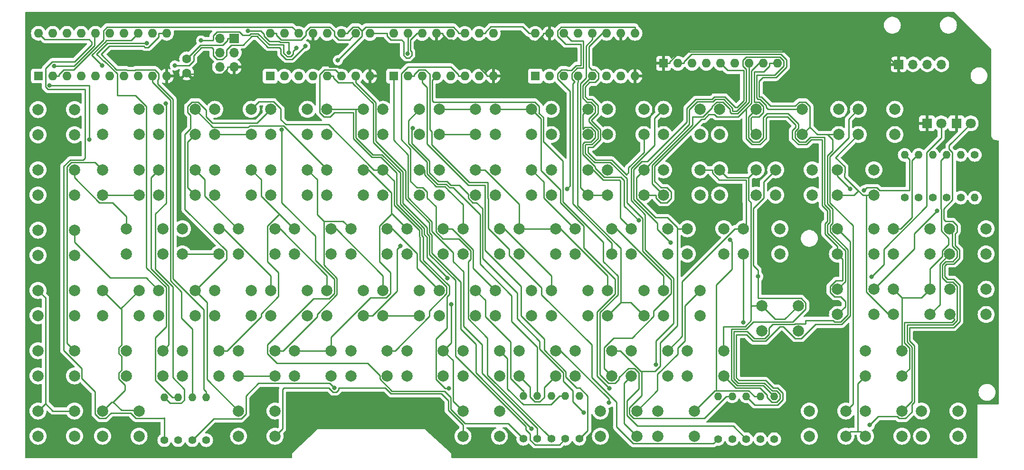
<source format=gbr>
%TF.GenerationSoftware,KiCad,Pcbnew,(7.0.0-0)*%
%TF.CreationDate,2023-12-08T16:48:37+03:00*%
%TF.ProjectId,keyb,6b657962-2e6b-4696-9361-645f70636258,rev?*%
%TF.SameCoordinates,Original*%
%TF.FileFunction,Copper,L2,Bot*%
%TF.FilePolarity,Positive*%
%FSLAX46Y46*%
G04 Gerber Fmt 4.6, Leading zero omitted, Abs format (unit mm)*
G04 Created by KiCad (PCBNEW (7.0.0-0)) date 2023-12-08 16:48:37*
%MOMM*%
%LPD*%
G01*
G04 APERTURE LIST*
%TA.AperFunction,ComponentPad*%
%ADD10C,2.000000*%
%TD*%
%TA.AperFunction,ComponentPad*%
%ADD11C,1.400000*%
%TD*%
%TA.AperFunction,ComponentPad*%
%ADD12O,1.400000X1.400000*%
%TD*%
%TA.AperFunction,ComponentPad*%
%ADD13R,1.800000X1.800000*%
%TD*%
%TA.AperFunction,ComponentPad*%
%ADD14C,1.800000*%
%TD*%
%TA.AperFunction,ComponentPad*%
%ADD15R,1.700000X1.700000*%
%TD*%
%TA.AperFunction,ComponentPad*%
%ADD16O,1.700000X1.700000*%
%TD*%
%TA.AperFunction,ComponentPad*%
%ADD17R,1.600000X1.600000*%
%TD*%
%TA.AperFunction,ComponentPad*%
%ADD18O,1.600000X1.600000*%
%TD*%
%TA.AperFunction,ComponentPad*%
%ADD19C,1.600000*%
%TD*%
%TA.AperFunction,ViaPad*%
%ADD20C,0.800000*%
%TD*%
%TA.AperFunction,Conductor*%
%ADD21C,0.250000*%
%TD*%
G04 APERTURE END LIST*
D10*
%TO.P,SW23,1,1*%
%TO.N,KL6_595*%
X140011500Y-100793500D03*
X146511500Y-100793500D03*
%TO.P,SW23,2,2*%
%TO.N,D1_165*%
X140011500Y-105293500D03*
X146511500Y-105293500D03*
%TD*%
%TO.P,SW18,1,1*%
%TO.N,KL1_595*%
X90011500Y-100793500D03*
X96511500Y-100793500D03*
%TO.P,SW18,2,2*%
%TO.N,D1_165*%
X90011500Y-105293500D03*
X96511500Y-105293500D03*
%TD*%
%TO.P,SW34,1,1*%
%TO.N,KL1_595*%
X170011500Y-100793500D03*
X176511500Y-100793500D03*
%TO.P,SW34,2,2*%
%TO.N,D2_165*%
X170011500Y-105293500D03*
X176511500Y-105293500D03*
%TD*%
%TO.P,SW68,1,1*%
%TO.N,KL0_595*%
X74261500Y-133043500D03*
X80761500Y-133043500D03*
%TO.P,SW68,2,2*%
%TO.N,D6_165*%
X74261500Y-137543500D03*
X80761500Y-137543500D03*
%TD*%
D11*
%TO.P,R11,1*%
%TO.N,Net-(U3-QE)*%
X174750000Y-148810000D03*
D12*
%TO.P,R11,2*%
%TO.N,KL12_595*%
X174749999Y-141189999D03*
%TD*%
D10*
%TO.P,SW19,1,1*%
%TO.N,KL2_595*%
X100011500Y-100793500D03*
X106511500Y-100793500D03*
%TO.P,SW19,2,2*%
%TO.N,D1_165*%
X100011500Y-105293500D03*
X106511500Y-105293500D03*
%TD*%
%TO.P,SW20,1,1*%
%TO.N,KL3_595*%
X110011500Y-100793500D03*
X116511500Y-100793500D03*
%TO.P,SW20,2,2*%
%TO.N,D1_165*%
X110011500Y-105293500D03*
X116511500Y-105293500D03*
%TD*%
%TO.P,SW76,1,1*%
%TO.N,KL0_595*%
X154261500Y-133043500D03*
X160761500Y-133043500D03*
%TO.P,SW76,2,2*%
%TO.N,D7_165*%
X154261500Y-137543500D03*
X160761500Y-137543500D03*
%TD*%
%TO.P,SW12,1,1*%
%TO.N,KL11_595*%
X130011500Y-90000000D03*
X136511500Y-90000000D03*
%TO.P,SW12,2,2*%
%TO.N,D0_165*%
X130011500Y-94500000D03*
X136511500Y-94500000D03*
%TD*%
%TO.P,SW82,1,1*%
%TO.N,KL6_595*%
X159011500Y-143793500D03*
X165511500Y-143793500D03*
%TO.P,SW82,2,2*%
%TO.N,D7_165*%
X159011500Y-148293500D03*
X165511500Y-148293500D03*
%TD*%
D11*
%TO.P,R13,1*%
%TO.N,Net-(U3-QB)*%
X137500000Y-148750000D03*
D12*
%TO.P,R13,2*%
%TO.N,KL9_595*%
X137499999Y-141129999D03*
%TD*%
D10*
%TO.P,SW46,1,1*%
%TO.N,KL2_595*%
X114261500Y-111293500D03*
X120761500Y-111293500D03*
%TO.P,SW46,2,2*%
%TO.N,D3_165*%
X114261500Y-115793500D03*
X120761500Y-115793500D03*
%TD*%
%TO.P,SW67,1,1*%
%TO.N,KL7_595*%
X64261500Y-133043500D03*
X70761500Y-133043500D03*
%TO.P,SW67,2,2*%
%TO.N,D5_165*%
X64261500Y-137543500D03*
X70761500Y-137543500D03*
%TD*%
%TO.P,SW43,1,1*%
%TO.N,KL10_595*%
X194750000Y-90000000D03*
X201250000Y-90000000D03*
%TO.P,SW43,2,2*%
%TO.N,D2_165*%
X194750000Y-94500000D03*
X201250000Y-94500000D03*
%TD*%
D11*
%TO.P,R2,1*%
%TO.N,Net-(D1-A)*%
X76000000Y-149000000D03*
D12*
%TO.P,R2,2*%
%TO.N,LED_1*%
X75999999Y-141379999D03*
%TD*%
D10*
%TO.P,SW70,1,1*%
%TO.N,KL2_595*%
X94261500Y-133043500D03*
X100761500Y-133043500D03*
%TO.P,SW70,2,2*%
%TO.N,D6_165*%
X94261500Y-137543500D03*
X100761500Y-137543500D03*
%TD*%
%TO.P,SW56,1,1*%
%TO.N,KL4_595*%
X70011500Y-122293500D03*
X76511500Y-122293500D03*
%TO.P,SW56,2,2*%
%TO.N,D4_165*%
X70011500Y-126793500D03*
X76511500Y-126793500D03*
%TD*%
%TO.P,SW72,1,1*%
%TO.N,KL4_595*%
X114261500Y-133043500D03*
X120761500Y-133043500D03*
%TO.P,SW72,2,2*%
%TO.N,D6_165*%
X114261500Y-137543500D03*
X120761500Y-137543500D03*
%TD*%
%TO.P,SW14,1,1*%
%TO.N,KL13_595*%
X150000000Y-90000000D03*
X156500000Y-90000000D03*
%TO.P,SW14,2,2*%
%TO.N,D0_165*%
X150000000Y-94500000D03*
X156500000Y-94500000D03*
%TD*%
%TO.P,SW28,1,1*%
%TO.N,KL11_595*%
X206011500Y-143793500D03*
X212511500Y-143793500D03*
%TO.P,SW28,2,2*%
%TO.N,D1_165*%
X206011500Y-148293500D03*
X212511500Y-148293500D03*
%TD*%
%TO.P,SW60,1,1*%
%TO.N,KL0_595*%
X110011500Y-122293500D03*
X116511500Y-122293500D03*
%TO.P,SW60,2,2*%
%TO.N,D5_165*%
X110011500Y-126793500D03*
X116511500Y-126793500D03*
%TD*%
%TO.P,SW77,1,1*%
%TO.N,KL1_595*%
X164261500Y-133043500D03*
X170761500Y-133043500D03*
%TO.P,SW77,2,2*%
%TO.N,D7_165*%
X164261500Y-137543500D03*
X170761500Y-137543500D03*
%TD*%
D11*
%TO.P,R10,1*%
%TO.N,Net-(U3-QC)*%
X169750000Y-148810000D03*
D12*
%TO.P,R10,2*%
%TO.N,KL10_595*%
X169749999Y-141189999D03*
%TD*%
D10*
%TO.P,SW73,1,1*%
%TO.N,KL5_595*%
X124261500Y-133043500D03*
X130761500Y-133043500D03*
%TO.P,SW73,2,2*%
%TO.N,D6_165*%
X124261500Y-137543500D03*
X130761500Y-137543500D03*
%TD*%
%TO.P,SW83,1,1*%
%TO.N,KL7_595*%
X184750000Y-90000000D03*
X191250000Y-90000000D03*
%TO.P,SW83,2,2*%
%TO.N,D7_165*%
X184750000Y-94500000D03*
X191250000Y-94500000D03*
%TD*%
%TO.P,SW65,1,1*%
%TO.N,KL5_595*%
X160011500Y-122293500D03*
X166511500Y-122293500D03*
%TO.P,SW65,2,2*%
%TO.N,D5_165*%
X160011500Y-126793500D03*
X166511500Y-126793500D03*
%TD*%
%TO.P,SW79,1,1*%
%TO.N,KL3_595*%
X60011500Y-143793500D03*
X66511500Y-143793500D03*
%TO.P,SW79,2,2*%
%TO.N,D7_165*%
X60011500Y-148293500D03*
X66511500Y-148293500D03*
%TD*%
D13*
%TO.P,D1,1,K*%
%TO.N,GND*%
X206974999Y-92499999D03*
D14*
%TO.P,D1,2,A*%
%TO.N,Net-(D1-A)*%
X209515000Y-92500000D03*
%TD*%
D10*
%TO.P,SW75,1,1*%
%TO.N,KL7_595*%
X144261500Y-133043500D03*
X150761500Y-133043500D03*
%TO.P,SW75,2,2*%
%TO.N,D6_165*%
X144261500Y-137543500D03*
X150761500Y-137543500D03*
%TD*%
%TO.P,SW74,1,1*%
%TO.N,KL6_595*%
X134261500Y-133043500D03*
X140761500Y-133043500D03*
%TO.P,SW74,2,2*%
%TO.N,D6_165*%
X134261500Y-137543500D03*
X140761500Y-137543500D03*
%TD*%
%TO.P,SW36,1,1*%
%TO.N,KL3_595*%
X191011500Y-100793500D03*
X197511500Y-100793500D03*
%TO.P,SW36,2,2*%
%TO.N,D2_165*%
X191011500Y-105293500D03*
X197511500Y-105293500D03*
%TD*%
%TO.P,SW48,1,1*%
%TO.N,KL4_595*%
X134261500Y-111293500D03*
X140761500Y-111293500D03*
%TO.P,SW48,2,2*%
%TO.N,D3_165*%
X134261500Y-115793500D03*
X140761500Y-115793500D03*
%TD*%
%TO.P,SW55,1,1*%
%TO.N,KL3_595*%
X60011500Y-122293500D03*
X66511500Y-122293500D03*
%TO.P,SW55,2,2*%
%TO.N,D4_165*%
X60011500Y-126793500D03*
X66511500Y-126793500D03*
%TD*%
%TO.P,SW6,1,1*%
%TO.N,KL5_595*%
X48500000Y-100793500D03*
X55000000Y-100793500D03*
%TO.P,SW6,2,2*%
%TO.N,D0_165*%
X48500000Y-105293500D03*
X55000000Y-105293500D03*
%TD*%
%TO.P,SW30,1,1*%
%TO.N,KL13_595*%
X201011500Y-111293500D03*
X207511500Y-111293500D03*
%TO.P,SW30,2,2*%
%TO.N,D1_165*%
X201011500Y-115793500D03*
X207511500Y-115793500D03*
%TD*%
%TO.P,SW47,1,1*%
%TO.N,KL3_595*%
X124261500Y-111293500D03*
X130761500Y-111293500D03*
%TO.P,SW47,2,2*%
%TO.N,D3_165*%
X124261500Y-115793500D03*
X130761500Y-115793500D03*
%TD*%
D11*
%TO.P,R7,1*%
%TO.N,Net-(U2-QE)*%
X203000000Y-105750000D03*
D12*
%TO.P,R7,2*%
%TO.N,KL4_595*%
X202999999Y-98129999D03*
%TD*%
D10*
%TO.P,SW71,1,1*%
%TO.N,KL3_595*%
X104261500Y-133043500D03*
X110761500Y-133043500D03*
%TO.P,SW71,2,2*%
%TO.N,D6_165*%
X104261500Y-137543500D03*
X110761500Y-137543500D03*
%TD*%
%TO.P,SW78,1,1*%
%TO.N,KL2_595*%
X48511500Y-143793500D03*
X55011500Y-143793500D03*
%TO.P,SW78,2,2*%
%TO.N,D7_165*%
X48511500Y-148293500D03*
X55011500Y-148293500D03*
%TD*%
D15*
%TO.P,J2,1,VDD*%
%TO.N,+5V*%
X83438999Y-77342999D03*
D16*
%TO.P,J2,2,MISO*%
%TO.N,MISO*%
X80898999Y-77342999D03*
%TO.P,J2,3,MOSI*%
%TO.N,MOSI*%
X83438999Y-79882999D03*
%TO.P,J2,4,CSK*%
%TO.N,SCK*%
X80898999Y-79882999D03*
%TO.P,J2,5,GND*%
%TO.N,GND*%
X83438999Y-82422999D03*
%TO.P,J2,6,RST*%
%TO.N,RST*%
X80898999Y-82422999D03*
%TD*%
D10*
%TO.P,SW11,1,1*%
%TO.N,KL10_595*%
X120011500Y-90000000D03*
X126511500Y-90000000D03*
%TO.P,SW11,2,2*%
%TO.N,D0_165*%
X120011500Y-94500000D03*
X126511500Y-94500000D03*
%TD*%
%TO.P,SW64,1,1*%
%TO.N,KL4_595*%
X150011500Y-122293500D03*
X156511500Y-122293500D03*
%TO.P,SW64,2,2*%
%TO.N,D5_165*%
X150011500Y-126793500D03*
X156511500Y-126793500D03*
%TD*%
%TO.P,SW7,1,1*%
%TO.N,KL6_595*%
X60011500Y-100793500D03*
X66511500Y-100793500D03*
%TO.P,SW7,2,2*%
%TO.N,D0_165*%
X60011500Y-105293500D03*
X66511500Y-105293500D03*
%TD*%
%TO.P,SW26,1,1*%
%TO.N,KL9_595*%
X196011500Y-143793500D03*
X202511500Y-143793500D03*
%TO.P,SW26,2,2*%
%TO.N,D1_165*%
X196011500Y-148293500D03*
X202511500Y-148293500D03*
%TD*%
%TO.P,SW15,1,1*%
%TO.N,KL14_595*%
X160011500Y-90000000D03*
X166511500Y-90000000D03*
%TO.P,SW15,2,2*%
%TO.N,D0_165*%
X160011500Y-94500000D03*
X166511500Y-94500000D03*
%TD*%
%TO.P,SW22,1,1*%
%TO.N,KL5_595*%
X130011500Y-100793500D03*
X136511500Y-100793500D03*
%TO.P,SW22,2,2*%
%TO.N,D1_165*%
X130011500Y-105293500D03*
X136511500Y-105293500D03*
%TD*%
%TO.P,SW45,1,1*%
%TO.N,KL1_595*%
X104261500Y-111293500D03*
X110761500Y-111293500D03*
%TO.P,SW45,2,2*%
%TO.N,D3_165*%
X104261500Y-115793500D03*
X110761500Y-115793500D03*
%TD*%
%TO.P,SW32,1,1*%
%TO.N,KL15_595*%
X191023000Y-122087000D03*
X197523000Y-122087000D03*
%TO.P,SW32,2,2*%
%TO.N,D1_165*%
X191023000Y-126587000D03*
X197523000Y-126587000D03*
%TD*%
D11*
%TO.P,R8,1*%
%TO.N,Net-(U2-QG)*%
X177250000Y-148810000D03*
D12*
%TO.P,R8,2*%
%TO.N,KL6_595*%
X177249999Y-141189999D03*
%TD*%
D10*
%TO.P,SW44,1,1*%
%TO.N,KL0_595*%
X94261500Y-111293500D03*
X100761500Y-111293500D03*
%TO.P,SW44,2,2*%
%TO.N,D3_165*%
X94261500Y-115793500D03*
X100761500Y-115793500D03*
%TD*%
D17*
%TO.P,RN1,1,common*%
%TO.N,GND*%
X160019999Y-81787999D03*
D18*
%TO.P,RN1,2,R1*%
%TO.N,D7_165*%
X162559999Y-81787999D03*
%TO.P,RN1,3,R2*%
%TO.N,D6_165*%
X165099999Y-81787999D03*
%TO.P,RN1,4,R3*%
%TO.N,D5_165*%
X167639999Y-81787999D03*
%TO.P,RN1,5,R4*%
%TO.N,D4_165*%
X170179999Y-81787999D03*
%TO.P,RN1,6,R5*%
%TO.N,D3_165*%
X172719999Y-81787999D03*
%TO.P,RN1,7,R6*%
%TO.N,D2_165*%
X175259999Y-81787999D03*
%TO.P,RN1,8,R7*%
%TO.N,D1_165*%
X177799999Y-81787999D03*
%TO.P,RN1,9,R8*%
%TO.N,D0_165*%
X180339999Y-81787999D03*
%TD*%
D10*
%TO.P,SW39,1,1*%
%TO.N,KL6_595*%
X74261500Y-111293500D03*
X80761500Y-111293500D03*
%TO.P,SW39,2,2*%
%TO.N,D2_165*%
X74261500Y-115793500D03*
X80761500Y-115793500D03*
%TD*%
D17*
%TO.P,U3,1,QB*%
%TO.N,Net-(U3-QB)*%
X111886999Y-84073999D03*
D18*
%TO.P,U3,2,QC*%
%TO.N,Net-(U3-QC)*%
X114426999Y-84073999D03*
%TO.P,U3,3,QD*%
%TO.N,Net-(U3-QD)*%
X116966999Y-84073999D03*
%TO.P,U3,4,QE*%
%TO.N,Net-(U3-QE)*%
X119506999Y-84073999D03*
%TO.P,U3,5,QF*%
%TO.N,Net-(U3-QF)*%
X122046999Y-84073999D03*
%TO.P,U3,6,QG*%
%TO.N,Net-(U3-QG)*%
X124586999Y-84073999D03*
%TO.P,U3,7,QH*%
%TO.N,Net-(U3-QH)*%
X127126999Y-84073999D03*
%TO.P,U3,8,GND*%
%TO.N,GND*%
X129666999Y-84073999D03*
%TO.P,U3,9,QH'*%
%TO.N,unconnected-(U3-QH'-Pad9)*%
X129666999Y-76453999D03*
%TO.P,U3,10,~{SRCLR}*%
%TO.N,+5V*%
X127126999Y-76453999D03*
%TO.P,U3,11,SRCLK*%
%TO.N,DATA_C*%
X124586999Y-76453999D03*
%TO.P,U3,12,RCLK*%
%TO.N,OUT_C*%
X122046999Y-76453999D03*
%TO.P,U3,13,~{OE}*%
%TO.N,GND*%
X119506999Y-76453999D03*
%TO.P,U3,14,SER*%
%TO.N,Net-(U2-QH')*%
X116966999Y-76453999D03*
%TO.P,U3,15,QA*%
%TO.N,Net-(U3-QA)*%
X114426999Y-76453999D03*
%TO.P,U3,16,VCC*%
%TO.N,+5V*%
X111886999Y-76453999D03*
%TD*%
D10*
%TO.P,SW5,1,1*%
%TO.N,KL4_595*%
X90011500Y-90000000D03*
X96511500Y-90000000D03*
%TO.P,SW5,2,2*%
%TO.N,D0_165*%
X90011500Y-94500000D03*
X96511500Y-94500000D03*
%TD*%
D11*
%TO.P,R19,1*%
%TO.N,Net-(U2-QF)*%
X142500000Y-148750000D03*
D12*
%TO.P,R19,2*%
%TO.N,KL5_595*%
X142499999Y-141129999D03*
%TD*%
D11*
%TO.P,R20,1*%
%TO.N,Net-(U2-QH)*%
X172250000Y-148810000D03*
D12*
%TO.P,R20,2*%
%TO.N,KL7_595*%
X172249999Y-141189999D03*
%TD*%
D17*
%TO.P,U1,1,PA2/~{RESET}*%
%TO.N,RST*%
X48574999Y-84049999D03*
D18*
%TO.P,U1,2,PD0*%
%TO.N,DATA*%
X51114999Y-84049999D03*
%TO.P,U1,3,PD1*%
%TO.N,DATA_C*%
X53654999Y-84049999D03*
%TO.P,U1,4,PA1/XTAL2*%
%TO.N,unconnected-(U1-PA1{slash}XTAL2-Pad4)*%
X56194999Y-84049999D03*
%TO.P,U1,5,PA0/XTAL1*%
%TO.N,unconnected-(U1-PA0{slash}XTAL1-Pad5)*%
X58734999Y-84049999D03*
%TO.P,U1,6,PD2*%
%TO.N,unconnected-(U1-PD2-Pad6)*%
X61274999Y-84049999D03*
%TO.P,U1,7,PD3*%
%TO.N,unconnected-(U1-PD3-Pad7)*%
X63814999Y-84049999D03*
%TO.P,U1,8,PD4*%
%TO.N,OUT_C*%
X66354999Y-84049999D03*
%TO.P,U1,9,PD5*%
%TO.N,LED_1*%
X68894999Y-84049999D03*
%TO.P,U1,10,GND*%
%TO.N,GND*%
X71434999Y-84049999D03*
%TO.P,U1,11,PD6*%
%TO.N,LED_2*%
X71434999Y-76429999D03*
%TO.P,U1,12,PB0*%
%TO.N,PCLK*%
X68894999Y-76429999D03*
%TO.P,U1,13,PB1*%
%TO.N,PDATA*%
X66354999Y-76429999D03*
%TO.P,U1,14,PB2*%
%TO.N,CP_clk*%
X63814999Y-76429999D03*
%TO.P,U1,15,PB3*%
%TO.N,PL_di*%
X61274999Y-76429999D03*
%TO.P,U1,16,PB4*%
%TO.N,SO*%
X58734999Y-76429999D03*
%TO.P,U1,17,PB5*%
%TO.N,MOSI*%
X56194999Y-76429999D03*
%TO.P,U1,18,PB6*%
%TO.N,MISO*%
X53654999Y-76429999D03*
%TO.P,U1,19,PB7*%
%TO.N,SCK*%
X51114999Y-76429999D03*
%TO.P,U1,20,VCC*%
%TO.N,+5V*%
X48574999Y-76429999D03*
%TD*%
D17*
%TO.P,U2,1,QB*%
%TO.N,Net-(U2-QB)*%
X89886999Y-84073999D03*
D18*
%TO.P,U2,2,QC*%
%TO.N,Net-(U2-QC)*%
X92426999Y-84073999D03*
%TO.P,U2,3,QD*%
%TO.N,Net-(U2-QD)*%
X94966999Y-84073999D03*
%TO.P,U2,4,QE*%
%TO.N,Net-(U2-QE)*%
X97506999Y-84073999D03*
%TO.P,U2,5,QF*%
%TO.N,Net-(U2-QF)*%
X100046999Y-84073999D03*
%TO.P,U2,6,QG*%
%TO.N,Net-(U2-QG)*%
X102586999Y-84073999D03*
%TO.P,U2,7,QH*%
%TO.N,Net-(U2-QH)*%
X105126999Y-84073999D03*
%TO.P,U2,8,GND*%
%TO.N,GND*%
X107666999Y-84073999D03*
%TO.P,U2,9,QH'*%
%TO.N,Net-(U2-QH')*%
X107666999Y-76453999D03*
%TO.P,U2,10,~{SRCLR}*%
%TO.N,+5V*%
X105126999Y-76453999D03*
%TO.P,U2,11,SRCLK*%
%TO.N,DATA_C*%
X102586999Y-76453999D03*
%TO.P,U2,12,RCLK*%
%TO.N,OUT_C*%
X100046999Y-76453999D03*
%TO.P,U2,13,~{OE}*%
%TO.N,GND*%
X97506999Y-76453999D03*
%TO.P,U2,14,SER*%
%TO.N,DATA*%
X94966999Y-76453999D03*
%TO.P,U2,15,QA*%
%TO.N,Net-(U2-QA)*%
X92426999Y-76453999D03*
%TO.P,U2,16,VCC*%
%TO.N,+5V*%
X89886999Y-76453999D03*
%TD*%
D10*
%TO.P,SW27,1,1*%
%TO.N,KL10_595*%
X186011500Y-143793500D03*
X192511500Y-143793500D03*
%TO.P,SW27,2,2*%
%TO.N,D1_165*%
X186011500Y-148293500D03*
X192511500Y-148293500D03*
%TD*%
%TO.P,SW63,1,1*%
%TO.N,KL3_595*%
X140011500Y-122293500D03*
X146511500Y-122293500D03*
%TO.P,SW63,2,2*%
%TO.N,D5_165*%
X140011500Y-126793500D03*
X146511500Y-126793500D03*
%TD*%
%TO.P,SW58,1,1*%
%TO.N,KL6_595*%
X90011500Y-122293500D03*
X96511500Y-122293500D03*
%TO.P,SW58,2,2*%
%TO.N,D4_165*%
X90011500Y-126793500D03*
X96511500Y-126793500D03*
%TD*%
%TO.P,SW31,1,1*%
%TO.N,KL14_595*%
X211023000Y-122087000D03*
X217523000Y-122087000D03*
%TO.P,SW31,2,2*%
%TO.N,D1_165*%
X211023000Y-126587000D03*
X217523000Y-126587000D03*
%TD*%
%TO.P,SW41,1,1*%
%TO.N,KL8_595*%
X201011500Y-122087000D03*
X207511500Y-122087000D03*
%TO.P,SW41,2,2*%
%TO.N,D2_165*%
X201011500Y-126587000D03*
X207511500Y-126587000D03*
%TD*%
D15*
%TO.P,J1,1,Pin_1*%
%TO.N,GND*%
X201949999Y-81974999D03*
D16*
%TO.P,J1,2,Pin_2*%
%TO.N,+5V*%
X204489999Y-81974999D03*
%TO.P,J1,3,Pin_3*%
%TO.N,PDATA*%
X207029999Y-81974999D03*
%TO.P,J1,4,Pin_4*%
%TO.N,PCLK*%
X209569999Y-81974999D03*
%TD*%
D10*
%TO.P,SW51,1,1*%
%TO.N,KL7_595*%
X164261500Y-111293500D03*
X170761500Y-111293500D03*
%TO.P,SW51,2,2*%
%TO.N,D3_165*%
X164261500Y-115793500D03*
X170761500Y-115793500D03*
%TD*%
%TO.P,SW25,1,1*%
%TO.N,KL8_595*%
X196011500Y-133087000D03*
X202511500Y-133087000D03*
%TO.P,SW25,2,2*%
%TO.N,D1_165*%
X196011500Y-137587000D03*
X202511500Y-137587000D03*
%TD*%
%TO.P,SW10,1,1*%
%TO.N,KL9_595*%
X110011500Y-90000000D03*
X116511500Y-90000000D03*
%TO.P,SW10,2,2*%
%TO.N,D0_165*%
X110011500Y-94500000D03*
X116511500Y-94500000D03*
%TD*%
%TO.P,SW35,1,1*%
%TO.N,KL2_595*%
X180011500Y-100793500D03*
X186511500Y-100793500D03*
%TO.P,SW35,2,2*%
%TO.N,D2_165*%
X180011500Y-105293500D03*
X186511500Y-105293500D03*
%TD*%
%TO.P,SW50,1,1*%
%TO.N,KL6_595*%
X154261500Y-111293500D03*
X160761500Y-111293500D03*
%TO.P,SW50,2,2*%
%TO.N,D3_165*%
X154261500Y-115793500D03*
X160761500Y-115793500D03*
%TD*%
%TO.P,SW57,1,1*%
%TO.N,KL5_595*%
X80011500Y-122293500D03*
X86511500Y-122293500D03*
%TO.P,SW57,2,2*%
%TO.N,D4_165*%
X80011500Y-126793500D03*
X86511500Y-126793500D03*
%TD*%
D17*
%TO.P,U4,1,~{PL}*%
%TO.N,PL_di*%
X137149999Y-84063999D03*
D18*
%TO.P,U4,2,CP*%
%TO.N,CP_clk*%
X139689999Y-84063999D03*
%TO.P,U4,3,D4*%
%TO.N,D4_165*%
X142229999Y-84063999D03*
%TO.P,U4,4,D5*%
%TO.N,D5_165*%
X144769999Y-84063999D03*
%TO.P,U4,5,D6*%
%TO.N,D6_165*%
X147309999Y-84063999D03*
%TO.P,U4,6,D7*%
%TO.N,D7_165*%
X149849999Y-84063999D03*
%TO.P,U4,7,~{Q7}*%
%TO.N,unconnected-(U4-~{Q7}-Pad7)*%
X152389999Y-84063999D03*
%TO.P,U4,8,GND*%
%TO.N,GND*%
X154929999Y-84063999D03*
%TO.P,U4,9,Q7*%
%TO.N,SO*%
X154929999Y-76443999D03*
%TO.P,U4,10,DS*%
%TO.N,GND*%
X152389999Y-76443999D03*
%TO.P,U4,11,D0*%
%TO.N,D0_165*%
X149849999Y-76443999D03*
%TO.P,U4,12,D1*%
%TO.N,D1_165*%
X147309999Y-76443999D03*
%TO.P,U4,13,D2*%
%TO.N,D2_165*%
X144769999Y-76443999D03*
%TO.P,U4,14,D3*%
%TO.N,D3_165*%
X142229999Y-76443999D03*
%TO.P,U4,15,~{CE}*%
%TO.N,GND*%
X139689999Y-76443999D03*
%TO.P,U4,16,VCC*%
%TO.N,+5V*%
X137149999Y-76443999D03*
%TD*%
D10*
%TO.P,SW16,1,1*%
%TO.N,KL15_595*%
X170000000Y-90000000D03*
X176500000Y-90000000D03*
%TO.P,SW16,2,2*%
%TO.N,D0_165*%
X170000000Y-94500000D03*
X176500000Y-94500000D03*
%TD*%
%TO.P,SW52,1,1*%
%TO.N,KL0_595*%
X174261500Y-111293500D03*
X180761500Y-111293500D03*
%TO.P,SW52,2,2*%
%TO.N,D4_165*%
X174261500Y-115793500D03*
X180761500Y-115793500D03*
%TD*%
%TO.P,SW66,1,1*%
%TO.N,KL6_595*%
X48500000Y-133043500D03*
X55000000Y-133043500D03*
%TO.P,SW66,2,2*%
%TO.N,D5_165*%
X48500000Y-137543500D03*
X55000000Y-137543500D03*
%TD*%
%TO.P,SW9,1,1*%
%TO.N,KL8_595*%
X100011500Y-90000000D03*
X106511500Y-90000000D03*
%TO.P,SW9,2,2*%
%TO.N,D0_165*%
X100011500Y-94500000D03*
X106511500Y-94500000D03*
%TD*%
D11*
%TO.P,R15,1*%
%TO.N,Net-(U3-QF)*%
X205500000Y-105760000D03*
D12*
%TO.P,R15,2*%
%TO.N,KL13_595*%
X205499999Y-98139999D03*
%TD*%
D10*
%TO.P,SW3,1,1*%
%TO.N,KL2_595*%
X70011500Y-90000000D03*
X76511500Y-90000000D03*
%TO.P,SW3,2,2*%
%TO.N,D0_165*%
X70011500Y-94500000D03*
X76511500Y-94500000D03*
%TD*%
%TO.P,SW17,1,1*%
%TO.N,KL0_595*%
X80011500Y-100793500D03*
X86511500Y-100793500D03*
%TO.P,SW17,2,2*%
%TO.N,D1_165*%
X80011500Y-105293500D03*
X86511500Y-105293500D03*
%TD*%
%TO.P,SW13,1,1*%
%TO.N,KL12_595*%
X140011500Y-90000000D03*
X146511500Y-90000000D03*
%TO.P,SW13,2,2*%
%TO.N,D0_165*%
X140011500Y-94500000D03*
X146511500Y-94500000D03*
%TD*%
D11*
%TO.P,R14,1*%
%TO.N,Net-(U3-QD)*%
X145000000Y-148750000D03*
D12*
%TO.P,R14,2*%
%TO.N,KL11_595*%
X144999999Y-141129999D03*
%TD*%
D10*
%TO.P,SW61,1,1*%
%TO.N,KL1_595*%
X120011500Y-122293500D03*
X126511500Y-122293500D03*
%TO.P,SW61,2,2*%
%TO.N,D5_165*%
X120011500Y-126793500D03*
X126511500Y-126793500D03*
%TD*%
D11*
%TO.P,R6,1*%
%TO.N,Net-(U2-QC)*%
X179750000Y-148810000D03*
D12*
%TO.P,R6,2*%
%TO.N,KL2_595*%
X179749999Y-141189999D03*
%TD*%
D11*
%TO.P,R18,1*%
%TO.N,Net-(U2-QD)*%
X213000000Y-105750000D03*
D12*
%TO.P,R18,2*%
%TO.N,KL3_595*%
X212999999Y-98129999D03*
%TD*%
D11*
%TO.P,R17,1*%
%TO.N,Net-(U2-QB)*%
X135000000Y-148750000D03*
D12*
%TO.P,R17,2*%
%TO.N,KL1_595*%
X134999999Y-141129999D03*
%TD*%
D10*
%TO.P,SW54,1,1*%
%TO.N,KL2_595*%
X48500000Y-122293500D03*
X55000000Y-122293500D03*
%TO.P,SW54,2,2*%
%TO.N,D4_165*%
X48500000Y-126793500D03*
X55000000Y-126793500D03*
%TD*%
D11*
%TO.P,R4,1*%
%TO.N,+5V*%
X73500000Y-149000000D03*
D12*
%TO.P,R4,2*%
%TO.N,MISO*%
X73499999Y-141379999D03*
%TD*%
D10*
%TO.P,SW33,1,1*%
%TO.N,KL0_595*%
X160011500Y-100793500D03*
X166511500Y-100793500D03*
%TO.P,SW33,2,2*%
%TO.N,D2_165*%
X160011500Y-105293500D03*
X166511500Y-105293500D03*
%TD*%
%TO.P,SW37,1,1*%
%TO.N,KL4_595*%
X48511500Y-111543500D03*
X55011500Y-111543500D03*
%TO.P,SW37,2,2*%
%TO.N,D2_165*%
X48511500Y-116043500D03*
X55011500Y-116043500D03*
%TD*%
D19*
%TO.P,C1,1*%
%TO.N,GND*%
X75000000Y-83500000D03*
%TO.P,C1,2*%
%TO.N,+5V*%
X75000000Y-81000000D03*
%TD*%
D10*
%TO.P,SW59,1,1*%
%TO.N,KL7_595*%
X100011500Y-122293500D03*
X106511500Y-122293500D03*
%TO.P,SW59,2,2*%
%TO.N,D4_165*%
X100011500Y-126793500D03*
X106511500Y-126793500D03*
%TD*%
%TO.P,SW24,1,1*%
%TO.N,KL7_595*%
X150011500Y-100793500D03*
X156511500Y-100793500D03*
%TO.P,SW24,2,2*%
%TO.N,D1_165*%
X150011500Y-105293500D03*
X156511500Y-105293500D03*
%TD*%
%TO.P,SW2,1,1*%
%TO.N,KL1_595*%
X60011500Y-89993500D03*
X66511500Y-89993500D03*
%TO.P,SW2,2,2*%
%TO.N,D0_165*%
X60011500Y-94493500D03*
X66511500Y-94493500D03*
%TD*%
%TO.P,SW62,1,1*%
%TO.N,KL2_595*%
X130011500Y-122293500D03*
X136511500Y-122293500D03*
%TO.P,SW62,2,2*%
%TO.N,D5_165*%
X130011500Y-126793500D03*
X136511500Y-126793500D03*
%TD*%
D11*
%TO.P,R1,1*%
%TO.N,+5V*%
X71000000Y-149000000D03*
D12*
%TO.P,R1,2*%
%TO.N,RST*%
X70999999Y-141379999D03*
%TD*%
D10*
%TO.P,SW29,1,1*%
%TO.N,KL12_595*%
X191011500Y-111293500D03*
X197511500Y-111293500D03*
%TO.P,SW29,2,2*%
%TO.N,D1_165*%
X191011500Y-115793500D03*
X197511500Y-115793500D03*
%TD*%
%TO.P,SW42,1,1*%
%TO.N,KL9_595*%
X211011500Y-111293500D03*
X217511500Y-111293500D03*
%TO.P,SW42,2,2*%
%TO.N,D2_165*%
X211011500Y-115793500D03*
X217511500Y-115793500D03*
%TD*%
%TO.P,SW84,1,1*%
%TO.N,KL4_595*%
X124261500Y-143793500D03*
X130761500Y-143793500D03*
%TO.P,SW84,2,2*%
%TO.N,D7_165*%
X124261500Y-148293500D03*
X130761500Y-148293500D03*
%TD*%
D11*
%TO.P,R12,1*%
%TO.N,Net-(U3-QG)*%
X140000000Y-148750000D03*
D12*
%TO.P,R12,2*%
%TO.N,KL14_595*%
X139999999Y-141129999D03*
%TD*%
D10*
%TO.P,SW49,1,1*%
%TO.N,KL5_595*%
X144261500Y-111293500D03*
X150761500Y-111293500D03*
%TO.P,SW49,2,2*%
%TO.N,D3_165*%
X144261500Y-115793500D03*
X150761500Y-115793500D03*
%TD*%
%TO.P,SW40,1,1*%
%TO.N,KL7_595*%
X84261500Y-111293500D03*
X90761500Y-111293500D03*
%TO.P,SW40,2,2*%
%TO.N,D2_165*%
X84261500Y-115793500D03*
X90761500Y-115793500D03*
%TD*%
%TO.P,SW80,1,1*%
%TO.N,KL4_595*%
X84261500Y-143793500D03*
X90761500Y-143793500D03*
%TO.P,SW80,2,2*%
%TO.N,D7_165*%
X84261500Y-148293500D03*
X90761500Y-148293500D03*
%TD*%
D11*
%TO.P,R5,1*%
%TO.N,Net-(U2-QA)*%
X208000000Y-105750000D03*
D12*
%TO.P,R5,2*%
%TO.N,KL0_595*%
X207999999Y-98129999D03*
%TD*%
D11*
%TO.P,R3,1*%
%TO.N,Net-(D2-A)*%
X78500000Y-149010000D03*
D12*
%TO.P,R3,2*%
%TO.N,LED_2*%
X78499999Y-141389999D03*
%TD*%
D13*
%TO.P,D2,1,K*%
%TO.N,GND*%
X212224999Y-92499999D03*
D14*
%TO.P,D2,2,A*%
%TO.N,Net-(D2-A)*%
X214765000Y-92500000D03*
%TD*%
D10*
%TO.P,SW1,1,1*%
%TO.N,KL0_595*%
X48511500Y-90043500D03*
X55011500Y-90043500D03*
%TO.P,SW1,2,2*%
%TO.N,D0_165*%
X48511500Y-94543500D03*
X55011500Y-94543500D03*
%TD*%
%TO.P,SW4,1,1*%
%TO.N,KL3_595*%
X80011500Y-90000000D03*
X86511500Y-90000000D03*
%TO.P,SW4,2,2*%
%TO.N,D0_165*%
X80011500Y-94500000D03*
X86511500Y-94500000D03*
%TD*%
%TO.P,SW81,1,1*%
%TO.N,KL5_595*%
X148761500Y-143793500D03*
X155261500Y-143793500D03*
%TO.P,SW81,2,2*%
%TO.N,D7_165*%
X148761500Y-148293500D03*
X155261500Y-148293500D03*
%TD*%
%TO.P,SW53,1,1*%
%TO.N,KL1_595*%
X177511500Y-125043500D03*
X184011500Y-125043500D03*
%TO.P,SW53,2,2*%
%TO.N,D4_165*%
X177511500Y-129543500D03*
X184011500Y-129543500D03*
%TD*%
%TO.P,SW8,1,1*%
%TO.N,KL7_595*%
X70011500Y-100793500D03*
X76511500Y-100793500D03*
%TO.P,SW8,2,2*%
%TO.N,D0_165*%
X70011500Y-105293500D03*
X76511500Y-105293500D03*
%TD*%
%TO.P,SW38,1,1*%
%TO.N,KL5_595*%
X64261500Y-111293500D03*
X70761500Y-111293500D03*
%TO.P,SW38,2,2*%
%TO.N,D2_165*%
X64261500Y-115793500D03*
X70761500Y-115793500D03*
%TD*%
%TO.P,SW21,1,1*%
%TO.N,KL4_595*%
X120011500Y-100793500D03*
X126511500Y-100793500D03*
%TO.P,SW21,2,2*%
%TO.N,D1_165*%
X120011500Y-105293500D03*
X126511500Y-105293500D03*
%TD*%
D11*
%TO.P,R9,1*%
%TO.N,Net-(U3-QA)*%
X210500000Y-105750000D03*
D12*
%TO.P,R9,2*%
%TO.N,KL8_595*%
X210499999Y-98129999D03*
%TD*%
D10*
%TO.P,SW69,1,1*%
%TO.N,KL1_595*%
X84261500Y-133043500D03*
X90761500Y-133043500D03*
%TO.P,SW69,2,2*%
%TO.N,D6_165*%
X84261500Y-137543500D03*
X90761500Y-137543500D03*
%TD*%
D11*
%TO.P,R16,1*%
%TO.N,Net-(U3-QH)*%
X215500000Y-98125000D03*
D12*
%TO.P,R16,2*%
%TO.N,KL15_595*%
X215499999Y-105744999D03*
%TD*%
D20*
%TO.N,GND*%
X179197000Y-118745000D03*
%TO.N,MISO*%
X67869500Y-78224200D03*
%TO.N,RST*%
X71278500Y-88940500D03*
%TO.N,PDATA*%
X57658000Y-95377000D03*
X59944000Y-82169000D03*
X50561200Y-85725000D03*
%TO.N,PCLK*%
X93218000Y-79883000D03*
X85896800Y-76038900D03*
%TO.N,DATA_C*%
X101962400Y-81238500D03*
%TO.N,OUT_C*%
X72898000Y-82174500D03*
X96139000Y-78714000D03*
%TO.N,Net-(D1-A)*%
X101346000Y-139700000D03*
X197098500Y-119832000D03*
%TO.N,KL2_595*%
X176853423Y-119798500D03*
%TO.N,CP_clk*%
X77581700Y-77731700D03*
X94536100Y-79072900D03*
%TO.N,SO*%
X51338900Y-82228700D03*
X142791100Y-104198400D03*
%TO.N,KL4_595*%
X122135600Y-124770800D03*
X195748600Y-104462500D03*
%TO.N,KL6_595*%
X171821600Y-113220000D03*
X150254300Y-142294300D03*
%TO.N,KL8_595*%
X121454499Y-120099501D03*
%TO.N,KL12_595*%
X155568200Y-109778900D03*
%TO.N,D4_165*%
X113081600Y-114390200D03*
X174244000Y-128016000D03*
X161265700Y-113725700D03*
%TO.N,KL14_595*%
X158665800Y-135497500D03*
%TO.N,KL11_595*%
X150376000Y-139790700D03*
%TO.N,KL15_595*%
X208786500Y-108127200D03*
%TO.N,KL3_595*%
X193322000Y-104197500D03*
%TO.N,Net-(D2-A)*%
X196791900Y-146297300D03*
%TO.N,Net-(U2-QC)*%
X145764100Y-144085800D03*
X115274900Y-93322200D03*
%TO.N,Net-(U2-QG)*%
X121754800Y-139793100D03*
%TO.N,Net-(U3-QA)*%
X114397200Y-80050600D03*
%TO.N,Net-(U2-QB)*%
X91961200Y-93624100D03*
%TO.N,Net-(U2-QH)*%
X136477000Y-146950900D03*
%TD*%
D21*
%TO.N,KL12_595*%
X191011500Y-111293500D02*
X193293600Y-113575600D01*
X193293600Y-126826629D02*
X191758229Y-128362000D01*
X193293600Y-113575600D02*
X193293600Y-126826629D01*
X183462667Y-130868500D02*
X181372167Y-128778000D01*
X181372167Y-128778000D02*
X180787229Y-128778000D01*
X180787229Y-128778000D02*
X178246729Y-131318500D01*
X187106000Y-128362000D02*
X184599500Y-130868500D01*
X184599500Y-130868500D02*
X183462667Y-130868500D01*
X191758229Y-128362000D02*
X187106000Y-128362000D01*
X178246729Y-131318500D02*
X175958201Y-131318500D01*
X175958201Y-131318500D02*
X174814701Y-130175000D01*
X174814701Y-130175000D02*
X172985000Y-130175000D01*
X172985000Y-130175000D02*
X172985000Y-132120375D01*
X172985000Y-132120375D02*
X172986500Y-132121875D01*
X172986500Y-132121875D02*
X172986500Y-137859312D01*
X172986500Y-137859312D02*
X173477188Y-138350000D01*
X173477188Y-138350000D02*
X178182792Y-138350000D01*
X178182792Y-138350000D02*
X179547792Y-139715000D01*
X179547792Y-139715000D02*
X180360965Y-139715000D01*
X180360965Y-139715000D02*
X181225000Y-140579035D01*
X181225000Y-140579035D02*
X181225000Y-141800965D01*
X181225000Y-141800965D02*
X180337965Y-142688000D01*
X180337965Y-142688000D02*
X176248000Y-142688000D01*
X176248000Y-142688000D02*
X174750000Y-141190000D01*
%TO.N,D7_165*%
X189188900Y-94500000D02*
X190119000Y-95430100D01*
X190119000Y-95430100D02*
X190119000Y-97322804D01*
X190119000Y-97322804D02*
X189189100Y-98252704D01*
X190119000Y-107734996D02*
X190119000Y-110312167D01*
X189189100Y-106805096D02*
X190119000Y-107734996D01*
X189189100Y-98252704D02*
X189189100Y-106805096D01*
X190119000Y-110312167D02*
X189686500Y-110744667D01*
X189686500Y-110744667D02*
X189686500Y-111852500D01*
X189686500Y-111852500D02*
X192843400Y-115009400D01*
X192843400Y-115009400D02*
X192843400Y-126640433D01*
X192843400Y-126640433D02*
X191571833Y-127912000D01*
X191571833Y-127912000D02*
X190474167Y-127912000D01*
X190474167Y-127912000D02*
X190197167Y-127635000D01*
X190197167Y-127635000D02*
X185336500Y-127635000D01*
X185336500Y-127635000D02*
X185336500Y-128218500D01*
X185336500Y-128218500D02*
X183462667Y-128218500D01*
X183462667Y-128218500D02*
X183357966Y-128323201D01*
X183357966Y-128323201D02*
X179507966Y-128323201D01*
X179507966Y-128323201D02*
X178836500Y-128994667D01*
X178836500Y-128994667D02*
X178836500Y-130092333D01*
X178836500Y-130092333D02*
X178060333Y-130868500D01*
X178060333Y-130868500D02*
X176144597Y-130868500D01*
X176144597Y-130868500D02*
X174917097Y-129641000D01*
X174917097Y-129641000D02*
X172535000Y-129641000D01*
X172535000Y-129641000D02*
X172535000Y-132306771D01*
X172535000Y-132306771D02*
X172536500Y-132308271D01*
X172536500Y-132308271D02*
X172536500Y-138045708D01*
X172536500Y-138045708D02*
X173290792Y-138800000D01*
X173290792Y-138800000D02*
X177996396Y-138800000D01*
X177996396Y-138800000D02*
X179361396Y-140165000D01*
X179361396Y-140165000D02*
X180174569Y-140165000D01*
X180174569Y-140165000D02*
X180775000Y-140765431D01*
X180775000Y-140765431D02*
X180775000Y-141614569D01*
X180775000Y-141614569D02*
X180161869Y-142227700D01*
X180161869Y-142227700D02*
X179320400Y-142227700D01*
X179320400Y-142227700D02*
X178500000Y-141407300D01*
X178500000Y-141407300D02*
X178500000Y-140967800D01*
X178500000Y-140967800D02*
X177232200Y-139700000D01*
X177232200Y-139700000D02*
X172918000Y-139700000D01*
X172918000Y-139700000D02*
X170761500Y-137543500D01*
%TO.N,KL1_595*%
X184011500Y-125043500D02*
X181631799Y-127423201D01*
X179891201Y-127423201D02*
X177511500Y-125043500D01*
X181631799Y-127423201D02*
X179891201Y-127423201D01*
%TO.N,D1_165*%
X191011500Y-115793500D02*
X191943200Y-116725200D01*
X191943200Y-116725200D02*
X191943200Y-120530404D01*
X191943200Y-120530404D02*
X190705763Y-120530404D01*
X190705763Y-120530404D02*
X189698000Y-121538167D01*
X189698000Y-121538167D02*
X189698000Y-122635833D01*
X189698000Y-122635833D02*
X190474167Y-123412000D01*
X190474167Y-123412000D02*
X191571833Y-123412000D01*
X191571833Y-123412000D02*
X192393400Y-124233567D01*
X192393400Y-124233567D02*
X192393400Y-125216600D01*
X192393400Y-125216600D02*
X191023000Y-126587000D01*
X174715900Y-89910267D02*
X174715900Y-95226129D01*
X174715900Y-95226129D02*
X175764771Y-96275000D01*
X175764771Y-96275000D02*
X177235229Y-96275000D01*
X178275000Y-95235229D02*
X178275000Y-91601396D01*
X177235229Y-96275000D02*
X178275000Y-95235229D01*
X178275000Y-91601396D02*
X178563396Y-91313000D01*
X178563396Y-91313000D02*
X182116604Y-91313000D01*
X182116604Y-91313000D02*
X183573000Y-92769396D01*
X183573000Y-92769396D02*
X183573000Y-93166771D01*
X183573000Y-93166771D02*
X182975000Y-93764771D01*
X182975000Y-93764771D02*
X182975000Y-95235229D01*
X182975000Y-95235229D02*
X184014771Y-96275000D01*
X184014771Y-96275000D02*
X185485229Y-96275000D01*
X185485229Y-96275000D02*
X186360229Y-95400000D01*
X186360229Y-95400000D02*
X188237000Y-95400000D01*
X188237000Y-95400000D02*
X188289100Y-95452100D01*
X188289100Y-95452100D02*
X188289100Y-107177888D01*
X188289100Y-107177888D02*
X189219000Y-108107788D01*
X189219000Y-108107788D02*
X189219000Y-109939375D01*
X189219000Y-109939375D02*
X188786500Y-110371875D01*
X188786500Y-110371875D02*
X188786500Y-112225292D01*
X188786500Y-112225292D02*
X191011500Y-114450292D01*
X191011500Y-114450292D02*
X191011500Y-115793500D01*
%TO.N,GND*%
X138564900Y-76444000D02*
X138564900Y-76684000D01*
X212217000Y-89916000D02*
X206975000Y-89916000D01*
X129667000Y-84074000D02*
X130792100Y-84074000D01*
X206975000Y-88175100D02*
X206975000Y-91274800D01*
X160020000Y-81788000D02*
X158894900Y-81788000D01*
X84614100Y-82423000D02*
X98099900Y-82423000D01*
X82263900Y-82790200D02*
X81380700Y-83673400D01*
X152390000Y-76444000D02*
X152390000Y-81788000D01*
X212217000Y-92492000D02*
X212217000Y-89916000D01*
X121544400Y-77579100D02*
X120632100Y-76666800D01*
X138564900Y-76684000D02*
X131174900Y-84074000D01*
X201950000Y-81975000D02*
X201950000Y-82562500D01*
X120069600Y-76454000D02*
X119507000Y-76454000D01*
X139690000Y-76444000D02*
X138564900Y-76444000D01*
X201950000Y-83150100D02*
X206975000Y-88175100D01*
X201950000Y-82562500D02*
X201950000Y-83150100D01*
X154930000Y-81788000D02*
X158894900Y-81788000D01*
X129667000Y-84074000D02*
X128541900Y-84074000D01*
X154930000Y-81788000D02*
X154930000Y-84064000D01*
X162945700Y-79706100D02*
X161145100Y-81506700D01*
X99315900Y-81207000D02*
X100515100Y-82406200D01*
X100515100Y-82406200D02*
X107667000Y-82406200D01*
X128541900Y-84074000D02*
X128541900Y-83840900D01*
X119507000Y-76454000D02*
X119507000Y-77579100D01*
X199093600Y-79706100D02*
X162945700Y-79706100D01*
X120069600Y-76454000D02*
X120632100Y-76454000D01*
X206975000Y-89916000D02*
X206975000Y-91274800D01*
X98176200Y-80523200D02*
X97507000Y-79854000D01*
X160020000Y-81788000D02*
X161145100Y-81788000D01*
X212225000Y-92500000D02*
X212217000Y-92492000D01*
X201950000Y-82562500D02*
X199093600Y-79706100D01*
X107667000Y-82375000D02*
X107667000Y-84074000D01*
X131174900Y-84074000D02*
X130792100Y-84074000D01*
X122280100Y-77579100D02*
X121544400Y-77579100D01*
X82263900Y-82423000D02*
X82263900Y-82790200D01*
X115527100Y-81559000D02*
X108483000Y-81559000D01*
X107667000Y-82406200D02*
X107667000Y-84074000D01*
X98099900Y-82423000D02*
X99315900Y-81207000D01*
X83439000Y-82423000D02*
X82263900Y-82423000D01*
X161145100Y-81506700D02*
X161145100Y-81788000D01*
X75173400Y-83673400D02*
X75000000Y-83500000D01*
X206975000Y-91274800D02*
X206975000Y-92500000D01*
X128541900Y-83840900D02*
X122280100Y-77579100D01*
X152390000Y-81788000D02*
X154930000Y-81788000D01*
X97507000Y-79854000D02*
X97507000Y-76454000D01*
X83439000Y-82423000D02*
X84614100Y-82423000D01*
X108483000Y-81559000D02*
X107667000Y-82375000D01*
X81380700Y-83673400D02*
X75173400Y-83673400D01*
X99315900Y-81207000D02*
X98632100Y-80523200D01*
X120632100Y-76666800D02*
X120632100Y-76454000D01*
X98632100Y-80523200D02*
X98176200Y-80523200D01*
X119507000Y-77579100D02*
X115527100Y-81559000D01*
%TO.N,+5V*%
X137150000Y-76444000D02*
X136024900Y-76444000D01*
X56561400Y-99013600D02*
X54226304Y-99013600D01*
X136024900Y-76444000D02*
X134850400Y-75269500D01*
X129203400Y-75269500D02*
X128252100Y-76220800D01*
X48575000Y-76430000D02*
X49700000Y-77555000D01*
X82263900Y-77710300D02*
X82263900Y-77343000D01*
X134850400Y-75269500D02*
X129203400Y-75269500D01*
X101317000Y-76127400D02*
X101317000Y-76820100D01*
X53086000Y-100153904D02*
X53086000Y-133003333D01*
X61533833Y-144145000D02*
X64989167Y-144145000D01*
X81456100Y-78518100D02*
X82263900Y-77710300D01*
X58097000Y-78036000D02*
X58097000Y-78425208D01*
X91012100Y-76454000D02*
X91012100Y-76735300D01*
X102076000Y-77579100D02*
X104001900Y-77579100D01*
X89887000Y-76454000D02*
X91012100Y-76454000D01*
X65962667Y-145118500D02*
X70922500Y-145118500D01*
X51038595Y-81503700D02*
X49836200Y-82706095D01*
X127127000Y-76454000D02*
X128252100Y-76454000D01*
X96237000Y-76794900D02*
X96237000Y-76110000D01*
X101317000Y-76820100D02*
X102076000Y-77579100D01*
X91870300Y-77593500D02*
X95438400Y-77593500D01*
X71000000Y-145041000D02*
X71000000Y-149000000D01*
X54226304Y-99013600D02*
X53086000Y-100153904D01*
X57616000Y-77555000D02*
X58097000Y-78036000D01*
X58686500Y-144342333D02*
X59462667Y-145118500D01*
X53086000Y-133003333D02*
X56325000Y-136242333D01*
X100505800Y-75316200D02*
X101317000Y-76127400D01*
X58097000Y-78425208D02*
X55018508Y-81503700D01*
X50260895Y-86450000D02*
X56896000Y-86450000D01*
X91012100Y-76735300D02*
X91870300Y-77593500D01*
X64989167Y-144145000D02*
X65962667Y-145118500D01*
X70922500Y-145118500D02*
X71000000Y-145041000D01*
X59462667Y-145118500D02*
X60560333Y-145118500D01*
X56325000Y-136242333D02*
X56325000Y-137986000D01*
X128252100Y-76220800D02*
X128252100Y-76454000D01*
X56325000Y-137986000D02*
X58686500Y-140347500D01*
X49836200Y-86025305D02*
X50260895Y-86450000D01*
X95438400Y-77593500D02*
X96237000Y-76794900D01*
X58686500Y-140347500D02*
X58686500Y-144342333D01*
X96237000Y-76110000D02*
X97030800Y-75316200D01*
X60560333Y-145118500D02*
X61533833Y-144145000D01*
X83439000Y-77343000D02*
X82263900Y-77343000D01*
X56896000Y-98679000D02*
X56561400Y-99013600D01*
X97030800Y-75316200D02*
X100505800Y-75316200D01*
X77481900Y-78518100D02*
X81456100Y-78518100D01*
X56896000Y-86450000D02*
X56896000Y-98679000D01*
X49700000Y-77555000D02*
X57616000Y-77555000D01*
X75000000Y-81000000D02*
X77481900Y-78518100D01*
X55018508Y-81503700D02*
X51038595Y-81503700D01*
X104001900Y-77579100D02*
X105127000Y-76454000D01*
X49836200Y-82706095D02*
X49836200Y-86025305D01*
%TO.N,MISO*%
X62611000Y-83663009D02*
X60391991Y-81444000D01*
X73500000Y-141380000D02*
X72474900Y-141380000D01*
X69428100Y-130692800D02*
X71367500Y-128753400D01*
X60391991Y-81444000D02*
X60234999Y-81444000D01*
X72474900Y-141380000D02*
X69428100Y-138333200D01*
X58929395Y-80138396D02*
X60843592Y-78224200D01*
X69428100Y-138333200D02*
X69428100Y-130692800D01*
X60234999Y-81444000D02*
X58929395Y-80138396D01*
X62611000Y-87497176D02*
X62611000Y-83663009D01*
X60843592Y-78224200D02*
X67869500Y-78224200D01*
X65889009Y-87497176D02*
X62611000Y-87497176D01*
X67836700Y-89444867D02*
X65889009Y-87497176D01*
X67836700Y-118214500D02*
X67836700Y-89444867D01*
X71367500Y-121745300D02*
X67836700Y-118214500D01*
X71367500Y-128753400D02*
X71367500Y-121745300D01*
%TO.N,RST*%
X71336700Y-106715300D02*
X71336700Y-88998700D01*
X71336700Y-88998700D02*
X71278500Y-88940500D01*
X74580500Y-141841300D02*
X74580500Y-139901400D01*
X72511600Y-121616200D02*
X69429800Y-118534400D01*
X71000000Y-141380000D02*
X72026500Y-142406500D01*
X74015300Y-142406500D02*
X74580500Y-141841300D01*
X72511600Y-137832500D02*
X72511600Y-121616200D01*
X72026500Y-142406500D02*
X74015300Y-142406500D01*
X74580500Y-139901400D02*
X72511600Y-137832500D01*
X69429800Y-118534400D02*
X69429800Y-108622200D01*
X69429800Y-108622200D02*
X71336700Y-106715300D01*
%TO.N,PDATA*%
X50561200Y-85725000D02*
X57658000Y-85725000D01*
X58103198Y-80328198D02*
X60600000Y-77831396D01*
X57658000Y-85725000D02*
X57658000Y-95377000D01*
X60600000Y-77724000D02*
X65061000Y-77724000D01*
X60600000Y-77831396D02*
X60600000Y-77724000D01*
X59944000Y-82169000D02*
X58103198Y-80328198D01*
X65061000Y-77724000D02*
X66355000Y-76430000D01*
%TO.N,PCLK*%
X88230900Y-76038900D02*
X85896800Y-76038900D01*
X93218000Y-79883000D02*
X93218000Y-78043500D01*
X91491404Y-77851000D02*
X89693009Y-77851000D01*
X91683904Y-78043500D02*
X91491404Y-77851000D01*
X89693009Y-77851000D02*
X88762000Y-76919991D01*
X93218000Y-78043500D02*
X91683904Y-78043500D01*
X88762000Y-76919991D02*
X88762000Y-76570000D01*
X88762000Y-76570000D02*
X88230900Y-76038900D01*
%TO.N,DATA*%
X60150000Y-77645000D02*
X60150000Y-75964009D01*
X93818000Y-75305000D02*
X94967000Y-76454000D01*
X60150000Y-75964009D02*
X60809009Y-75305000D01*
X52240100Y-83768600D02*
X53083800Y-82924900D01*
X51115000Y-84050000D02*
X52240100Y-84050000D01*
X60809009Y-75305000D02*
X93818000Y-75305000D01*
X52240100Y-84050000D02*
X52240100Y-83768600D01*
X54870100Y-82924900D02*
X60150000Y-77645000D01*
X53083800Y-82924900D02*
X54870100Y-82924900D01*
%TO.N,DATA_C*%
X106258200Y-76942700D02*
X101962400Y-81238500D01*
X106258200Y-75971200D02*
X106905700Y-75323700D01*
X102587000Y-76454000D02*
X103712100Y-76454000D01*
X124587000Y-76454000D02*
X123461900Y-76454000D01*
X106905700Y-75323700D02*
X122564700Y-75323700D01*
X106258200Y-75971200D02*
X105593400Y-75306400D01*
X105593400Y-75306400D02*
X104626500Y-75306400D01*
X122564700Y-75323700D02*
X123461900Y-76220900D01*
X106258200Y-75971200D02*
X106258200Y-76942700D01*
X123461900Y-76220900D02*
X123461900Y-76454000D01*
X104626500Y-75306400D02*
X103712100Y-76220800D01*
X103712100Y-76220800D02*
X103712100Y-76454000D01*
%TO.N,OUT_C*%
X93795000Y-81058000D02*
X92731299Y-81058000D01*
X86635401Y-76962000D02*
X85079401Y-78518000D01*
X82074000Y-80369701D02*
X81385701Y-81058000D01*
X91803195Y-79230195D02*
X91516500Y-78943500D01*
X87531217Y-76962000D02*
X86635401Y-76962000D01*
X92731299Y-81058000D02*
X91803195Y-80129896D01*
X79476100Y-78968100D02*
X77668296Y-78968100D01*
X79724000Y-79216000D02*
X79476100Y-78968100D01*
X80412299Y-81058000D02*
X79724000Y-80369701D01*
X82952299Y-78518000D02*
X82074000Y-79396299D01*
X85079401Y-78518000D02*
X82952299Y-78518000D01*
X77668296Y-78968100D02*
X76266695Y-80369701D01*
X81385701Y-81058000D02*
X80412299Y-81058000D01*
X82074000Y-79396299D02*
X82074000Y-80369701D01*
X76266695Y-80369701D02*
X76266695Y-81324296D01*
X79724000Y-80369701D02*
X79724000Y-79216000D01*
X96139000Y-78714000D02*
X93795000Y-81058000D01*
X89512717Y-78943500D02*
X87531217Y-76962000D01*
X75416491Y-82174500D02*
X72898000Y-82174500D01*
X91803195Y-80129896D02*
X91803195Y-79230195D01*
X91516500Y-78943500D02*
X89512717Y-78943500D01*
X76266695Y-81324296D02*
X75416491Y-82174500D01*
%TO.N,Net-(D1-A)*%
X206904800Y-97641200D02*
X206904800Y-107288000D01*
X206904800Y-107288000D02*
X199261600Y-114931200D01*
X101346000Y-139700000D02*
X100514500Y-138868500D01*
X87826500Y-138868500D02*
X85586500Y-141108500D01*
X94810333Y-138868500D02*
X87826500Y-138868500D01*
X94867833Y-138811000D02*
X94810333Y-138868500D01*
X100212667Y-138868500D02*
X100155167Y-138811000D01*
X100514500Y-138868500D02*
X100212667Y-138868500D01*
X100155167Y-138811000D02*
X94867833Y-138811000D01*
X84728833Y-145200000D02*
X79800000Y-145200000D01*
X79800000Y-145200000D02*
X76000000Y-149000000D01*
X85586500Y-141108500D02*
X85586500Y-144342333D01*
X85586500Y-144342333D02*
X84728833Y-145200000D01*
X199261600Y-117668900D02*
X197098500Y-119832000D01*
X209515000Y-95031000D02*
X206904800Y-97641200D01*
X209515000Y-92500000D02*
X209515000Y-95031000D01*
X199261600Y-114931200D02*
X199261600Y-117668900D01*
%TO.N,LED_1*%
X72109800Y-120577700D02*
X74071900Y-122539800D01*
X74071900Y-127240400D02*
X76000000Y-129168500D01*
X72109800Y-88389900D02*
X72109800Y-120577700D01*
X68895000Y-85175100D02*
X72109800Y-88389900D01*
X76000000Y-129168500D02*
X76000000Y-141380000D01*
X74071900Y-122539800D02*
X74071900Y-127240400D01*
X68895000Y-84050000D02*
X68895000Y-85175100D01*
%TO.N,LED_2*%
X67359995Y-78740000D02*
X61213999Y-78740000D01*
X64280991Y-82925000D02*
X64413991Y-83058000D01*
X62509387Y-82925000D02*
X64280991Y-82925000D01*
X72560100Y-88203804D02*
X72560100Y-120216200D01*
X71435000Y-76430000D02*
X70020000Y-76430000D01*
X78500000Y-140364900D02*
X78500000Y-141390000D01*
X67569195Y-78949200D02*
X67359995Y-78740000D01*
X70020000Y-83584009D02*
X70020000Y-84515991D01*
X70020000Y-77099005D02*
X68169805Y-78949200D01*
X61213999Y-78740000D02*
X59769193Y-80184806D01*
X68169805Y-78949200D02*
X67569195Y-78949200D01*
X69850000Y-85493704D02*
X72560100Y-88203804D01*
X78075300Y-125731400D02*
X78075300Y-139940200D01*
X64413991Y-83058000D02*
X65756009Y-83058000D01*
X59769193Y-80184806D02*
X62509387Y-82925000D01*
X69850000Y-84685991D02*
X69850000Y-85493704D01*
X70020000Y-76430000D02*
X70020000Y-77099005D01*
X65889009Y-82925000D02*
X69360991Y-82925000D01*
X69360991Y-82925000D02*
X70020000Y-83584009D01*
X78075300Y-139940200D02*
X78500000Y-140364900D01*
X70020000Y-84515991D02*
X69850000Y-84685991D01*
X72560100Y-120216200D02*
X78075300Y-125731400D01*
X65756009Y-83058000D02*
X65889009Y-82925000D01*
%TO.N,KL2_595*%
X49836500Y-123630000D02*
X48500000Y-122293500D01*
X86238567Y-92899100D02*
X85919667Y-93218000D01*
X100011500Y-100648900D02*
X92261700Y-92899100D01*
X111354000Y-119121500D02*
X111354000Y-122835300D01*
X176853423Y-119798500D02*
X176853423Y-123640423D01*
X109388200Y-117155700D02*
X111354000Y-119121500D01*
X176853423Y-118675577D02*
X176048500Y-117870654D01*
X184540133Y-123698300D02*
X185336500Y-124494667D01*
X111505000Y-105616200D02*
X111518000Y-105629200D01*
X111560800Y-108592700D02*
X114261500Y-111293500D01*
X172086500Y-138232104D02*
X173104396Y-139250000D01*
X85919667Y-93218000D02*
X80603333Y-93218000D01*
X185336500Y-124494667D02*
X185336500Y-125592333D01*
X80560333Y-93175000D02*
X79686500Y-93175000D01*
X176853423Y-123640423D02*
X176911300Y-123698300D01*
X109388200Y-110765300D02*
X109388200Y-117155700D01*
X100011500Y-100793500D02*
X100011500Y-100648900D01*
X111518000Y-105629200D02*
X111518000Y-108550000D01*
X176048500Y-117870654D02*
X176048500Y-107630333D01*
X122340100Y-111293500D02*
X120761500Y-111293500D01*
X176048500Y-107630333D02*
X177836500Y-105842333D01*
X130011500Y-122293500D02*
X126045400Y-118327400D01*
X176048500Y-127873201D02*
X174730701Y-129191000D01*
X183055632Y-127873201D02*
X176048500Y-127873201D01*
X172085000Y-132493167D02*
X172086500Y-132494667D01*
X111560800Y-108592700D02*
X109388200Y-110765300D01*
X111354000Y-122835300D02*
X110570600Y-123618700D01*
X80603333Y-93218000D02*
X80560333Y-93175000D01*
X100761500Y-130637300D02*
X100761500Y-133043500D01*
X172085000Y-129191000D02*
X172085000Y-132493167D01*
X100761500Y-133043500D02*
X94261500Y-133043500D01*
X106511500Y-100793500D02*
X107395600Y-100793500D01*
X177810000Y-139250000D02*
X179750000Y-141190000D01*
X51161500Y-143793500D02*
X49836500Y-142468500D01*
X107780100Y-123618700D02*
X100761500Y-130637300D01*
X48511500Y-143793500D02*
X49836500Y-142468500D01*
X126045400Y-114998800D02*
X122340100Y-111293500D01*
X107395600Y-100793500D02*
X111505000Y-104902900D01*
X111518000Y-108550000D02*
X111560800Y-108592700D01*
X79686500Y-93175000D02*
X76511500Y-90000000D01*
X177836500Y-105842333D02*
X177836500Y-102968500D01*
X185336500Y-125592333D02*
X183055632Y-127873201D01*
X176853423Y-119798500D02*
X176853423Y-118675577D01*
X126045400Y-118327400D02*
X126045400Y-114998800D01*
X176911300Y-123698300D02*
X184540133Y-123698300D01*
X172086500Y-132494667D02*
X172086500Y-138232104D01*
X177836500Y-102968500D02*
X180011500Y-100793500D01*
X111505000Y-104902900D02*
X111505000Y-105616200D01*
X173104396Y-139250000D02*
X177810000Y-139250000D01*
X92261700Y-92899100D02*
X86238567Y-92899100D01*
X174730701Y-129191000D02*
X172085000Y-129191000D01*
X55011500Y-143793500D02*
X51161500Y-143793500D01*
X49836500Y-142468500D02*
X49836500Y-123630000D01*
X110570600Y-123618700D02*
X107780100Y-123618700D01*
%TO.N,CP_clk*%
X85024700Y-76763900D02*
X84428600Y-76167800D01*
X92253195Y-79943500D02*
X92253195Y-78493500D01*
X93943000Y-80183305D02*
X93518305Y-80608000D01*
X93518305Y-80608000D02*
X92917695Y-80608000D01*
X86197105Y-76763900D02*
X85024700Y-76763900D01*
X94536100Y-79072900D02*
X93943000Y-79666000D01*
X86472105Y-76488900D02*
X86197105Y-76763900D01*
X79724000Y-76856299D02*
X79724000Y-77629000D01*
X92917695Y-80608000D02*
X92253195Y-79943500D01*
X92253195Y-78493500D02*
X89699113Y-78493500D01*
X87694513Y-76488900D02*
X86472105Y-76488900D01*
X93943000Y-79666000D02*
X93943000Y-80183305D01*
X84428600Y-76167800D02*
X80412499Y-76167800D01*
X89699113Y-78493500D02*
X87694513Y-76488900D01*
X80412499Y-76167800D02*
X79724000Y-76856299D01*
X79621300Y-77731700D02*
X77581700Y-77731700D01*
X79724000Y-77629000D02*
X79621300Y-77731700D01*
%TO.N,SO*%
X141105000Y-76909991D02*
X142550909Y-78355900D01*
X143355100Y-103634400D02*
X142791100Y-104198400D01*
X141764009Y-82939000D02*
X141105000Y-83598009D01*
X154930000Y-76444000D02*
X154930000Y-75315500D01*
X54929904Y-82228700D02*
X51338900Y-82228700D01*
X142814991Y-83058000D02*
X142695991Y-82939000D01*
X141754800Y-75315500D02*
X141105000Y-75965300D01*
X143355100Y-86780091D02*
X143355100Y-103634400D01*
X141105000Y-83598009D02*
X141105000Y-84529991D01*
X143548613Y-83058000D02*
X142814991Y-83058000D01*
X145284900Y-78355900D02*
X145284900Y-82161100D01*
X142550909Y-78355900D02*
X145284900Y-78355900D01*
X144445513Y-82161100D02*
X143548613Y-83058000D01*
X58735000Y-76430000D02*
X58547000Y-76430000D01*
X154930000Y-75315500D02*
X141754800Y-75315500D01*
X145284900Y-82161100D02*
X144445513Y-82161100D01*
X58547000Y-76430000D02*
X58547000Y-78611604D01*
X58547000Y-78611604D02*
X54929904Y-82228700D01*
X141105000Y-75965300D02*
X141105000Y-76909991D01*
X142695991Y-82939000D02*
X141764009Y-82939000D01*
X141105000Y-84529991D02*
X143355100Y-86780091D01*
%TO.N,KL4_595*%
X78621500Y-124403500D02*
X78621500Y-138153500D01*
X79596996Y-92449100D02*
X87562400Y-92449100D01*
X203835000Y-104462500D02*
X198554333Y-104462500D01*
X134261500Y-111293500D02*
X134261500Y-106917333D01*
X76511500Y-122293500D02*
X82106900Y-116698100D01*
X82106900Y-115239100D02*
X74703200Y-107835400D01*
X78492996Y-91345100D02*
X79596996Y-92449100D01*
X150011500Y-122293500D02*
X150011500Y-119669300D01*
X77060133Y-88674800D02*
X78492996Y-90107663D01*
X75956400Y-88674800D02*
X77060133Y-88674800D01*
X82106900Y-116698100D02*
X82106900Y-115239100D01*
X196242600Y-103968500D02*
X195748600Y-104462500D01*
X55011500Y-113685500D02*
X61398500Y-120072500D01*
X203835000Y-98965000D02*
X203835000Y-104462500D01*
X203000000Y-98130000D02*
X203835000Y-98965000D01*
X134261500Y-106917333D02*
X128137667Y-100793500D01*
X120761500Y-133043500D02*
X122135600Y-131669400D01*
X74703200Y-94434467D02*
X75692000Y-93445667D01*
X78492996Y-90107663D02*
X78492996Y-91345100D01*
X128137667Y-100793500D02*
X126511500Y-100793500D01*
X61398500Y-120072500D02*
X67790500Y-120072500D01*
X78621500Y-138153500D02*
X84261500Y-143793500D01*
X122511600Y-134793600D02*
X120761500Y-133043500D01*
X134261500Y-111293500D02*
X140761500Y-111293500D01*
X75186500Y-89444700D02*
X75956400Y-88674800D01*
X150011500Y-119669300D02*
X141635700Y-111293500D01*
X76511500Y-122293500D02*
X78621500Y-124403500D01*
X75186500Y-90548833D02*
X75186500Y-89444700D01*
X198060333Y-103968500D02*
X196242600Y-103968500D01*
X122135600Y-131669400D02*
X122135600Y-124770800D01*
X124261500Y-143793500D02*
X122511600Y-142043600D01*
X75692000Y-91054333D02*
X75186500Y-90548833D01*
X67790500Y-120072500D02*
X70011500Y-122293500D01*
X55011500Y-111543500D02*
X55011500Y-113685500D01*
X74703200Y-107835400D02*
X74703200Y-94434467D01*
X87562400Y-92449100D02*
X90011500Y-90000000D01*
X141635700Y-111293500D02*
X140761500Y-111293500D01*
X198554333Y-104462500D02*
X198060333Y-103968500D01*
X75692000Y-93445667D02*
X75692000Y-91054333D01*
X122511600Y-142043600D02*
X122511600Y-134793600D01*
%TO.N,KL6_595*%
X90011500Y-122293500D02*
X90011500Y-119661800D01*
X169426300Y-140150300D02*
X169426300Y-121267000D01*
X175185200Y-140150300D02*
X176224900Y-141190000D01*
X140761500Y-133043500D02*
X141671900Y-133043500D01*
X172166500Y-118526800D02*
X172166500Y-113564900D01*
X177250000Y-141190000D02*
X176224900Y-141190000D01*
X81643200Y-111293500D02*
X80761500Y-111293500D01*
X58681600Y-99463600D02*
X54412700Y-99463600D01*
X149276271Y-102568500D02*
X152098500Y-102568500D01*
X53667600Y-131711100D02*
X55000000Y-133043500D01*
X169154700Y-140150300D02*
X169426300Y-140150300D01*
X152098500Y-102568500D02*
X152325600Y-102795600D01*
X152325600Y-102795600D02*
X152325600Y-109357600D01*
X152325600Y-109357600D02*
X154261500Y-111293500D01*
X54412700Y-99463600D02*
X53667600Y-100208700D01*
X53667600Y-100208700D02*
X53667600Y-131711100D01*
X172166500Y-113564900D02*
X171821600Y-113220000D01*
X169426300Y-140150300D02*
X175185200Y-140150300D01*
X141671900Y-133043500D02*
X150254300Y-141625900D01*
X150254300Y-141625900D02*
X150254300Y-142294300D01*
X90011500Y-119661800D02*
X81643200Y-111293500D01*
X165511500Y-143793500D02*
X169154700Y-140150300D01*
X169426300Y-121267000D02*
X172166500Y-118526800D01*
X60011500Y-100793500D02*
X58681600Y-99463600D01*
X146511500Y-100793500D02*
X147501271Y-100793500D01*
X147501271Y-100793500D02*
X149276271Y-102568500D01*
%TO.N,KL8_595*%
X209686500Y-115244667D02*
X210820000Y-114111167D01*
X106511500Y-90000000D02*
X105138200Y-90000000D01*
X113096500Y-101360800D02*
X109819200Y-98083500D01*
X209511600Y-107826800D02*
X209474900Y-107790100D01*
X113096500Y-106944400D02*
X113096500Y-101360800D01*
X121454499Y-120061099D02*
X117822600Y-116429200D01*
X202511500Y-123587000D02*
X206011500Y-123587000D01*
X210820000Y-114111167D02*
X210820000Y-112975833D01*
X117822600Y-112775000D02*
X117372500Y-112324900D01*
X105138200Y-95029900D02*
X105138200Y-90000000D01*
X117822600Y-116429200D02*
X117822600Y-112775000D01*
X109819200Y-98083500D02*
X108191800Y-98083500D01*
X207511500Y-118424300D02*
X209686500Y-116249300D01*
X207511500Y-122087000D02*
X207511500Y-118424300D01*
X202511500Y-133087000D02*
X202511500Y-123587000D01*
X209686500Y-116249300D02*
X209686500Y-115244667D01*
X117372500Y-112324900D02*
X117372500Y-111220400D01*
X202511500Y-123587000D02*
X201011500Y-122087000D01*
X105138200Y-90000000D02*
X100011500Y-90000000D01*
X108191800Y-98083500D02*
X105138200Y-95029900D01*
X209511600Y-111667433D02*
X209511600Y-107826800D01*
X210820000Y-112975833D02*
X209511600Y-111667433D01*
X209474900Y-99155100D02*
X210500000Y-98130000D01*
X209474900Y-107790100D02*
X209474900Y-99155100D01*
X121454499Y-120099501D02*
X121454499Y-120061099D01*
X117372500Y-111220400D02*
X113096500Y-106944400D01*
X206011500Y-123587000D02*
X207511500Y-122087000D01*
%TO.N,KL10_595*%
X193773400Y-142531600D02*
X192511500Y-143793500D01*
X193000100Y-95078100D02*
X189639100Y-98439100D01*
X126511500Y-90000000D02*
X120011500Y-90000000D01*
X189639100Y-106618700D02*
X193773400Y-110753000D01*
X193773400Y-110753000D02*
X193773400Y-142531600D01*
X189639100Y-98439100D02*
X189639100Y-106618700D01*
X193000100Y-91749900D02*
X193000100Y-95078100D01*
X194750000Y-90000000D02*
X193000100Y-91749900D01*
%TO.N,KL12_595*%
X145962667Y-93175000D02*
X145604000Y-93533667D01*
X147060333Y-93175000D02*
X145962667Y-93175000D01*
X149462667Y-102118500D02*
X147836500Y-100492333D01*
X152410500Y-102118500D02*
X149462667Y-102118500D01*
X147060333Y-95825000D02*
X147836500Y-95048833D01*
X153000700Y-102708700D02*
X152410500Y-102118500D01*
X145604000Y-98012167D02*
X145604000Y-96183667D01*
X147836500Y-95048833D02*
X147836500Y-93951167D01*
X145604000Y-90907500D02*
X146511500Y-90000000D01*
X145604000Y-96183667D02*
X145962667Y-95825000D01*
X145604000Y-93533667D02*
X145604000Y-90907500D01*
X147836500Y-100492333D02*
X147836500Y-100244667D01*
X145962667Y-95825000D02*
X147060333Y-95825000D01*
X147836500Y-93951167D02*
X147060333Y-93175000D01*
X147836500Y-100244667D02*
X145604000Y-98012167D01*
X153000700Y-107211400D02*
X153000700Y-102708700D01*
X155568200Y-109778900D02*
X153000700Y-107211400D01*
%TO.N,D7_165*%
X177060000Y-84941000D02*
X177060000Y-87775000D01*
X121611600Y-141931600D02*
X120373100Y-140693100D01*
X153005600Y-146037600D02*
X155261500Y-148293500D01*
X189188900Y-94500000D02*
X187443000Y-94500000D01*
X185298833Y-88675000D02*
X186096500Y-89472667D01*
X187443000Y-94500000D02*
X186096500Y-93153500D01*
X186096500Y-93153500D02*
X184750000Y-94500000D01*
X153005600Y-138799400D02*
X153005600Y-146037600D01*
X92352000Y-139700000D02*
X92086500Y-139965500D01*
X163685100Y-81788000D02*
X163685100Y-81506700D01*
X100320695Y-139700000D02*
X92352000Y-139700000D01*
X120373100Y-140693100D02*
X111400871Y-140693100D01*
X111400871Y-140693100D02*
X110407771Y-139700000D01*
X177060000Y-87775000D02*
X177421625Y-87775000D01*
X124261500Y-146303729D02*
X121611600Y-143653829D01*
X163685100Y-81506700D02*
X165010500Y-80181300D01*
X186096500Y-89472667D02*
X186096500Y-93153500D01*
X165010500Y-80181300D02*
X180960996Y-80181300D01*
X184201167Y-88675000D02*
X185298833Y-88675000D01*
X162560000Y-81788000D02*
X163685100Y-81788000D01*
X124261500Y-148293500D02*
X124261500Y-146303729D01*
X179054625Y-89408000D02*
X183468167Y-89408000D01*
X177421625Y-87775000D02*
X179054625Y-89408000D01*
X92086500Y-139965500D02*
X92086500Y-146968500D01*
X181915000Y-82440387D02*
X180038387Y-84317000D01*
X181915000Y-81135304D02*
X181915000Y-82440387D01*
X101045695Y-140425000D02*
X100320695Y-139700000D01*
X154261500Y-137543500D02*
X153005600Y-138799400D01*
X183468167Y-89408000D02*
X184201167Y-88675000D01*
X177684000Y-84317000D02*
X177060000Y-84941000D01*
X191250000Y-94500000D02*
X189188900Y-94500000D01*
X110407771Y-139700000D02*
X102071000Y-139700000D01*
X101646305Y-140425000D02*
X101045695Y-140425000D01*
X102071000Y-139700000D02*
X102071000Y-140000305D01*
X92086500Y-146968500D02*
X90761500Y-148293500D01*
X102071000Y-140000305D02*
X101646305Y-140425000D01*
X180960996Y-80181300D02*
X181915000Y-81135304D01*
X121611600Y-143653829D02*
X121611600Y-141931600D01*
X180038387Y-84317000D02*
X177684000Y-84317000D01*
%TO.N,D6_165*%
X146333000Y-88675000D02*
X147060333Y-88675000D01*
X136196900Y-139478900D02*
X134261500Y-137543500D01*
X146149063Y-96275000D02*
X146054000Y-96370063D01*
X138750000Y-139555000D02*
X138750000Y-141332900D01*
X153450700Y-102358867D02*
X153450700Y-106636000D01*
X147246729Y-96275000D02*
X146149063Y-96275000D01*
X149408000Y-132496300D02*
X149408000Y-136190000D01*
X161339300Y-122853500D02*
X158261600Y-125931200D01*
X154386200Y-130805500D02*
X151098800Y-130805500D01*
X90761500Y-137543500D02*
X84261500Y-137543500D01*
X137082200Y-142162000D02*
X136196900Y-141276700D01*
X146054000Y-97825771D02*
X147696729Y-99468500D01*
X145604000Y-87946000D02*
X146333000Y-88675000D01*
X153450700Y-106636000D02*
X156293300Y-109478600D01*
X136196900Y-141276700D02*
X136196900Y-139478900D01*
X156293300Y-109478600D02*
X156293300Y-115291700D01*
X161339300Y-120337700D02*
X161339300Y-122853500D01*
X146054000Y-96370063D02*
X146054000Y-97825771D01*
X147836500Y-89451167D02*
X147836500Y-90548833D01*
X145604000Y-85770000D02*
X145604000Y-87946000D01*
X149408000Y-136190000D02*
X150761500Y-137543500D01*
X138750000Y-141332900D02*
X137920900Y-142162000D01*
X137920900Y-142162000D02*
X137082200Y-142162000D01*
X156293300Y-115291700D02*
X161339300Y-120337700D01*
X158261600Y-126930100D02*
X154386200Y-130805500D01*
X146685000Y-91700333D02*
X146685000Y-92163271D01*
X146685000Y-92163271D02*
X148286500Y-93764771D01*
X147836500Y-90548833D02*
X146685000Y-91700333D01*
X150560333Y-99468500D02*
X153450700Y-102358867D01*
X148286500Y-95235229D02*
X147246729Y-96275000D01*
X148286500Y-93764771D02*
X148286500Y-95235229D01*
X140761500Y-137543500D02*
X138750000Y-139555000D01*
X147060333Y-88675000D02*
X147836500Y-89451167D01*
X151098800Y-130805500D02*
X149408000Y-132496300D01*
X158261600Y-125931200D02*
X158261600Y-126930100D01*
X147310000Y-84064000D02*
X145604000Y-85770000D01*
X147696729Y-99468500D02*
X150560333Y-99468500D01*
%TO.N,D5_165*%
X144770000Y-84064000D02*
X144770000Y-85189100D01*
X152375100Y-124429900D02*
X152375100Y-114794900D01*
X152375100Y-124429900D02*
X154147900Y-124429900D01*
X110011500Y-126793500D02*
X116511500Y-126793500D01*
X144703800Y-107123600D02*
X144703800Y-85255300D01*
X144703800Y-85255300D02*
X144770000Y-85189100D01*
X154147900Y-124429900D02*
X156511500Y-126793500D01*
X150011500Y-126793500D02*
X152375100Y-124429900D01*
X152375100Y-114794900D02*
X144703800Y-107123600D01*
%TO.N,D4_165*%
X165788504Y-88196000D02*
X168657375Y-88196000D01*
X169078375Y-87775000D02*
X170921625Y-87775000D01*
X164160300Y-92225400D02*
X164160300Y-89824204D01*
X171449387Y-83057387D02*
X170180000Y-81788000D01*
X161265700Y-113725700D02*
X158939700Y-111399700D01*
X154711800Y-100718500D02*
X156137700Y-99292600D01*
X156137700Y-99292600D02*
X157093100Y-99292600D01*
X172773871Y-89627246D02*
X173089733Y-89627246D01*
X106511500Y-126793500D02*
X108065300Y-126793500D01*
X174302000Y-88414979D02*
X174302000Y-83057387D01*
X174302000Y-83057387D02*
X171449387Y-83057387D01*
X112483100Y-114988700D02*
X113081600Y-114390200D01*
X173089733Y-89627246D02*
X174302000Y-88414979D01*
X112483100Y-122375700D02*
X112483100Y-114988700D01*
X157093100Y-99292600D02*
X164160300Y-92225400D01*
X158939700Y-111399700D02*
X158939700Y-110324400D01*
X174261500Y-127998500D02*
X174244000Y-128016000D01*
X108065300Y-126793500D02*
X112483100Y-122375700D01*
X164160300Y-89824204D02*
X165788504Y-88196000D01*
X154711800Y-106096500D02*
X154711800Y-100718500D01*
X170921625Y-87775000D02*
X172773871Y-89627246D01*
X168657375Y-88196000D02*
X169078375Y-87775000D01*
X174261500Y-115793500D02*
X174261500Y-127998500D01*
X158939700Y-110324400D02*
X154711800Y-106096500D01*
%TO.N,D3_165*%
X143645000Y-83598009D02*
X144631909Y-82611100D01*
X144157305Y-85042295D02*
X143645000Y-84529991D01*
X143805100Y-85394500D02*
X144157305Y-85042295D01*
X145734900Y-77789900D02*
X143575900Y-77789900D01*
X145734900Y-82611100D02*
X145734900Y-77789900D01*
X143645000Y-84529991D02*
X143645000Y-83598009D01*
X150761500Y-113818000D02*
X143805100Y-106861600D01*
X143805100Y-106861600D02*
X143805100Y-85394500D01*
X150761500Y-115793500D02*
X150761500Y-113818000D01*
X143575900Y-77789900D02*
X142230000Y-76444000D01*
X144631909Y-82611100D02*
X145734900Y-82611100D01*
%TO.N,D2_165*%
X165189200Y-91325000D02*
X165189200Y-92752196D01*
X168675000Y-89710333D02*
X167060333Y-91325000D01*
X191011500Y-105293500D02*
X193973000Y-105293500D01*
X171873871Y-90000038D02*
X170548833Y-88675000D01*
X168675000Y-89451167D02*
X168675000Y-89710333D01*
X175260000Y-88729771D02*
X173242771Y-90747000D01*
X201011500Y-126587000D02*
X200142300Y-126587000D01*
X194750000Y-94500000D02*
X190670917Y-98579084D01*
X209267300Y-124831200D02*
X207511500Y-126587000D01*
X195527000Y-105293500D02*
X196165400Y-105293500D01*
X200142300Y-126587000D02*
X196165400Y-122610100D01*
X171873871Y-90483396D02*
X171873871Y-90000038D01*
X173242771Y-90747000D02*
X172137475Y-90747000D01*
X192278000Y-101400833D02*
X192278000Y-102044500D01*
X175260000Y-81788000D02*
X175260000Y-88729771D01*
X169451167Y-88675000D02*
X168675000Y-89451167D01*
X193973000Y-105293500D02*
X194750000Y-104516500D01*
X170548833Y-88675000D02*
X169451167Y-88675000D01*
X192336500Y-100244667D02*
X192336500Y-101342333D01*
X74261500Y-115793500D02*
X80761500Y-115793500D01*
X157988000Y-103270000D02*
X160011500Y-105293500D01*
X192336500Y-101342333D02*
X192278000Y-101400833D01*
X209267300Y-117537700D02*
X209267300Y-124831200D01*
X196165400Y-105293500D02*
X197511500Y-105293500D01*
X157988000Y-99953396D02*
X157988000Y-103270000D01*
X194750000Y-104516500D02*
X195527000Y-105293500D01*
X211011500Y-115793500D02*
X209267300Y-117537700D01*
X172137475Y-90747000D02*
X171873871Y-90483396D01*
X196165400Y-122610100D02*
X196165400Y-105293500D01*
X165189200Y-92752196D02*
X157988000Y-99953396D01*
X167060333Y-91325000D02*
X165189200Y-91325000D01*
X192278000Y-102044500D02*
X194750000Y-104516500D01*
X190670917Y-98579084D02*
X192336500Y-100244667D01*
%TO.N,D1_165*%
X169058167Y-90932000D02*
X169451167Y-91325000D01*
X166802792Y-91775000D02*
X167246729Y-91775000D01*
X158686500Y-105293500D02*
X158686500Y-105842333D01*
X167246729Y-91775000D02*
X168089729Y-90932000D01*
X175710000Y-88916167D02*
X174715900Y-89910267D01*
X147310000Y-76444000D02*
X147310000Y-77569100D01*
X194651800Y-147435500D02*
X195153500Y-147435500D01*
X211907800Y-127471800D02*
X211379100Y-128000500D01*
X194651800Y-138946700D02*
X194651800Y-147435500D01*
X202961500Y-128000500D02*
X202961500Y-131663167D01*
X159462667Y-106618500D02*
X160627900Y-106618500D01*
X159594500Y-103968500D02*
X158438000Y-102812000D01*
X192511500Y-148293500D02*
X193369500Y-147435500D01*
X161336500Y-105909900D02*
X161336500Y-104744667D01*
X168089729Y-90932000D02*
X169058167Y-90932000D01*
X193369500Y-147435500D02*
X194651800Y-147435500D01*
X203836500Y-136262000D02*
X202511500Y-137587000D01*
X158438000Y-100139792D02*
X166802792Y-91775000D01*
X146184900Y-84410900D02*
X145154000Y-85441800D01*
X158438000Y-102812000D02*
X158438000Y-100139792D01*
X195153500Y-147435500D02*
X196011500Y-148293500D01*
X160627900Y-106618500D02*
X161336500Y-105909900D01*
X145154000Y-103936000D02*
X146511500Y-105293500D01*
X177038000Y-81788000D02*
X175710000Y-83116000D01*
X175710000Y-83116000D02*
X175710000Y-88916167D01*
X196011500Y-137587000D02*
X194651800Y-138946700D01*
X161336500Y-104744667D02*
X160560333Y-103968500D01*
X203836500Y-132538167D02*
X203836500Y-136262000D01*
X146184900Y-78694200D02*
X146184900Y-84410900D01*
X169451167Y-91325000D02*
X173301167Y-91325000D01*
X145154000Y-85441800D02*
X145154000Y-103936000D01*
X211379100Y-128000500D02*
X202961500Y-128000500D01*
X150011500Y-105293500D02*
X146511500Y-105293500D01*
X177800000Y-81788000D02*
X177038000Y-81788000D01*
X158686500Y-105842333D02*
X159462667Y-106618500D01*
X147310000Y-77569100D02*
X146184900Y-78694200D01*
X173301167Y-91325000D02*
X174715900Y-89910267D01*
X160560333Y-103968500D02*
X159594500Y-103968500D01*
X211023000Y-126587000D02*
X211907800Y-127471800D01*
X156511500Y-105293500D02*
X158686500Y-105293500D01*
X202961500Y-131663167D02*
X203836500Y-132538167D01*
%TO.N,D0_165*%
X80011500Y-94500000D02*
X86511500Y-94500000D01*
X147201000Y-82939000D02*
X147775991Y-82939000D01*
X75153200Y-103935200D02*
X76511500Y-105293500D01*
X175615900Y-91520496D02*
X175615900Y-93615900D01*
X156500000Y-97657204D02*
X156500000Y-94500000D01*
X147433125Y-96725000D02*
X146504000Y-96725000D01*
X153372115Y-101643885D02*
X153771800Y-101244200D01*
X177825000Y-90548833D02*
X177048833Y-91325000D01*
X177048833Y-91325000D02*
X175811396Y-91325000D01*
X149850000Y-76444000D02*
X149071496Y-76444000D01*
X180340000Y-81788000D02*
X178925000Y-81788000D01*
X177876595Y-83302396D02*
X176160000Y-83302396D01*
X148286500Y-89264771D02*
X148286500Y-90735229D01*
X150746729Y-99018500D02*
X153372115Y-101643885D01*
X147775991Y-82939000D02*
X148435000Y-83598009D01*
X66511500Y-105293500D02*
X60011500Y-105293500D01*
X147246729Y-88225000D02*
X148286500Y-89264771D01*
X177825000Y-89451167D02*
X177825000Y-90548833D01*
X147883125Y-99018500D02*
X150746729Y-99018500D01*
X147135000Y-91976875D02*
X148736500Y-93578375D01*
X148286500Y-90735229D02*
X147135000Y-91886729D01*
X146504000Y-96725000D02*
X146504000Y-97639375D01*
X147775991Y-85189000D02*
X146821396Y-85189000D01*
X146821396Y-85189000D02*
X146054000Y-85956396D01*
X153771800Y-100385404D02*
X156500000Y-97657204D01*
X153771800Y-101244200D02*
X153771800Y-100385404D01*
X149071496Y-76444000D02*
X146685000Y-78830496D01*
X146519396Y-88225000D02*
X147246729Y-88225000D01*
X146054000Y-87759604D02*
X146519396Y-88225000D01*
X75153200Y-95858300D02*
X75153200Y-103935200D01*
X178925000Y-82253991D02*
X177876595Y-83302396D01*
X146685000Y-82423000D02*
X147201000Y-82939000D01*
X126511500Y-94500000D02*
X120011500Y-94500000D01*
X146054000Y-85956396D02*
X146054000Y-87759604D01*
X175811396Y-91325000D02*
X175615900Y-91520496D01*
X76511500Y-94500000D02*
X75153200Y-95858300D01*
X178925000Y-81788000D02*
X178925000Y-82253991D01*
X176160000Y-83302396D02*
X176160000Y-88675000D01*
X148435000Y-84529991D02*
X147775991Y-85189000D01*
X146685000Y-78830496D02*
X146685000Y-82423000D01*
X147135000Y-91886729D02*
X147135000Y-91976875D01*
X175615900Y-93615900D02*
X176500000Y-94500000D01*
X177048833Y-88675000D02*
X177825000Y-89451167D01*
X148736500Y-95421625D02*
X147433125Y-96725000D01*
X176160000Y-88675000D02*
X177048833Y-88675000D01*
X148435000Y-83598009D02*
X148435000Y-84529991D01*
X146504000Y-97639375D02*
X147883125Y-99018500D01*
X148736500Y-93578375D02*
X148736500Y-95421625D01*
%TO.N,KL0_595*%
X94098900Y-111293500D02*
X94261500Y-111293500D01*
X169949967Y-102605800D02*
X174699200Y-102605800D01*
X160761500Y-133043500D02*
X163325700Y-130479300D01*
X168686500Y-101342333D02*
X169949967Y-102605800D01*
X110011500Y-119658200D02*
X110011500Y-122293500D01*
X174752000Y-106420396D02*
X174752000Y-110803000D01*
X91350400Y-123364400D02*
X88261600Y-126453200D01*
X101646800Y-111293500D02*
X110011500Y-119658200D01*
X89388200Y-110792600D02*
X89388200Y-117157500D01*
X82191800Y-133043500D02*
X80761500Y-133043500D01*
X91493100Y-108687700D02*
X94098900Y-111293500D01*
X100761500Y-111293500D02*
X101646800Y-111293500D01*
X88261600Y-126973700D02*
X82191800Y-133043500D01*
X91350400Y-119119700D02*
X91350400Y-123364400D01*
X174699200Y-106367596D02*
X174752000Y-106420396D01*
X174699200Y-102605800D02*
X174699200Y-106367596D01*
X86511500Y-100793500D02*
X88261600Y-102543600D01*
X163325700Y-120690500D02*
X172722700Y-111293500D01*
X166511500Y-100793500D02*
X168686500Y-100793500D01*
X174752000Y-110803000D02*
X174261500Y-111293500D01*
X172722700Y-111293500D02*
X174261500Y-111293500D01*
X168686500Y-100793500D02*
X168686500Y-101342333D01*
X88261600Y-102543600D02*
X88261600Y-105456200D01*
X91493100Y-108687700D02*
X89388200Y-110792600D01*
X89388200Y-117157500D02*
X91350400Y-119119700D01*
X163325700Y-130479300D02*
X163325700Y-120690500D01*
X88261600Y-126453200D02*
X88261600Y-126973700D01*
X88261600Y-105456200D02*
X91493100Y-108687700D01*
%TO.N,KL14_595*%
X160011500Y-90000000D02*
X158393200Y-91618300D01*
X154221800Y-100571800D02*
X154221800Y-106243200D01*
X158393200Y-96400400D02*
X154221800Y-100571800D01*
X158665800Y-131314400D02*
X158665800Y-135497500D01*
X158393200Y-91618300D02*
X158393200Y-96400400D01*
X154221800Y-106243200D02*
X156743500Y-108764900D01*
X161810800Y-128169400D02*
X158665800Y-131314400D01*
X156743500Y-108764900D02*
X156743500Y-115012600D01*
X161810800Y-120079900D02*
X161810800Y-128169400D01*
X156743500Y-115012600D02*
X161810800Y-120079900D01*
%TO.N,KL9_595*%
X114538800Y-91972700D02*
X114538800Y-96056704D01*
X211455000Y-111737000D02*
X211455000Y-114363167D01*
X114538800Y-96056704D02*
X117836500Y-99354404D01*
X132945000Y-127815900D02*
X137500000Y-132370900D01*
X203411500Y-131476771D02*
X204286500Y-132351771D01*
X116511500Y-90000000D02*
X114538800Y-91972700D01*
X212357800Y-121547967D02*
X212357800Y-127658196D01*
X212357800Y-127658196D02*
X211565496Y-128450500D01*
X117836500Y-101482104D02*
X119674396Y-103320000D01*
X210474167Y-120762000D02*
X211571833Y-120762000D01*
X211560333Y-117118500D02*
X210322896Y-117118500D01*
X127290100Y-117566200D02*
X132945000Y-123221100D01*
X203411500Y-128450500D02*
X203411500Y-131476771D01*
X210322896Y-117118500D02*
X209717300Y-117724096D01*
X132945000Y-123221100D02*
X132945000Y-127815900D01*
X121874104Y-103968500D02*
X122510500Y-103968500D01*
X212336500Y-115244667D02*
X212336500Y-116342333D01*
X212336500Y-116342333D02*
X211560333Y-117118500D01*
X117836500Y-99354404D02*
X117836500Y-101482104D01*
X211571833Y-120762000D02*
X212357800Y-121547967D01*
X121225604Y-103320000D02*
X121874104Y-103968500D01*
X211455000Y-114363167D02*
X212336500Y-115244667D01*
X119674396Y-103320000D02*
X121225604Y-103320000D01*
X211011500Y-111293500D02*
X211455000Y-111737000D01*
X209717300Y-117724096D02*
X209717300Y-120005133D01*
X209717300Y-120005133D02*
X210474167Y-120762000D01*
X204286500Y-142018500D02*
X202511500Y-143793500D01*
X137500000Y-132370900D02*
X137500000Y-141130000D01*
X204286500Y-132351771D02*
X204286500Y-142018500D01*
X122510500Y-103968500D02*
X127290100Y-108748100D01*
X127290100Y-108748100D02*
X127290100Y-117566200D01*
X211565496Y-128450500D02*
X203411500Y-128450500D01*
%TO.N,KL11_595*%
X138152600Y-100916400D02*
X141613200Y-104377000D01*
X138152600Y-91641100D02*
X138152600Y-100916400D01*
X148182800Y-126107100D02*
X148182800Y-137597500D01*
X141613200Y-106645200D02*
X145761700Y-110793700D01*
X148182800Y-137597500D02*
X150376000Y-139790700D01*
X145761700Y-110793700D02*
X145761700Y-114700800D01*
X136511500Y-90000000D02*
X138152600Y-91641100D01*
X151356600Y-122933300D02*
X148182800Y-126107100D01*
X145761700Y-114700800D02*
X151356600Y-120295700D01*
X151356600Y-120295700D02*
X151356600Y-122933300D01*
X141613200Y-104377000D02*
X141613200Y-106645200D01*
X130011500Y-90000000D02*
X136511500Y-90000000D01*
%TO.N,KL13_595*%
X205263000Y-98140000D02*
X205500000Y-98140000D01*
X204285000Y-99118000D02*
X205263000Y-98140000D01*
X202262904Y-111293500D02*
X204285000Y-109271404D01*
X204285000Y-109271404D02*
X204285000Y-99118000D01*
X201011500Y-111293500D02*
X202262904Y-111293500D01*
%TO.N,KL15_595*%
X184023000Y-92583000D02*
X184023000Y-93353167D01*
X188739100Y-106991492D02*
X189669000Y-107921392D01*
X188739100Y-94950000D02*
X188739100Y-106991492D01*
X177048833Y-95825000D02*
X177825000Y-95048833D01*
X178487548Y-90752452D02*
X182192452Y-90752452D01*
X192393200Y-115195596D02*
X192393200Y-120716800D01*
X183425000Y-93951167D02*
X183425000Y-95048833D01*
X183425000Y-95048833D02*
X184201167Y-95825000D01*
X189236500Y-112038896D02*
X192393200Y-115195596D01*
X175951167Y-95825000D02*
X177048833Y-95825000D01*
X182192452Y-90752452D02*
X184023000Y-92583000D01*
X189669000Y-107921392D02*
X189669000Y-110125771D01*
X204739400Y-114870600D02*
X204739400Y-112174300D01*
X175165900Y-95039733D02*
X175951167Y-95825000D01*
X177825000Y-95048833D02*
X177825000Y-91415000D01*
X192393200Y-120716800D02*
X191023000Y-122087000D01*
X177825000Y-91415000D02*
X178487548Y-90752452D01*
X185298833Y-95825000D02*
X186173833Y-94950000D01*
X176500000Y-90000000D02*
X175165900Y-91334100D01*
X197523000Y-122087000D02*
X204739400Y-114870600D01*
X184023000Y-93353167D02*
X183425000Y-93951167D01*
X175165900Y-91334100D02*
X175165900Y-95039733D01*
X186173833Y-94950000D02*
X188739100Y-94950000D01*
X189236500Y-110558271D02*
X189236500Y-112038896D01*
X204739400Y-112174300D02*
X208786500Y-108127200D01*
X184201167Y-95825000D02*
X185298833Y-95825000D01*
X189669000Y-110125771D02*
X189236500Y-110558271D01*
%TO.N,KL1_595*%
X101797000Y-123026500D02*
X98261600Y-126561900D01*
X177511500Y-125043500D02*
X175777000Y-125043500D01*
X175149200Y-102155800D02*
X176511500Y-100793500D01*
X99430200Y-109922800D02*
X99430200Y-117770200D01*
X96511500Y-100793500D02*
X98261600Y-102543600D01*
X111636900Y-111293500D02*
X116065500Y-115722100D01*
X132738700Y-131457300D02*
X132738700Y-137949800D01*
X98261600Y-108754200D02*
X99430200Y-109922800D01*
X170761500Y-133043500D02*
X170688000Y-132970000D01*
X92169200Y-133043500D02*
X90761500Y-133043500D01*
X126511500Y-122293500D02*
X128261600Y-124043600D01*
X116065500Y-115722100D02*
X116065500Y-118347500D01*
X98261600Y-126561900D02*
X98261600Y-126951100D01*
X99430200Y-109922800D02*
X102890800Y-109922800D01*
X175598500Y-106630500D02*
X175149200Y-106181200D01*
X175598500Y-125222000D02*
X175598500Y-106630500D01*
X98261600Y-126951100D02*
X92169200Y-133043500D01*
X128261600Y-124043600D02*
X128261600Y-126980200D01*
X175149200Y-102155800D02*
X171373800Y-102155800D01*
X174544305Y-128741000D02*
X175598500Y-127686805D01*
X175777000Y-125043500D02*
X175598500Y-125222000D01*
X99430200Y-117770200D02*
X101797000Y-120137000D01*
X135000000Y-141130000D02*
X135000000Y-140104900D01*
X102890800Y-109922800D02*
X104261500Y-111293500D01*
X175598500Y-127686805D02*
X175598500Y-125222000D01*
X128261600Y-126980200D02*
X132738700Y-131457300D01*
X101797000Y-120137000D02*
X101797000Y-123026500D01*
X175149200Y-106181200D02*
X175149200Y-102155800D01*
X110761500Y-111293500D02*
X111636900Y-111293500D01*
X132738700Y-137949800D02*
X134893800Y-140104900D01*
X98261600Y-102543600D02*
X98261600Y-108754200D01*
X171373800Y-102155800D02*
X170011500Y-100793500D01*
X170688000Y-132970000D02*
X170688000Y-128741000D01*
X116065500Y-118347500D02*
X120011500Y-122293500D01*
X134893800Y-140104900D02*
X135000000Y-140104900D01*
X170688000Y-128741000D02*
X174544305Y-128741000D01*
%TO.N,KL3_595*%
X63373000Y-132058167D02*
X63373000Y-125655000D01*
X118261600Y-125926800D02*
X118261600Y-126930100D01*
X63373000Y-136558167D02*
X63373000Y-134028833D01*
X116554100Y-116860500D02*
X121351800Y-121658200D01*
X110011500Y-100793500D02*
X111968200Y-102750200D01*
X111968200Y-102750200D02*
X111968200Y-107089400D01*
X108385700Y-100793500D02*
X110011500Y-100793500D01*
X118261600Y-126930100D02*
X112148200Y-133043500D01*
X121351800Y-122836600D02*
X118261600Y-125926800D01*
X100318800Y-92726600D02*
X108385700Y-100793500D01*
X62936500Y-132494667D02*
X63373000Y-132058167D01*
X63373000Y-134028833D02*
X62936500Y-133592333D01*
X66511500Y-143793500D02*
X66413000Y-143695000D01*
X87878400Y-88633100D02*
X90518433Y-88633100D01*
X121687708Y-104418500D02*
X121690500Y-104418500D01*
X121690500Y-104418500D02*
X124261500Y-106989500D01*
X63261500Y-125543500D02*
X66511500Y-122293500D01*
X91798996Y-89913663D02*
X91798996Y-91800000D01*
X61600000Y-142205000D02*
X60011500Y-143793500D01*
X116472300Y-112697900D02*
X116554100Y-112779700D01*
X61892800Y-124174800D02*
X60011500Y-122293500D01*
X131643200Y-111293500D02*
X140011500Y-119661800D01*
X66413000Y-143695000D02*
X63382800Y-143695000D01*
X121039208Y-103770000D02*
X121687708Y-104418500D01*
X117386500Y-100793500D02*
X117386500Y-101668500D01*
X117386500Y-101668500D02*
X119488000Y-103770000D01*
X64008000Y-139163833D02*
X62936500Y-138092333D01*
X62936500Y-133592333D02*
X62936500Y-132494667D01*
X116511500Y-100793500D02*
X117386500Y-100793500D01*
X116554100Y-112779700D02*
X116554100Y-116860500D01*
X124261500Y-106989500D02*
X124261500Y-111293500D01*
X119488000Y-103770000D02*
X121039208Y-103770000D01*
X140011500Y-119661800D02*
X140011500Y-122293500D01*
X90518433Y-88633100D02*
X91798996Y-89913663D01*
X63373000Y-125655000D02*
X61892800Y-124174800D01*
X61892800Y-142205000D02*
X61600000Y-142205000D01*
X61892800Y-124174800D02*
X63261500Y-125543500D01*
X121351800Y-121658200D02*
X121351800Y-122836600D01*
X63382800Y-143695000D02*
X61892800Y-142205000D01*
X112148200Y-133043500D02*
X110761500Y-133043500D01*
X116472300Y-111593500D02*
X116472300Y-112697900D01*
X62936500Y-138092333D02*
X62936500Y-136994667D01*
X62936500Y-136994667D02*
X63373000Y-136558167D01*
X111968200Y-107089400D02*
X116472300Y-111593500D01*
X61892800Y-142205000D02*
X64008000Y-140089800D01*
X130761500Y-111293500D02*
X131643200Y-111293500D01*
X86511500Y-90000000D02*
X87878400Y-88633100D01*
X193322000Y-104197500D02*
X191011500Y-101887000D01*
X191011500Y-101887000D02*
X191011500Y-100793500D01*
X64008000Y-140089800D02*
X64008000Y-139163833D01*
X91798996Y-91800000D02*
X92725596Y-92726600D01*
X92725596Y-92726600D02*
X100318800Y-92726600D01*
%TO.N,KL5_595*%
X144261500Y-111293400D02*
X144261500Y-111293500D01*
X158915000Y-140140000D02*
X158915000Y-137259900D01*
X55000000Y-102155833D02*
X55000000Y-100793500D01*
X144137500Y-111293400D02*
X144261500Y-111293400D01*
X155261500Y-143793500D02*
X158915000Y-140140000D01*
X160011500Y-122293500D02*
X160011500Y-119661800D01*
X130761500Y-133043500D02*
X132165700Y-134447700D01*
X142500000Y-141130000D02*
X141474900Y-141130000D01*
X138686400Y-105842300D02*
X144137500Y-111293400D01*
X136511500Y-100793500D02*
X138686400Y-102968400D01*
X160011500Y-119661800D02*
X151643200Y-111293500D01*
X64261500Y-109092500D02*
X61787500Y-106618500D01*
X64261500Y-111293500D02*
X64261500Y-109092500D01*
X162511600Y-133663300D02*
X162511600Y-132593400D01*
X61787500Y-106618500D02*
X59462667Y-106618500D01*
X162511600Y-132593400D02*
X163775800Y-131329200D01*
X132165700Y-139817000D02*
X135011900Y-142663200D01*
X151643200Y-111293500D02*
X150761500Y-111293500D01*
X163775800Y-125029200D02*
X166511500Y-122293500D01*
X59462667Y-106618500D02*
X55000000Y-102155833D01*
X138686400Y-102968400D02*
X138686400Y-105842300D01*
X132165700Y-134447700D02*
X132165700Y-139817000D01*
X135011900Y-142663200D02*
X139941700Y-142663200D01*
X158915000Y-137259900D02*
X162511600Y-133663300D01*
X163775800Y-131329200D02*
X163775800Y-125029200D01*
X139941700Y-142663200D02*
X141474900Y-141130000D01*
%TO.N,KL7_595*%
X167292400Y-145122500D02*
X171224900Y-141190000D01*
X78261600Y-102543600D02*
X76511500Y-100793500D01*
X178275000Y-89264771D02*
X178275000Y-89629000D01*
X174752000Y-88601375D02*
X174752000Y-82870991D01*
X160654100Y-109292500D02*
X158605300Y-109292500D01*
X169264771Y-88225000D02*
X170735229Y-88225000D01*
X168843771Y-88646000D02*
X169264771Y-88225000D01*
X164610300Y-90027367D02*
X165991667Y-88646000D01*
X174135000Y-82253991D02*
X174135000Y-81244000D01*
X162425500Y-128625400D02*
X162425500Y-111293500D01*
X172323871Y-89813642D02*
X172323871Y-90297000D01*
X91646800Y-111293500D02*
X100011500Y-119658200D01*
X172250000Y-141190000D02*
X171224900Y-141190000D01*
X150761500Y-133043500D02*
X152275600Y-133043500D01*
X172323871Y-90297000D02*
X173056375Y-90297000D01*
X170735229Y-88225000D02*
X172323871Y-89813642D01*
X178646000Y-90000000D02*
X184750000Y-90000000D01*
X68656400Y-102148600D02*
X68656400Y-118397700D01*
X162425500Y-111063900D02*
X160654100Y-109292500D01*
X156101600Y-136736900D02*
X158451900Y-136736900D01*
X176871000Y-88225000D02*
X177235229Y-88225000D01*
X180774800Y-80631500D02*
X181465000Y-81321700D01*
X174135000Y-81244000D02*
X174747500Y-80631500D01*
X155166800Y-102138200D02*
X156511500Y-100793500D01*
X152275600Y-133043500D02*
X155969000Y-136736900D01*
X174752000Y-82870991D02*
X174135000Y-82253991D01*
X154704600Y-145122500D02*
X167292400Y-145122500D01*
X176610000Y-83867000D02*
X176610000Y-87964000D01*
X178275000Y-89629000D02*
X178646000Y-90000000D01*
X164610300Y-92694700D02*
X164610300Y-90027367D01*
X155969000Y-136736900D02*
X156101600Y-136736900D01*
X162425500Y-111293500D02*
X162425500Y-111063900D01*
X78261600Y-105431900D02*
X78261600Y-102543600D01*
X164261500Y-111293500D02*
X162425500Y-111293500D01*
X181465000Y-82253991D02*
X179851991Y-83867000D01*
X153916600Y-144334500D02*
X154704600Y-145122500D01*
X156511500Y-100793500D02*
X164610300Y-92694700D01*
X84261500Y-111293500D02*
X84123200Y-111293500D01*
X159390900Y-135797900D02*
X159390900Y-131660000D01*
X90761500Y-111293500D02*
X91646800Y-111293500D01*
X84123200Y-111293500D02*
X78261600Y-105431900D01*
X173056375Y-90297000D02*
X174752000Y-88601375D01*
X158605300Y-109292500D02*
X155166800Y-105854000D01*
X68656400Y-118397700D02*
X71817700Y-121559000D01*
X71817700Y-131987300D02*
X70761500Y-133043500D01*
X174747500Y-80631500D02*
X180774800Y-80631500D01*
X158451900Y-136736900D02*
X159390900Y-135797900D01*
X100011500Y-119658200D02*
X100011500Y-122293500D01*
X181465000Y-81321700D02*
X181465000Y-82253991D01*
X156101600Y-141011900D02*
X153916600Y-143196900D01*
X70011500Y-100793500D02*
X68656400Y-102148600D01*
X165991667Y-88646000D02*
X168843771Y-88646000D01*
X155166800Y-105854000D02*
X155166800Y-102138200D01*
X156101600Y-136736900D02*
X156101600Y-141011900D01*
X153916600Y-143196900D02*
X153916600Y-144334500D01*
X71817700Y-121559000D02*
X71817700Y-131987300D01*
X159390900Y-131660000D02*
X162425500Y-128625400D01*
X176610000Y-87964000D02*
X176871000Y-88225000D01*
X179851991Y-83867000D02*
X176610000Y-83867000D01*
X177235229Y-88225000D02*
X178275000Y-89264771D01*
%TO.N,Net-(D2-A)*%
X214765000Y-92575000D02*
X210924569Y-96415431D01*
X210298500Y-109968500D02*
X211560333Y-109968500D01*
X201962667Y-145118500D02*
X201624167Y-144780000D01*
X204261500Y-142679896D02*
X204261500Y-143979200D01*
X204261500Y-143979200D02*
X203122200Y-145118500D01*
X214765000Y-92500000D02*
X214765000Y-92575000D01*
X211758229Y-120312000D02*
X212807800Y-121361571D01*
X210924569Y-97105000D02*
X211525000Y-97705431D01*
X211560333Y-109968500D02*
X212336500Y-110744667D01*
X210509292Y-117568500D02*
X210167300Y-117910492D01*
X212807800Y-121361571D02*
X212807800Y-127844592D01*
X212786500Y-115058271D02*
X212786500Y-116528729D01*
X211525000Y-97705431D02*
X211525000Y-106174569D01*
X212336500Y-111842333D02*
X211963000Y-112215833D01*
X210167300Y-119818737D02*
X210660563Y-120312000D01*
X211963000Y-114234771D02*
X212786500Y-115058271D01*
X209961600Y-109631600D02*
X210298500Y-109968500D01*
X212786500Y-116528729D02*
X211746729Y-117568500D01*
X210660563Y-120312000D02*
X211758229Y-120312000D01*
X204736500Y-132165375D02*
X204736500Y-142204896D01*
X210167300Y-117910492D02*
X210167300Y-119818737D01*
X198309200Y-144780000D02*
X196791900Y-146297300D01*
X201624167Y-144780000D02*
X198309200Y-144780000D01*
X211525000Y-106174569D02*
X209961600Y-107737969D01*
X203122200Y-145118500D02*
X201962667Y-145118500D01*
X211746729Y-117568500D02*
X210509292Y-117568500D01*
X212807800Y-127844592D02*
X211751892Y-128900500D01*
X210924569Y-96415431D02*
X210924569Y-97105000D01*
X203861500Y-128900500D02*
X203861500Y-131290375D01*
X204736500Y-142204896D02*
X204261500Y-142679896D01*
X211751892Y-128900500D02*
X203861500Y-128900500D01*
X211963000Y-112215833D02*
X211963000Y-114234771D01*
X212336500Y-110744667D02*
X212336500Y-111842333D01*
X209961600Y-107737969D02*
X209961600Y-109631600D01*
X203861500Y-131290375D02*
X204736500Y-132165375D01*
%TO.N,Net-(U2-QC)*%
X126684500Y-106618500D02*
X125962667Y-106618500D01*
X127740300Y-116556500D02*
X127740300Y-107674300D01*
X143833500Y-142155200D02*
X143833500Y-140214500D01*
X142127200Y-136948000D02*
X137950200Y-132771000D01*
X133900500Y-122716700D02*
X127740300Y-116556500D01*
X137950200Y-132771000D02*
X137950200Y-131397400D01*
X142127200Y-138508200D02*
X142127200Y-136948000D01*
X137950200Y-131397400D02*
X133900500Y-127347700D01*
X145764100Y-144085800D02*
X143833500Y-142155200D01*
X133900500Y-127347700D02*
X133900500Y-122716700D01*
X123584500Y-103518500D02*
X122060500Y-103518500D01*
X121412000Y-102870000D02*
X119860792Y-102870000D01*
X118286500Y-101295708D02*
X118286500Y-99168008D01*
X115148100Y-96029608D02*
X115148100Y-93449000D01*
X125186500Y-105842333D02*
X125186500Y-105120500D01*
X125186500Y-105120500D02*
X123584500Y-103518500D01*
X143833500Y-140214500D02*
X142127200Y-138508200D01*
X122060500Y-103518500D02*
X121412000Y-102870000D01*
X119860792Y-102870000D02*
X118286500Y-101295708D01*
X115148100Y-93449000D02*
X115274900Y-93322200D01*
X125962667Y-106618500D02*
X125186500Y-105842333D01*
X118286500Y-99168008D02*
X115148100Y-96029608D01*
X127740300Y-107674300D02*
X126684500Y-106618500D01*
%TO.N,Net-(U2-QG)*%
X117190800Y-112779800D02*
X117190800Y-116860400D01*
X121375200Y-123449900D02*
X121375200Y-129009100D01*
X116922400Y-112511400D02*
X117190800Y-112779800D01*
X102587000Y-84074000D02*
X101461800Y-82948800D01*
X116922400Y-111407000D02*
X116922400Y-112511400D01*
X112418400Y-101319400D02*
X112418400Y-106903000D01*
X121816600Y-123008500D02*
X121375200Y-123449900D01*
X98686500Y-90548833D02*
X99462667Y-91325000D01*
X119418700Y-130965600D02*
X119418700Y-138149700D01*
X112418400Y-106903000D02*
X116922400Y-111407000D01*
X109632500Y-98533500D02*
X112418400Y-101319400D01*
X104688200Y-95216296D02*
X108005404Y-98533500D01*
X104688200Y-90551000D02*
X104688200Y-95216296D01*
X101461800Y-82948800D02*
X99564200Y-82948800D01*
X101334333Y-90551000D02*
X104688200Y-90551000D01*
X99462667Y-91325000D02*
X100560333Y-91325000D01*
X99564200Y-82948800D02*
X98686500Y-83826500D01*
X121816600Y-121486200D02*
X121816600Y-123008500D01*
X117190800Y-116860400D02*
X121816600Y-121486200D01*
X108005404Y-98533500D02*
X109632500Y-98533500D01*
X119418700Y-138149700D02*
X121062100Y-139793100D01*
X98686500Y-83826500D02*
X98686500Y-90548833D01*
X121062100Y-139793100D02*
X121754800Y-139793100D01*
X121375200Y-129009100D02*
X119418700Y-130965600D01*
X100560333Y-91325000D02*
X101334333Y-90551000D01*
%TO.N,Net-(U3-QA)*%
X114427000Y-76454000D02*
X114427000Y-77579100D01*
X114427000Y-80020800D02*
X114397200Y-80050600D01*
X114427000Y-77579100D02*
X114427000Y-80020800D01*
%TO.N,Net-(U3-QC)*%
X128791400Y-111233300D02*
X128791400Y-105947233D01*
X154619700Y-149621000D02*
X151624600Y-146625900D01*
X118686500Y-96333104D02*
X118686500Y-93951167D01*
X116426300Y-82918500D02*
X115552100Y-83792700D01*
X128686500Y-103055000D02*
X125408396Y-103055000D01*
X132511600Y-116093600D02*
X132511600Y-114953500D01*
X151624600Y-142243600D02*
X147205500Y-137824500D01*
X118686500Y-93951167D02*
X118317100Y-93581767D01*
X147205500Y-132004000D02*
X138261600Y-123060100D01*
X115552100Y-83792700D02*
X115552100Y-84074000D01*
X138261600Y-123060100D02*
X138261600Y-121843600D01*
X138261600Y-121843600D02*
X132511600Y-116093600D01*
X125408396Y-103055000D02*
X118686500Y-96333104D01*
X169750000Y-148810000D02*
X168939000Y-149621000D01*
X128791400Y-105947233D02*
X128686500Y-105842333D01*
X168939000Y-149621000D02*
X154619700Y-149621000D01*
X115552100Y-84074000D02*
X114427000Y-84074000D01*
X151624600Y-146625900D02*
X151624600Y-142243600D01*
X118317100Y-83728500D02*
X117507100Y-82918500D01*
X128686500Y-105842333D02*
X128686500Y-103055000D01*
X147205500Y-137824500D02*
X147205500Y-132004000D01*
X117507100Y-82918500D02*
X116426300Y-82918500D01*
X118317100Y-93581767D02*
X118317100Y-83728500D01*
X132511600Y-114953500D02*
X128791400Y-111233300D01*
%TO.N,Net-(U3-QE)*%
X172427900Y-146487900D02*
X174750000Y-148810000D01*
X152086700Y-137833100D02*
X153703200Y-136216600D01*
X118767100Y-88414100D02*
X119028000Y-88675000D01*
X148683000Y-126243600D02*
X148683000Y-137339100D01*
X138657300Y-95789300D02*
X142063300Y-99195300D01*
X151842500Y-119671900D02*
X151842500Y-123084100D01*
X137836500Y-89451167D02*
X137836500Y-90548833D01*
X154810400Y-136216600D02*
X155598800Y-137005000D01*
X119028000Y-88675000D02*
X137060333Y-88675000D01*
X118767100Y-84813900D02*
X118767100Y-88414100D01*
X142063300Y-106458400D02*
X149289300Y-113684400D01*
X142063300Y-99195300D02*
X142063300Y-106458400D01*
X153466500Y-141978700D02*
X153466500Y-144561900D01*
X155598800Y-139846400D02*
X153466500Y-141978700D01*
X155598800Y-137005000D02*
X155598800Y-139846400D01*
X148683000Y-137339100D02*
X150212600Y-138868700D01*
X137060333Y-88675000D02*
X137836500Y-89451167D01*
X151842500Y-123084100D02*
X148683000Y-126243600D01*
X152086700Y-138146300D02*
X152086700Y-137833100D01*
X155392500Y-146487900D02*
X172427900Y-146487900D01*
X119507000Y-84074000D02*
X118767100Y-84813900D01*
X153703200Y-136216600D02*
X154810400Y-136216600D01*
X150212600Y-138868700D02*
X151364300Y-138868700D01*
X138602600Y-91454704D02*
X138602600Y-95789300D01*
X138602600Y-95789300D02*
X138657300Y-95789300D01*
X137766615Y-90618719D02*
X138602600Y-91454704D01*
X153466500Y-144561900D02*
X155392500Y-146487900D01*
X137836500Y-90548833D02*
X137766615Y-90618719D01*
X149289300Y-113684400D02*
X149289300Y-117118700D01*
X149289300Y-117118700D02*
X151842500Y-119671900D01*
X151364300Y-138868700D02*
X152086700Y-138146300D01*
%TO.N,Net-(U3-QG)*%
X116033500Y-103968500D02*
X117060333Y-103968500D01*
X119436400Y-111842300D02*
X120678300Y-113084200D01*
X125182700Y-127338700D02*
X128609400Y-130765400D01*
X125595200Y-116709800D02*
X125182700Y-117122300D01*
X114897000Y-97051300D02*
X114897000Y-102832000D01*
X113256200Y-83636100D02*
X113256200Y-95410500D01*
X117836500Y-104744667D02*
X117836500Y-105771500D01*
X125595200Y-115185300D02*
X125595200Y-116709800D01*
X114462200Y-82430100D02*
X113256200Y-83636100D01*
X117836500Y-105771500D02*
X119436400Y-107371400D01*
X125182700Y-117122300D02*
X125182700Y-127338700D01*
X123461900Y-83792700D02*
X122099300Y-82430100D01*
X114897000Y-102832000D02*
X116033500Y-103968500D01*
X123461900Y-84074000D02*
X123461900Y-83792700D01*
X113256200Y-95410500D02*
X114897000Y-97051300D01*
X120678300Y-113084200D02*
X123494100Y-113084200D01*
X128609400Y-137359400D02*
X140000000Y-148750000D01*
X122099300Y-82430100D02*
X114462200Y-82430100D01*
X117060333Y-103968500D02*
X117836500Y-104744667D01*
X128609400Y-130765400D02*
X128609400Y-137359400D01*
X123494100Y-113084200D02*
X125595200Y-115185300D01*
X124587000Y-84074000D02*
X123461900Y-84074000D01*
X119436400Y-107371400D02*
X119436400Y-111842300D01*
%TO.N,Net-(U3-QB)*%
X127650700Y-131979600D02*
X127650700Y-137037500D01*
X124363800Y-118970900D02*
X124363800Y-128692700D01*
X137500000Y-146886800D02*
X137500000Y-148750000D01*
X118722800Y-111765300D02*
X122511600Y-115554100D01*
X127650700Y-137037500D02*
X137500000Y-146886800D01*
X114446800Y-105748300D02*
X118722800Y-110024300D01*
X111887000Y-95508700D02*
X114446800Y-98068500D01*
X114446800Y-98068500D02*
X114446800Y-105748300D01*
X111887000Y-84074000D02*
X111887000Y-95508700D01*
X122511600Y-117118700D02*
X124363800Y-118970900D01*
X122511600Y-115554100D02*
X122511600Y-117118700D01*
X118722800Y-110024300D02*
X118722800Y-111765300D01*
X124363800Y-128692700D02*
X127650700Y-131979600D01*
%TO.N,Net-(U3-QD)*%
X128190500Y-103505000D02*
X128190500Y-115096600D01*
X146494200Y-147255800D02*
X145000000Y-148750000D01*
X144537600Y-139700700D02*
X145070500Y-139700700D01*
X116967000Y-85199100D02*
X117866900Y-86099000D01*
X134609300Y-121515400D02*
X134609300Y-126765300D01*
X128190500Y-115096600D02*
X134609300Y-121515400D01*
X116967000Y-84074000D02*
X116967000Y-85199100D01*
X145070500Y-139700700D02*
X146494200Y-141124400D01*
X117866900Y-86099000D02*
X117866900Y-96149900D01*
X125222000Y-103505000D02*
X128190500Y-103505000D01*
X142597600Y-137760700D02*
X144537600Y-139700700D01*
X138759100Y-130915100D02*
X138759100Y-132943100D01*
X142597600Y-136781600D02*
X142597600Y-137760700D01*
X138759100Y-132943100D02*
X142597600Y-136781600D01*
X146494200Y-141124400D02*
X146494200Y-147255800D01*
X134609300Y-126765300D02*
X138759100Y-130915100D01*
X117866900Y-96149900D02*
X125222000Y-103505000D01*
%TO.N,Net-(U2-QB)*%
X111587267Y-140243100D02*
X109436500Y-138092333D01*
X109436500Y-137503500D02*
X107226500Y-135293500D01*
X122061600Y-141365600D02*
X120939100Y-140243100D01*
X132293500Y-146043500D02*
X124637667Y-146043500D01*
X97925300Y-116902000D02*
X97925300Y-112618700D01*
X107226500Y-135293500D02*
X91113500Y-135293500D01*
X101338100Y-122845600D02*
X101338100Y-120314800D01*
X120939100Y-140243100D02*
X111587267Y-140243100D01*
X135000000Y-148750000D02*
X132293500Y-146043500D01*
X91113500Y-135293500D02*
X89435600Y-133615600D01*
X109436500Y-138092333D02*
X109436500Y-137503500D01*
X97631700Y-123758800D02*
X100424900Y-123758800D01*
X89435600Y-133615600D02*
X89435600Y-131954900D01*
X122061600Y-143467433D02*
X122061600Y-141365600D01*
X124637667Y-146043500D02*
X122061600Y-143467433D01*
X89435600Y-131954900D02*
X97631700Y-123758800D01*
X91961200Y-106654600D02*
X91961200Y-93624100D01*
X101338100Y-120314800D02*
X97925300Y-116902000D01*
X100424900Y-123758800D02*
X101338100Y-122845600D01*
X97925300Y-112618700D02*
X91961200Y-106654600D01*
%TO.N,Net-(U2-QF)*%
X108236300Y-95864100D02*
X113546600Y-101174400D01*
X135450200Y-146552200D02*
X135450200Y-147101100D01*
X136250000Y-148955300D02*
X137112000Y-149817300D01*
X117822600Y-111033900D02*
X117822600Y-112138400D01*
X101172100Y-84355400D02*
X102015800Y-85199100D01*
X102015800Y-85199100D02*
X104677000Y-85199100D01*
X104677000Y-85199100D02*
X104677000Y-85385496D01*
X118272700Y-115853900D02*
X122896100Y-120477300D01*
X113546600Y-101174400D02*
X113546600Y-106757900D01*
X104677000Y-85385496D02*
X108236300Y-88944796D01*
X113546600Y-106757900D02*
X117822600Y-111033900D01*
X117822600Y-112138400D02*
X118272700Y-112588500D01*
X141432700Y-149817300D02*
X142500000Y-148750000D01*
X122896100Y-133998100D02*
X135450200Y-146552200D01*
X108236300Y-88944796D02*
X108236300Y-95864100D01*
X137112000Y-149817300D02*
X141432700Y-149817300D01*
X135450200Y-147101100D02*
X136250000Y-147900900D01*
X122896100Y-120477300D02*
X122896100Y-133998100D01*
X100047000Y-84074000D02*
X101172100Y-84074000D01*
X118272700Y-112588500D02*
X118272700Y-115853900D01*
X136250000Y-147900900D02*
X136250000Y-148955300D01*
X101172100Y-84074000D02*
X101172100Y-84355400D01*
%TO.N,Net-(U2-QH)*%
X108686400Y-88758500D02*
X108686400Y-95677600D01*
X105127000Y-84074000D02*
X105127000Y-85199100D01*
X123824800Y-120769400D02*
X123824800Y-129163500D01*
X113996700Y-105934800D02*
X118272700Y-110210800D01*
X108686400Y-95677600D02*
X113996700Y-100987900D01*
X123824800Y-129163500D02*
X126541100Y-131879800D01*
X126541100Y-137006100D02*
X136477000Y-146942000D01*
X118722800Y-112402000D02*
X118722800Y-115667400D01*
X118272700Y-110210800D02*
X118272700Y-111951900D01*
X118272700Y-111951900D02*
X118722800Y-112402000D01*
X118722800Y-115667400D02*
X123824800Y-120769400D01*
X113996700Y-100987900D02*
X113996700Y-105934800D01*
X126541100Y-131879800D02*
X126541100Y-137006100D01*
X105127000Y-85199100D02*
X108686400Y-88758500D01*
X136477000Y-146942000D02*
X136477000Y-146950900D01*
%TO.N,Net-(U2-QH')*%
X114877000Y-79505095D02*
X114877000Y-77655000D01*
X110762000Y-76919991D02*
X111421009Y-77579000D01*
X115122200Y-80350905D02*
X115122200Y-79750295D01*
X114877000Y-77655000D02*
X116078000Y-76454000D01*
X111421009Y-77579000D02*
X113266000Y-77579000D01*
X114668905Y-80804200D02*
X115122200Y-80350905D01*
X115122200Y-79750295D02*
X114877000Y-79505095D01*
X110762000Y-76454000D02*
X110762000Y-76919991D01*
X113266000Y-77579000D02*
X113672200Y-77985200D01*
X113672200Y-80350905D02*
X114125495Y-80804200D01*
X107667000Y-76454000D02*
X110762000Y-76454000D01*
X114125495Y-80804200D02*
X114668905Y-80804200D01*
X113672200Y-77985200D02*
X113672200Y-80350905D01*
X116078000Y-76454000D02*
X116967000Y-76454000D01*
%TD*%
%TA.AperFunction,Conductor*%
%TO.N,GND*%
G36*
X168791790Y-91575091D02*
G01*
X168832667Y-91602405D01*
X168947512Y-91717250D01*
X168955052Y-91725535D01*
X168959167Y-91732018D01*
X168964945Y-91737444D01*
X168964946Y-91737445D01*
X169008818Y-91778643D01*
X169011660Y-91781397D01*
X169031397Y-91801135D01*
X169034527Y-91803563D01*
X169034599Y-91803619D01*
X169043607Y-91811313D01*
X169075846Y-91841586D01*
X169082794Y-91845405D01*
X169082796Y-91845407D01*
X169093593Y-91851343D01*
X169110117Y-91862197D01*
X169119861Y-91869755D01*
X169119864Y-91869757D01*
X169126126Y-91874614D01*
X169149381Y-91884677D01*
X169166702Y-91892172D01*
X169177367Y-91897397D01*
X169181900Y-91899889D01*
X169216107Y-91918695D01*
X169235727Y-91923732D01*
X169254419Y-91930130D01*
X169273022Y-91938181D01*
X169316692Y-91945097D01*
X169328292Y-91947498D01*
X169371137Y-91958500D01*
X169391391Y-91958500D01*
X169411101Y-91960050D01*
X169431110Y-91963220D01*
X169475128Y-91959058D01*
X169486986Y-91958500D01*
X173222400Y-91958500D01*
X173233583Y-91959027D01*
X173241076Y-91960702D01*
X173309152Y-91958562D01*
X173313112Y-91958500D01*
X173337061Y-91958500D01*
X173341023Y-91958500D01*
X173345023Y-91957994D01*
X173356866Y-91957061D01*
X173401056Y-91955673D01*
X173420500Y-91950023D01*
X173439869Y-91946012D01*
X173459964Y-91943474D01*
X173501082Y-91927193D01*
X173512284Y-91923357D01*
X173554760Y-91911018D01*
X173572206Y-91900699D01*
X173589936Y-91892013D01*
X173608784Y-91884552D01*
X173644554Y-91858561D01*
X173654465Y-91852051D01*
X173692529Y-91829542D01*
X173706855Y-91815215D01*
X173721884Y-91802378D01*
X173738274Y-91790472D01*
X173766465Y-91756393D01*
X173774435Y-91747634D01*
X173867305Y-91654764D01*
X173917464Y-91624028D01*
X173976111Y-91619412D01*
X174030461Y-91641925D01*
X174068667Y-91686658D01*
X174082400Y-91743861D01*
X174082400Y-95147362D01*
X174081872Y-95158545D01*
X174080198Y-95166038D01*
X174080447Y-95173962D01*
X174080447Y-95173964D01*
X174082338Y-95234115D01*
X174082400Y-95238074D01*
X174082400Y-95265985D01*
X174082895Y-95269903D01*
X174082897Y-95269935D01*
X174082908Y-95270017D01*
X174083837Y-95281826D01*
X174084977Y-95318098D01*
X174084978Y-95318105D01*
X174085227Y-95326018D01*
X174087437Y-95333627D01*
X174087438Y-95333629D01*
X174090878Y-95345471D01*
X174094886Y-95364822D01*
X174096424Y-95377000D01*
X174097426Y-95384926D01*
X174100344Y-95392298D01*
X174100345Y-95392299D01*
X174113700Y-95426030D01*
X174117545Y-95437259D01*
X174127671Y-95472115D01*
X174127673Y-95472121D01*
X174129882Y-95479722D01*
X174133914Y-95486540D01*
X174133915Y-95486542D01*
X174140193Y-95497158D01*
X174148890Y-95514911D01*
X174152454Y-95523913D01*
X174156348Y-95533746D01*
X174161007Y-95540159D01*
X174161008Y-95540160D01*
X174182332Y-95569510D01*
X174188848Y-95579430D01*
X174206093Y-95608589D01*
X174211358Y-95617491D01*
X174216962Y-95623095D01*
X174216963Y-95623096D01*
X174225678Y-95631811D01*
X174238518Y-95646844D01*
X174243283Y-95653403D01*
X174250428Y-95663236D01*
X174256535Y-95668288D01*
X174256536Y-95668289D01*
X174284498Y-95691421D01*
X174293278Y-95699411D01*
X175261113Y-96667246D01*
X175268655Y-96675533D01*
X175272771Y-96682018D01*
X175278550Y-96687444D01*
X175278551Y-96687446D01*
X175322438Y-96728658D01*
X175325279Y-96731412D01*
X175345002Y-96751135D01*
X175348130Y-96753561D01*
X175348131Y-96753562D01*
X175348185Y-96753604D01*
X175357217Y-96761317D01*
X175389450Y-96791586D01*
X175396395Y-96795404D01*
X175407201Y-96801345D01*
X175423727Y-96812201D01*
X175433461Y-96819751D01*
X175433463Y-96819752D01*
X175439731Y-96824614D01*
X175480301Y-96842170D01*
X175490957Y-96847390D01*
X175522764Y-96864876D01*
X175529711Y-96868695D01*
X175549337Y-96873734D01*
X175568030Y-96880134D01*
X175586626Y-96888181D01*
X175594457Y-96889421D01*
X175594460Y-96889422D01*
X175607071Y-96891419D01*
X175630296Y-96895097D01*
X175641896Y-96897498D01*
X175684741Y-96908500D01*
X175704995Y-96908500D01*
X175724705Y-96910050D01*
X175744714Y-96913220D01*
X175788732Y-96909058D01*
X175800590Y-96908500D01*
X177156462Y-96908500D01*
X177167645Y-96909027D01*
X177175138Y-96910702D01*
X177243214Y-96908562D01*
X177247174Y-96908500D01*
X177271123Y-96908500D01*
X177275085Y-96908500D01*
X177279085Y-96907994D01*
X177290928Y-96907061D01*
X177335118Y-96905673D01*
X177354562Y-96900023D01*
X177373931Y-96896012D01*
X177394026Y-96893474D01*
X177435144Y-96877193D01*
X177446346Y-96873357D01*
X177488822Y-96861018D01*
X177506268Y-96850699D01*
X177523998Y-96842013D01*
X177542846Y-96834552D01*
X177578616Y-96808561D01*
X177588527Y-96802051D01*
X177626591Y-96779542D01*
X177640917Y-96765215D01*
X177655946Y-96752378D01*
X177672336Y-96740472D01*
X177700523Y-96706397D01*
X177708501Y-96697630D01*
X178667259Y-95738872D01*
X178675533Y-95731343D01*
X178682018Y-95727229D01*
X178728676Y-95677541D01*
X178731368Y-95674763D01*
X178751134Y-95654999D01*
X178753601Y-95651817D01*
X178761310Y-95642790D01*
X178791586Y-95610550D01*
X178801345Y-95592796D01*
X178812199Y-95576272D01*
X178824613Y-95560270D01*
X178833315Y-95540160D01*
X178842167Y-95519704D01*
X178847392Y-95509037D01*
X178854757Y-95495642D01*
X178868695Y-95470289D01*
X178873042Y-95453356D01*
X178873732Y-95450671D01*
X178880138Y-95431959D01*
X178884567Y-95421726D01*
X178888181Y-95413374D01*
X178895096Y-95369706D01*
X178897504Y-95358082D01*
X178898406Y-95354571D01*
X178908500Y-95315259D01*
X178908500Y-95295005D01*
X178910051Y-95275294D01*
X178910900Y-95269935D01*
X178913220Y-95255286D01*
X178909058Y-95211267D01*
X178908500Y-95199410D01*
X178908500Y-92072500D01*
X178925381Y-92009500D01*
X178971500Y-91963381D01*
X179034500Y-91946500D01*
X181802010Y-91946500D01*
X181850228Y-91956091D01*
X181891104Y-91983404D01*
X182786688Y-92878989D01*
X182819299Y-92935471D01*
X182819299Y-93000693D01*
X182786687Y-93057177D01*
X182582744Y-93261120D01*
X182574460Y-93268659D01*
X182567982Y-93272771D01*
X182550368Y-93291528D01*
X182521370Y-93322407D01*
X182518621Y-93325243D01*
X182501667Y-93342198D01*
X182501660Y-93342205D01*
X182498865Y-93345001D01*
X182496442Y-93348123D01*
X182496426Y-93348142D01*
X182496365Y-93348222D01*
X182488690Y-93357206D01*
X182463838Y-93383673D01*
X182463835Y-93383675D01*
X182458414Y-93389450D01*
X182454600Y-93396385D01*
X182454592Y-93396398D01*
X182448650Y-93407207D01*
X182437803Y-93423720D01*
X182430243Y-93433466D01*
X182430237Y-93433475D01*
X182425386Y-93439730D01*
X182422242Y-93446994D01*
X182422238Y-93447002D01*
X182407824Y-93480311D01*
X182402604Y-93490966D01*
X182385125Y-93522760D01*
X182385121Y-93522768D01*
X182381305Y-93529711D01*
X182379333Y-93537387D01*
X182379331Y-93537395D01*
X182376266Y-93549333D01*
X182369865Y-93568030D01*
X182364968Y-93579347D01*
X182364966Y-93579352D01*
X182361819Y-93586626D01*
X182360579Y-93594451D01*
X182360577Y-93594460D01*
X182354901Y-93630295D01*
X182352495Y-93641915D01*
X182343471Y-93677060D01*
X182343469Y-93677068D01*
X182341500Y-93684741D01*
X182341500Y-93692670D01*
X182341500Y-93704995D01*
X182339949Y-93724706D01*
X182338019Y-93736885D01*
X182338018Y-93736892D01*
X182336780Y-93744714D01*
X182337525Y-93752597D01*
X182337525Y-93752605D01*
X182340941Y-93788732D01*
X182341500Y-93800590D01*
X182341500Y-95156462D01*
X182340972Y-95167645D01*
X182339298Y-95175138D01*
X182339547Y-95183062D01*
X182339547Y-95183064D01*
X182341438Y-95243215D01*
X182341500Y-95247174D01*
X182341500Y-95275085D01*
X182341995Y-95279003D01*
X182341997Y-95279035D01*
X182342008Y-95279117D01*
X182342937Y-95290926D01*
X182344077Y-95327198D01*
X182344078Y-95327205D01*
X182344327Y-95335118D01*
X182346537Y-95342727D01*
X182346538Y-95342729D01*
X182349978Y-95354571D01*
X182353986Y-95373922D01*
X182354738Y-95379878D01*
X182356526Y-95394026D01*
X182371544Y-95431959D01*
X182372800Y-95435130D01*
X182376645Y-95446359D01*
X182386771Y-95481215D01*
X182386773Y-95481221D01*
X182388982Y-95488822D01*
X182393014Y-95495640D01*
X182393015Y-95495642D01*
X182399293Y-95506258D01*
X182407990Y-95524011D01*
X182411844Y-95533746D01*
X182415448Y-95542846D01*
X182420107Y-95549259D01*
X182420108Y-95549260D01*
X182441432Y-95578610D01*
X182447948Y-95588530D01*
X182464389Y-95616329D01*
X182470458Y-95626591D01*
X182476063Y-95632196D01*
X182484778Y-95640911D01*
X182497618Y-95655944D01*
X182498964Y-95657797D01*
X182509528Y-95672336D01*
X182515635Y-95677388D01*
X182515636Y-95677389D01*
X182543598Y-95700521D01*
X182552378Y-95708511D01*
X183511113Y-96667246D01*
X183518655Y-96675533D01*
X183522771Y-96682018D01*
X183528550Y-96687444D01*
X183528551Y-96687446D01*
X183572438Y-96728658D01*
X183575279Y-96731412D01*
X183595001Y-96751134D01*
X183598185Y-96753604D01*
X183607208Y-96761309D01*
X183639450Y-96791586D01*
X183646399Y-96795406D01*
X183657200Y-96801344D01*
X183673730Y-96812202D01*
X183683465Y-96819754D01*
X183683468Y-96819756D01*
X183689730Y-96824613D01*
X183730307Y-96842172D01*
X183740942Y-96847381D01*
X183779711Y-96868695D01*
X183799337Y-96873734D01*
X183818030Y-96880134D01*
X183836626Y-96888181D01*
X183844457Y-96889421D01*
X183844460Y-96889422D01*
X183857071Y-96891419D01*
X183880296Y-96895097D01*
X183891896Y-96897498D01*
X183934741Y-96908500D01*
X183954995Y-96908500D01*
X183974705Y-96910050D01*
X183994714Y-96913220D01*
X184038732Y-96909058D01*
X184050590Y-96908500D01*
X185406462Y-96908500D01*
X185417645Y-96909027D01*
X185425138Y-96910702D01*
X185493214Y-96908562D01*
X185497174Y-96908500D01*
X185521123Y-96908500D01*
X185525085Y-96908500D01*
X185529085Y-96907994D01*
X185540928Y-96907061D01*
X185585118Y-96905673D01*
X185604562Y-96900023D01*
X185623931Y-96896012D01*
X185644026Y-96893474D01*
X185685144Y-96877193D01*
X185696346Y-96873357D01*
X185738822Y-96861018D01*
X185756268Y-96850699D01*
X185773998Y-96842013D01*
X185792846Y-96834552D01*
X185828616Y-96808561D01*
X185838527Y-96802051D01*
X185876591Y-96779542D01*
X185890917Y-96765215D01*
X185905946Y-96752378D01*
X185922336Y-96740472D01*
X185950527Y-96706393D01*
X185958497Y-96697634D01*
X186585729Y-96070404D01*
X186626607Y-96043091D01*
X186674825Y-96033500D01*
X187529600Y-96033500D01*
X187592600Y-96050381D01*
X187638719Y-96096500D01*
X187655600Y-96159500D01*
X187655600Y-99513529D01*
X187635719Y-99581460D01*
X187582351Y-99627955D01*
X187512337Y-99638341D01*
X187447770Y-99609340D01*
X187404681Y-99572539D01*
X187404674Y-99572534D01*
X187400916Y-99569324D01*
X187198463Y-99445260D01*
X187050671Y-99384043D01*
X186983667Y-99356289D01*
X186983664Y-99356288D01*
X186979094Y-99354395D01*
X186974286Y-99353240D01*
X186974281Y-99353239D01*
X186753023Y-99300120D01*
X186753019Y-99300119D01*
X186748211Y-99298965D01*
X186743285Y-99298577D01*
X186743277Y-99298576D01*
X186516430Y-99280723D01*
X186511500Y-99280335D01*
X186506570Y-99280723D01*
X186279722Y-99298576D01*
X186279712Y-99298577D01*
X186274789Y-99298965D01*
X186269982Y-99300119D01*
X186269976Y-99300120D01*
X186048718Y-99353239D01*
X186048709Y-99353241D01*
X186043906Y-99354395D01*
X186039338Y-99356286D01*
X186039332Y-99356289D01*
X185829111Y-99443365D01*
X185829106Y-99443367D01*
X185824537Y-99445260D01*
X185820317Y-99447845D01*
X185820317Y-99447846D01*
X185626298Y-99566741D01*
X185626292Y-99566745D01*
X185622084Y-99569324D01*
X185618334Y-99572526D01*
X185618324Y-99572534D01*
X185445286Y-99720323D01*
X185445279Y-99720329D01*
X185441531Y-99723531D01*
X185438329Y-99727279D01*
X185438323Y-99727286D01*
X185290534Y-99900324D01*
X185290526Y-99900334D01*
X185287324Y-99904084D01*
X185284745Y-99908292D01*
X185284741Y-99908298D01*
X185188092Y-100066015D01*
X185163260Y-100106537D01*
X185161367Y-100111106D01*
X185161365Y-100111111D01*
X185074289Y-100321332D01*
X185074286Y-100321338D01*
X185072395Y-100325906D01*
X185071241Y-100330709D01*
X185071239Y-100330718D01*
X185018120Y-100551976D01*
X185016965Y-100556789D01*
X185016577Y-100561712D01*
X185016576Y-100561722D01*
X184998723Y-100788570D01*
X184998335Y-100793500D01*
X184998723Y-100798430D01*
X185016576Y-101025277D01*
X185016577Y-101025285D01*
X185016965Y-101030211D01*
X185018119Y-101035019D01*
X185018120Y-101035023D01*
X185071239Y-101256281D01*
X185071240Y-101256286D01*
X185072395Y-101261094D01*
X185074288Y-101265664D01*
X185074289Y-101265667D01*
X185126694Y-101392185D01*
X185163260Y-101480463D01*
X185287324Y-101682916D01*
X185290531Y-101686671D01*
X185290534Y-101686675D01*
X185400660Y-101815615D01*
X185441531Y-101863469D01*
X185445285Y-101866675D01*
X185445286Y-101866676D01*
X185618318Y-102014460D01*
X185622084Y-102017676D01*
X185824537Y-102141740D01*
X186043906Y-102232605D01*
X186274789Y-102288035D01*
X186511500Y-102306665D01*
X186748211Y-102288035D01*
X186979094Y-102232605D01*
X187198463Y-102141740D01*
X187400916Y-102017676D01*
X187432746Y-101990491D01*
X187447770Y-101977660D01*
X187512337Y-101948659D01*
X187582351Y-101959045D01*
X187635719Y-102005540D01*
X187655600Y-102073471D01*
X187655600Y-104013529D01*
X187635719Y-104081460D01*
X187582351Y-104127955D01*
X187512337Y-104138341D01*
X187447770Y-104109340D01*
X187404681Y-104072539D01*
X187404674Y-104072534D01*
X187400916Y-104069324D01*
X187198463Y-103945260D01*
X187087771Y-103899410D01*
X186983667Y-103856289D01*
X186983664Y-103856288D01*
X186979094Y-103854395D01*
X186974286Y-103853240D01*
X186974281Y-103853239D01*
X186753023Y-103800120D01*
X186753019Y-103800119D01*
X186748211Y-103798965D01*
X186743285Y-103798577D01*
X186743277Y-103798576D01*
X186516430Y-103780723D01*
X186511500Y-103780335D01*
X186506570Y-103780723D01*
X186279722Y-103798576D01*
X186279712Y-103798577D01*
X186274789Y-103798965D01*
X186269982Y-103800119D01*
X186269976Y-103800120D01*
X186048718Y-103853239D01*
X186048709Y-103853241D01*
X186043906Y-103854395D01*
X186039338Y-103856286D01*
X186039332Y-103856289D01*
X185829111Y-103943365D01*
X185829106Y-103943367D01*
X185824537Y-103945260D01*
X185820317Y-103947845D01*
X185820317Y-103947846D01*
X185626298Y-104066741D01*
X185626292Y-104066745D01*
X185622084Y-104069324D01*
X185618334Y-104072526D01*
X185618324Y-104072534D01*
X185445286Y-104220323D01*
X185445279Y-104220329D01*
X185441531Y-104223531D01*
X185438329Y-104227279D01*
X185438323Y-104227286D01*
X185290534Y-104400324D01*
X185290526Y-104400334D01*
X185287324Y-104404084D01*
X185284745Y-104408292D01*
X185284741Y-104408298D01*
X185177416Y-104583436D01*
X185163260Y-104606537D01*
X185161367Y-104611106D01*
X185161365Y-104611111D01*
X185074289Y-104821332D01*
X185074286Y-104821338D01*
X185072395Y-104825906D01*
X185071241Y-104830709D01*
X185071239Y-104830718D01*
X185018120Y-105051976D01*
X185016965Y-105056789D01*
X185016577Y-105061712D01*
X185016576Y-105061722D01*
X185001256Y-105256387D01*
X184998335Y-105293500D01*
X184998723Y-105298430D01*
X185016576Y-105525277D01*
X185016577Y-105525285D01*
X185016965Y-105530211D01*
X185018119Y-105535019D01*
X185018120Y-105535023D01*
X185071239Y-105756281D01*
X185071240Y-105756286D01*
X185072395Y-105761094D01*
X185074288Y-105765664D01*
X185074289Y-105765667D01*
X185126642Y-105892059D01*
X185163260Y-105980463D01*
X185287324Y-106182916D01*
X185290531Y-106186671D01*
X185290534Y-106186675D01*
X185430728Y-106350820D01*
X185441531Y-106363469D01*
X185458022Y-106377554D01*
X185618318Y-106514460D01*
X185622084Y-106517676D01*
X185824537Y-106641740D01*
X186043906Y-106732605D01*
X186274789Y-106788035D01*
X186475479Y-106803830D01*
X186506506Y-106806272D01*
X186511500Y-106806665D01*
X186516494Y-106806272D01*
X186547521Y-106803830D01*
X186748211Y-106788035D01*
X186979094Y-106732605D01*
X187198463Y-106641740D01*
X187400916Y-106517676D01*
X187425579Y-106496612D01*
X187447770Y-106477660D01*
X187512337Y-106448659D01*
X187582351Y-106459045D01*
X187635719Y-106505540D01*
X187655600Y-106573471D01*
X187655600Y-107099121D01*
X187655072Y-107110304D01*
X187653398Y-107117797D01*
X187653647Y-107125721D01*
X187653647Y-107125723D01*
X187655538Y-107185874D01*
X187655600Y-107189833D01*
X187655600Y-107217744D01*
X187656095Y-107221662D01*
X187656097Y-107221694D01*
X187656108Y-107221776D01*
X187657037Y-107233585D01*
X187658177Y-107269857D01*
X187658178Y-107269864D01*
X187658427Y-107277777D01*
X187660637Y-107285386D01*
X187660638Y-107285388D01*
X187664078Y-107297230D01*
X187668086Y-107316581D01*
X187670626Y-107336685D01*
X187673544Y-107344057D01*
X187673545Y-107344058D01*
X187686900Y-107377789D01*
X187690745Y-107389018D01*
X187700871Y-107423874D01*
X187700873Y-107423880D01*
X187703082Y-107431481D01*
X187707114Y-107438299D01*
X187707115Y-107438301D01*
X187713393Y-107448917D01*
X187722090Y-107466670D01*
X187724761Y-107473417D01*
X187729548Y-107485505D01*
X187734207Y-107491918D01*
X187734208Y-107491919D01*
X187755532Y-107521269D01*
X187762048Y-107531189D01*
X187775003Y-107553094D01*
X187784558Y-107569250D01*
X187790163Y-107574855D01*
X187798878Y-107583570D01*
X187811718Y-107598603D01*
X187816922Y-107605766D01*
X187823628Y-107614995D01*
X187829735Y-107620047D01*
X187829736Y-107620048D01*
X187857698Y-107643180D01*
X187866478Y-107651170D01*
X188548595Y-108333287D01*
X188575909Y-108374164D01*
X188585500Y-108422382D01*
X188585500Y-109624779D01*
X188575909Y-109672997D01*
X188548595Y-109713875D01*
X188394236Y-109868232D01*
X188385958Y-109875764D01*
X188379482Y-109879875D01*
X188374059Y-109885649D01*
X188374055Y-109885653D01*
X188332870Y-109929510D01*
X188330121Y-109932347D01*
X188313167Y-109949302D01*
X188313160Y-109949309D01*
X188310365Y-109952105D01*
X188307942Y-109955227D01*
X188307926Y-109955246D01*
X188307865Y-109955326D01*
X188300190Y-109964310D01*
X188275338Y-109990777D01*
X188275335Y-109990779D01*
X188269914Y-109996554D01*
X188266100Y-110003489D01*
X188266092Y-110003502D01*
X188260150Y-110014311D01*
X188249303Y-110030824D01*
X188241743Y-110040570D01*
X188241737Y-110040579D01*
X188236886Y-110046834D01*
X188233742Y-110054098D01*
X188233738Y-110054106D01*
X188219324Y-110087415D01*
X188214104Y-110098070D01*
X188196625Y-110129864D01*
X188196621Y-110129872D01*
X188192805Y-110136815D01*
X188190833Y-110144491D01*
X188190831Y-110144499D01*
X188187766Y-110156437D01*
X188181365Y-110175134D01*
X188176468Y-110186451D01*
X188176466Y-110186456D01*
X188173319Y-110193730D01*
X188172079Y-110201555D01*
X188172077Y-110201564D01*
X188166401Y-110237399D01*
X188163995Y-110249019D01*
X188154971Y-110284164D01*
X188154969Y-110284172D01*
X188153000Y-110291845D01*
X188153000Y-110299774D01*
X188153000Y-110312099D01*
X188151449Y-110331810D01*
X188149519Y-110343989D01*
X188149518Y-110343996D01*
X188148280Y-110351818D01*
X188149025Y-110359701D01*
X188149025Y-110359709D01*
X188152441Y-110395836D01*
X188153000Y-110407694D01*
X188153000Y-112146525D01*
X188152472Y-112157708D01*
X188150798Y-112165201D01*
X188151047Y-112173125D01*
X188151047Y-112173127D01*
X188152938Y-112233278D01*
X188153000Y-112237237D01*
X188153000Y-112265148D01*
X188153495Y-112269066D01*
X188153497Y-112269098D01*
X188153508Y-112269180D01*
X188154437Y-112280989D01*
X188155577Y-112317261D01*
X188155578Y-112317268D01*
X188155827Y-112325181D01*
X188158037Y-112332790D01*
X188158038Y-112332792D01*
X188161478Y-112344634D01*
X188165486Y-112363985D01*
X188166247Y-112370012D01*
X188168026Y-112384089D01*
X188170944Y-112391461D01*
X188170945Y-112391462D01*
X188184300Y-112425193D01*
X188188145Y-112436422D01*
X188198271Y-112471278D01*
X188198273Y-112471284D01*
X188200482Y-112478885D01*
X188204514Y-112485703D01*
X188204515Y-112485705D01*
X188210793Y-112496321D01*
X188219490Y-112514074D01*
X188223258Y-112523592D01*
X188226948Y-112532909D01*
X188231607Y-112539322D01*
X188231608Y-112539323D01*
X188252932Y-112568673D01*
X188259448Y-112578593D01*
X188270587Y-112597427D01*
X188281958Y-112616654D01*
X188287563Y-112622259D01*
X188296278Y-112630974D01*
X188309118Y-112646007D01*
X188321028Y-112662399D01*
X188352750Y-112688642D01*
X188355098Y-112690584D01*
X188363878Y-112698574D01*
X190086401Y-114421097D01*
X190119825Y-114480778D01*
X190117139Y-114549128D01*
X190079137Y-114606003D01*
X189945286Y-114720323D01*
X189945279Y-114720329D01*
X189941531Y-114723531D01*
X189938329Y-114727279D01*
X189938323Y-114727286D01*
X189790534Y-114900324D01*
X189790526Y-114900334D01*
X189787324Y-114904084D01*
X189784745Y-114908292D01*
X189784741Y-114908298D01*
X189679336Y-115080303D01*
X189663260Y-115106537D01*
X189661367Y-115111106D01*
X189661365Y-115111111D01*
X189574289Y-115321332D01*
X189574286Y-115321338D01*
X189572395Y-115325906D01*
X189571241Y-115330709D01*
X189571239Y-115330718D01*
X189518120Y-115551976D01*
X189516965Y-115556789D01*
X189516577Y-115561712D01*
X189516576Y-115561722D01*
X189509417Y-115652687D01*
X189498335Y-115793500D01*
X189498723Y-115798429D01*
X189498723Y-115798430D01*
X189516576Y-116025277D01*
X189516577Y-116025285D01*
X189516965Y-116030211D01*
X189518118Y-116035012D01*
X189518120Y-116035023D01*
X189571239Y-116256281D01*
X189571240Y-116256286D01*
X189572395Y-116261094D01*
X189574288Y-116265664D01*
X189574289Y-116265667D01*
X189637221Y-116417599D01*
X189663260Y-116480463D01*
X189756115Y-116631988D01*
X189784735Y-116678692D01*
X189787324Y-116682916D01*
X189790531Y-116686671D01*
X189790534Y-116686675D01*
X189935404Y-116856295D01*
X189941531Y-116863469D01*
X189965009Y-116883521D01*
X190118318Y-117014460D01*
X190122084Y-117017676D01*
X190324537Y-117141740D01*
X190543906Y-117232605D01*
X190774789Y-117288035D01*
X191011500Y-117306665D01*
X191173815Y-117293890D01*
X191240903Y-117307235D01*
X191291133Y-117353667D01*
X191309700Y-117419502D01*
X191309700Y-119770904D01*
X191292819Y-119833904D01*
X191246700Y-119880023D01*
X191183700Y-119896904D01*
X190784530Y-119896904D01*
X190773346Y-119896376D01*
X190765854Y-119894702D01*
X190757928Y-119894951D01*
X190697777Y-119896842D01*
X190693818Y-119896904D01*
X190665907Y-119896904D01*
X190661981Y-119897399D01*
X190661963Y-119897401D01*
X190661871Y-119897413D01*
X190650066Y-119898341D01*
X190613793Y-119899481D01*
X190613785Y-119899482D01*
X190605873Y-119899731D01*
X190598266Y-119901940D01*
X190598265Y-119901941D01*
X190586418Y-119905383D01*
X190567069Y-119909390D01*
X190554825Y-119910937D01*
X190546966Y-119911930D01*
X190539604Y-119914844D01*
X190539595Y-119914847D01*
X190505860Y-119928204D01*
X190494633Y-119932049D01*
X190459775Y-119942176D01*
X190459771Y-119942177D01*
X190452170Y-119944386D01*
X190445354Y-119948416D01*
X190445346Y-119948420D01*
X190434723Y-119954702D01*
X190416984Y-119963393D01*
X190405512Y-119967935D01*
X190405509Y-119967936D01*
X190398146Y-119970852D01*
X190391739Y-119975506D01*
X190391735Y-119975509D01*
X190362374Y-119996841D01*
X190352456Y-120003355D01*
X190321228Y-120021823D01*
X190321220Y-120021829D01*
X190314401Y-120025862D01*
X190308799Y-120031462D01*
X190308792Y-120031469D01*
X190300071Y-120040190D01*
X190285050Y-120053019D01*
X190275070Y-120060270D01*
X190275061Y-120060277D01*
X190268656Y-120064932D01*
X190263608Y-120071032D01*
X190263599Y-120071042D01*
X190240463Y-120099008D01*
X190232476Y-120107785D01*
X189305747Y-121034514D01*
X189297460Y-121042055D01*
X189290982Y-121046167D01*
X189285562Y-121051938D01*
X189285559Y-121051941D01*
X189244370Y-121095803D01*
X189241621Y-121098639D01*
X189224667Y-121115594D01*
X189224660Y-121115601D01*
X189221865Y-121118397D01*
X189219442Y-121121519D01*
X189219426Y-121121538D01*
X189219365Y-121121618D01*
X189211690Y-121130602D01*
X189186838Y-121157069D01*
X189186835Y-121157071D01*
X189181414Y-121162846D01*
X189177600Y-121169781D01*
X189177592Y-121169794D01*
X189171650Y-121180603D01*
X189160803Y-121197116D01*
X189153243Y-121206862D01*
X189153237Y-121206871D01*
X189148386Y-121213126D01*
X189145242Y-121220390D01*
X189145238Y-121220398D01*
X189130824Y-121253707D01*
X189125604Y-121264362D01*
X189108125Y-121296156D01*
X189108121Y-121296164D01*
X189104305Y-121303107D01*
X189102333Y-121310783D01*
X189102331Y-121310791D01*
X189099266Y-121322729D01*
X189092865Y-121341426D01*
X189087968Y-121352743D01*
X189087966Y-121352748D01*
X189084819Y-121360022D01*
X189083579Y-121367847D01*
X189083577Y-121367856D01*
X189077901Y-121403691D01*
X189075495Y-121415311D01*
X189066471Y-121450456D01*
X189066469Y-121450464D01*
X189064500Y-121458137D01*
X189064500Y-121466066D01*
X189064500Y-121478391D01*
X189062949Y-121498102D01*
X189061019Y-121510281D01*
X189061018Y-121510288D01*
X189059780Y-121518110D01*
X189060525Y-121525993D01*
X189060525Y-121526001D01*
X189063941Y-121562128D01*
X189064500Y-121573986D01*
X189064500Y-122557066D01*
X189063972Y-122568249D01*
X189062298Y-122575742D01*
X189062547Y-122583666D01*
X189062547Y-122583668D01*
X189064438Y-122643819D01*
X189064500Y-122647778D01*
X189064500Y-122675689D01*
X189064995Y-122679607D01*
X189064997Y-122679639D01*
X189065008Y-122679721D01*
X189065937Y-122691530D01*
X189067077Y-122727802D01*
X189067078Y-122727809D01*
X189067327Y-122735722D01*
X189069537Y-122743331D01*
X189069538Y-122743333D01*
X189072978Y-122755175D01*
X189076986Y-122774526D01*
X189079526Y-122794630D01*
X189082444Y-122802002D01*
X189082445Y-122802003D01*
X189095800Y-122835734D01*
X189099645Y-122846963D01*
X189109771Y-122881819D01*
X189109773Y-122881825D01*
X189111982Y-122889426D01*
X189116014Y-122896244D01*
X189116015Y-122896246D01*
X189122293Y-122906862D01*
X189130990Y-122924615D01*
X189138448Y-122943450D01*
X189143107Y-122949863D01*
X189143108Y-122949864D01*
X189164432Y-122979214D01*
X189170948Y-122989134D01*
X189186708Y-123015782D01*
X189193458Y-123027195D01*
X189199063Y-123032800D01*
X189207778Y-123041515D01*
X189220618Y-123056548D01*
X189226613Y-123064800D01*
X189232528Y-123072940D01*
X189256973Y-123093163D01*
X189266598Y-123101125D01*
X189275378Y-123109115D01*
X189970513Y-123804250D01*
X189978056Y-123812540D01*
X189982167Y-123819018D01*
X189996481Y-123832460D01*
X190031818Y-123865643D01*
X190034659Y-123868397D01*
X190054397Y-123888135D01*
X190057527Y-123890563D01*
X190057599Y-123890619D01*
X190066607Y-123898313D01*
X190098846Y-123928586D01*
X190105794Y-123932405D01*
X190105796Y-123932407D01*
X190116593Y-123938343D01*
X190133117Y-123949197D01*
X190142861Y-123956755D01*
X190142864Y-123956757D01*
X190149126Y-123961614D01*
X190156399Y-123964761D01*
X190189702Y-123979172D01*
X190200367Y-123984397D01*
X190208038Y-123988614D01*
X190239107Y-124005695D01*
X190258727Y-124010732D01*
X190277419Y-124017130D01*
X190296022Y-124025181D01*
X190339692Y-124032097D01*
X190351292Y-124034498D01*
X190394137Y-124045500D01*
X190414391Y-124045500D01*
X190434101Y-124047050D01*
X190454110Y-124050220D01*
X190498128Y-124046058D01*
X190509986Y-124045500D01*
X191257239Y-124045500D01*
X191305457Y-124055091D01*
X191346334Y-124082405D01*
X191722995Y-124459066D01*
X191750309Y-124499943D01*
X191759900Y-124548161D01*
X191759900Y-124902004D01*
X191750309Y-124950223D01*
X191722995Y-124991100D01*
X191601457Y-125112636D01*
X191546563Y-125144809D01*
X191482948Y-125146059D01*
X191264523Y-125093620D01*
X191264519Y-125093619D01*
X191259711Y-125092465D01*
X191254785Y-125092077D01*
X191254777Y-125092076D01*
X191027930Y-125074223D01*
X191023000Y-125073835D01*
X191018070Y-125074223D01*
X190791222Y-125092076D01*
X190791212Y-125092077D01*
X190786289Y-125092465D01*
X190781482Y-125093619D01*
X190781476Y-125093620D01*
X190560218Y-125146739D01*
X190560209Y-125146741D01*
X190555406Y-125147895D01*
X190550838Y-125149786D01*
X190550832Y-125149789D01*
X190340611Y-125236865D01*
X190340606Y-125236867D01*
X190336037Y-125238760D01*
X190331817Y-125241345D01*
X190331817Y-125241346D01*
X190137798Y-125360241D01*
X190137792Y-125360245D01*
X190133584Y-125362824D01*
X190129834Y-125366026D01*
X190129824Y-125366034D01*
X189956786Y-125513823D01*
X189956779Y-125513829D01*
X189953031Y-125517031D01*
X189949829Y-125520779D01*
X189949823Y-125520786D01*
X189802034Y-125693824D01*
X189802026Y-125693834D01*
X189798824Y-125697584D01*
X189796245Y-125701792D01*
X189796241Y-125701798D01*
X189692340Y-125871349D01*
X189674760Y-125900037D01*
X189672867Y-125904606D01*
X189672865Y-125904611D01*
X189585789Y-126114832D01*
X189585786Y-126114838D01*
X189583895Y-126119406D01*
X189582741Y-126124209D01*
X189582739Y-126124218D01*
X189529620Y-126345476D01*
X189528465Y-126350289D01*
X189528077Y-126355212D01*
X189528076Y-126355222D01*
X189512255Y-126556254D01*
X189509835Y-126587000D01*
X189510223Y-126591930D01*
X189528076Y-126818777D01*
X189528077Y-126818785D01*
X189528465Y-126823711D01*
X189529618Y-126828514D01*
X189529621Y-126828532D01*
X189533836Y-126846085D01*
X189534391Y-126902502D01*
X189510268Y-126953505D01*
X189466306Y-126988868D01*
X189411318Y-127001500D01*
X185408293Y-127001500D01*
X185384684Y-126999268D01*
X185384381Y-126999210D01*
X185384377Y-126999209D01*
X185376594Y-126997725D01*
X185368688Y-126998222D01*
X185368683Y-126998222D01*
X185320549Y-127001251D01*
X185312638Y-127001500D01*
X185296644Y-127001500D01*
X185292738Y-127001993D01*
X185292726Y-127001994D01*
X185280773Y-127003504D01*
X185272906Y-127004247D01*
X185224765Y-127007276D01*
X185224757Y-127007277D01*
X185216850Y-127007775D01*
X185209310Y-127010224D01*
X185209303Y-127010226D01*
X185208999Y-127010325D01*
X185185884Y-127015492D01*
X185185570Y-127015531D01*
X185185562Y-127015532D01*
X185177703Y-127016526D01*
X185170337Y-127019442D01*
X185170334Y-127019443D01*
X185144958Y-127029489D01*
X185131733Y-127034726D01*
X185064078Y-127041764D01*
X185002622Y-127012608D01*
X184965277Y-126955755D01*
X184962927Y-126887774D01*
X184996255Y-126828481D01*
X185728769Y-126095966D01*
X185737033Y-126088447D01*
X185743518Y-126084333D01*
X185790176Y-126034645D01*
X185792868Y-126031867D01*
X185812634Y-126012103D01*
X185815101Y-126008921D01*
X185822810Y-125999894D01*
X185853086Y-125967654D01*
X185862845Y-125949900D01*
X185873699Y-125933376D01*
X185886113Y-125917374D01*
X185903667Y-125876808D01*
X185908892Y-125866141D01*
X185926375Y-125834341D01*
X185926374Y-125834341D01*
X185930195Y-125827393D01*
X185935232Y-125807775D01*
X185941638Y-125789063D01*
X185949681Y-125770478D01*
X185956599Y-125726789D01*
X185959003Y-125715189D01*
X185970000Y-125672363D01*
X185970000Y-125652102D01*
X185971551Y-125632391D01*
X185974719Y-125612390D01*
X185970558Y-125568378D01*
X185970000Y-125556522D01*
X185970000Y-124573434D01*
X185970527Y-124562250D01*
X185972202Y-124554758D01*
X185970062Y-124486681D01*
X185970000Y-124482722D01*
X185970000Y-124458775D01*
X185970000Y-124454811D01*
X185969494Y-124450814D01*
X185968561Y-124438964D01*
X185967173Y-124394778D01*
X185961520Y-124375324D01*
X185957512Y-124355965D01*
X185956339Y-124346678D01*
X185954974Y-124335870D01*
X185952056Y-124328500D01*
X185952055Y-124328496D01*
X185938696Y-124294756D01*
X185934850Y-124283522D01*
X185924730Y-124248687D01*
X185924729Y-124248685D01*
X185922518Y-124241074D01*
X185912208Y-124223640D01*
X185903507Y-124205880D01*
X185896052Y-124187050D01*
X185870065Y-124151283D01*
X185863547Y-124141360D01*
X185851250Y-124120567D01*
X185841042Y-124103305D01*
X185826718Y-124088981D01*
X185813882Y-124073953D01*
X185801972Y-124057560D01*
X185795867Y-124052509D01*
X185795860Y-124052502D01*
X185767894Y-124029367D01*
X185759115Y-124021378D01*
X185043784Y-123306047D01*
X185036245Y-123297763D01*
X185032133Y-123291282D01*
X184982480Y-123244655D01*
X184979638Y-123241900D01*
X184962707Y-123224969D01*
X184962706Y-123224968D01*
X184959903Y-123222165D01*
X184956708Y-123219686D01*
X184947687Y-123211982D01*
X184944806Y-123209277D01*
X184915454Y-123181714D01*
X184908510Y-123177896D01*
X184908504Y-123177892D01*
X184897699Y-123171952D01*
X184881180Y-123161101D01*
X184865174Y-123148686D01*
X184857899Y-123145538D01*
X184857896Y-123145536D01*
X184824599Y-123131128D01*
X184813937Y-123125905D01*
X184782140Y-123108424D01*
X184782138Y-123108423D01*
X184775193Y-123104605D01*
X184767516Y-123102634D01*
X184767514Y-123102633D01*
X184755571Y-123099567D01*
X184736867Y-123093163D01*
X184725553Y-123088267D01*
X184725551Y-123088266D01*
X184718278Y-123085119D01*
X184710452Y-123083879D01*
X184710451Y-123083879D01*
X184674608Y-123078202D01*
X184662992Y-123075796D01*
X184620163Y-123064800D01*
X184612234Y-123064800D01*
X184599909Y-123064800D01*
X184580198Y-123063249D01*
X184568018Y-123061319D01*
X184568011Y-123061318D01*
X184560190Y-123060080D01*
X184552306Y-123060825D01*
X184552298Y-123060825D01*
X184516172Y-123064241D01*
X184504314Y-123064800D01*
X177612923Y-123064800D01*
X177549923Y-123047919D01*
X177503804Y-123001800D01*
X177486923Y-122938800D01*
X177486923Y-120501024D01*
X177495292Y-120455870D01*
X177519284Y-120416716D01*
X177592463Y-120335444D01*
X177687950Y-120170056D01*
X177746965Y-119988428D01*
X177766927Y-119798500D01*
X177746965Y-119608572D01*
X177704801Y-119478805D01*
X177689992Y-119433228D01*
X177689991Y-119433226D01*
X177687950Y-119426944D01*
X177592463Y-119261556D01*
X177519284Y-119180283D01*
X177495292Y-119141130D01*
X177486923Y-119095976D01*
X177486923Y-118754344D01*
X177487450Y-118743160D01*
X177489125Y-118735668D01*
X177486985Y-118667591D01*
X177486923Y-118663632D01*
X177486923Y-118639685D01*
X177486923Y-118635721D01*
X177486417Y-118631724D01*
X177485484Y-118619874D01*
X177485442Y-118618529D01*
X177484096Y-118575688D01*
X177478443Y-118556234D01*
X177474435Y-118536875D01*
X177471897Y-118516780D01*
X177468979Y-118509410D01*
X177468978Y-118509406D01*
X177455619Y-118475666D01*
X177451773Y-118464432D01*
X177441653Y-118429597D01*
X177441652Y-118429595D01*
X177439441Y-118421984D01*
X177435405Y-118415159D01*
X177429131Y-118404550D01*
X177420430Y-118386790D01*
X177412975Y-118367960D01*
X177386988Y-118332193D01*
X177380470Y-118322270D01*
X177368070Y-118301302D01*
X177357965Y-118284215D01*
X177343641Y-118269890D01*
X177330805Y-118254863D01*
X177318895Y-118238470D01*
X177312790Y-118233419D01*
X177312783Y-118233412D01*
X177284823Y-118210282D01*
X177276043Y-118202293D01*
X176718904Y-117645153D01*
X176691591Y-117604276D01*
X176682000Y-117556058D01*
X176682000Y-115793500D01*
X179248335Y-115793500D01*
X179248723Y-115798429D01*
X179248723Y-115798430D01*
X179266576Y-116025277D01*
X179266577Y-116025285D01*
X179266965Y-116030211D01*
X179268118Y-116035012D01*
X179268120Y-116035023D01*
X179321239Y-116256281D01*
X179321240Y-116256286D01*
X179322395Y-116261094D01*
X179324288Y-116265664D01*
X179324289Y-116265667D01*
X179387221Y-116417599D01*
X179413260Y-116480463D01*
X179506115Y-116631988D01*
X179534735Y-116678692D01*
X179537324Y-116682916D01*
X179540531Y-116686671D01*
X179540534Y-116686675D01*
X179685404Y-116856295D01*
X179691531Y-116863469D01*
X179715009Y-116883521D01*
X179868318Y-117014460D01*
X179872084Y-117017676D01*
X180074537Y-117141740D01*
X180293906Y-117232605D01*
X180524789Y-117288035D01*
X180761500Y-117306665D01*
X180998211Y-117288035D01*
X181229094Y-117232605D01*
X181448463Y-117141740D01*
X181650916Y-117017676D01*
X181831469Y-116863469D01*
X181985676Y-116682916D01*
X182109740Y-116480463D01*
X182200605Y-116261094D01*
X182256035Y-116030211D01*
X182274665Y-115793500D01*
X182256035Y-115556789D01*
X182200605Y-115325906D01*
X182109740Y-115106537D01*
X181985676Y-114904084D01*
X181981963Y-114899737D01*
X181852427Y-114748070D01*
X181831469Y-114723531D01*
X181798368Y-114695260D01*
X181654675Y-114572534D01*
X181654671Y-114572531D01*
X181650916Y-114569324D01*
X181448463Y-114445260D01*
X181353982Y-114406125D01*
X181233667Y-114356289D01*
X181233664Y-114356288D01*
X181229094Y-114354395D01*
X181224286Y-114353240D01*
X181224281Y-114353239D01*
X181003023Y-114300120D01*
X181003019Y-114300119D01*
X180998211Y-114298965D01*
X180993285Y-114298577D01*
X180993277Y-114298576D01*
X180766430Y-114280723D01*
X180761500Y-114280335D01*
X180756570Y-114280723D01*
X180529722Y-114298576D01*
X180529712Y-114298577D01*
X180524789Y-114298965D01*
X180519982Y-114300119D01*
X180519976Y-114300120D01*
X180298718Y-114353239D01*
X180298709Y-114353241D01*
X180293906Y-114354395D01*
X180289338Y-114356286D01*
X180289332Y-114356289D01*
X180079111Y-114443365D01*
X180079106Y-114443367D01*
X180074537Y-114445260D01*
X180070317Y-114447845D01*
X180070317Y-114447846D01*
X179876298Y-114566741D01*
X179876292Y-114566745D01*
X179872084Y-114569324D01*
X179868334Y-114572526D01*
X179868324Y-114572534D01*
X179695286Y-114720323D01*
X179695279Y-114720329D01*
X179691531Y-114723531D01*
X179688329Y-114727279D01*
X179688323Y-114727286D01*
X179540534Y-114900324D01*
X179540526Y-114900334D01*
X179537324Y-114904084D01*
X179534745Y-114908292D01*
X179534741Y-114908298D01*
X179429336Y-115080303D01*
X179413260Y-115106537D01*
X179411367Y-115111106D01*
X179411365Y-115111111D01*
X179324289Y-115321332D01*
X179324286Y-115321338D01*
X179322395Y-115325906D01*
X179321241Y-115330709D01*
X179321239Y-115330718D01*
X179268120Y-115551976D01*
X179266965Y-115556789D01*
X179266577Y-115561712D01*
X179266576Y-115561722D01*
X179259417Y-115652687D01*
X179248335Y-115793500D01*
X176682000Y-115793500D01*
X176682000Y-113000000D01*
X184494357Y-113000000D01*
X184494787Y-113005189D01*
X184514097Y-113238238D01*
X184514892Y-113247821D01*
X184516173Y-113252879D01*
X184568731Y-113460428D01*
X184575937Y-113488881D01*
X184578029Y-113493650D01*
X184578030Y-113493653D01*
X184657349Y-113674482D01*
X184675827Y-113716607D01*
X184720764Y-113785389D01*
X184802110Y-113909899D01*
X184811836Y-113924785D01*
X184815369Y-113928623D01*
X184815370Y-113928624D01*
X184976723Y-114103901D01*
X184976728Y-114103905D01*
X184980256Y-114107738D01*
X184984365Y-114110936D01*
X184984367Y-114110938D01*
X185035565Y-114150787D01*
X185176491Y-114260474D01*
X185395190Y-114378828D01*
X185400119Y-114380520D01*
X185400121Y-114380521D01*
X185468417Y-114403967D01*
X185630386Y-114459571D01*
X185875665Y-114500500D01*
X186119124Y-114500500D01*
X186124335Y-114500500D01*
X186369614Y-114459571D01*
X186604810Y-114378828D01*
X186823509Y-114260474D01*
X187019744Y-114107738D01*
X187188164Y-113924785D01*
X187324173Y-113716607D01*
X187424063Y-113488881D01*
X187485108Y-113247821D01*
X187505643Y-113000000D01*
X187485108Y-112752179D01*
X187424063Y-112511119D01*
X187324173Y-112283393D01*
X187188164Y-112075215D01*
X187173048Y-112058795D01*
X187023276Y-111896098D01*
X187023271Y-111896093D01*
X187019744Y-111892262D01*
X187015635Y-111889064D01*
X187015632Y-111889061D01*
X186827619Y-111742725D01*
X186823509Y-111739526D01*
X186676767Y-111660113D01*
X186609395Y-111623653D01*
X186609392Y-111623651D01*
X186604810Y-111621172D01*
X186599886Y-111619481D01*
X186599878Y-111619478D01*
X186374544Y-111542121D01*
X186374538Y-111542119D01*
X186369614Y-111540429D01*
X186364477Y-111539571D01*
X186364474Y-111539571D01*
X186129472Y-111500357D01*
X186129469Y-111500356D01*
X186124335Y-111499500D01*
X185875665Y-111499500D01*
X185870531Y-111500356D01*
X185870527Y-111500357D01*
X185635525Y-111539571D01*
X185635519Y-111539572D01*
X185630386Y-111540429D01*
X185625464Y-111542118D01*
X185625455Y-111542121D01*
X185400121Y-111619478D01*
X185400108Y-111619483D01*
X185395190Y-111621172D01*
X185390611Y-111623649D01*
X185390604Y-111623653D01*
X185181073Y-111737046D01*
X185181069Y-111737048D01*
X185176491Y-111739526D01*
X185172385Y-111742721D01*
X185172380Y-111742725D01*
X184984367Y-111889061D01*
X184984358Y-111889069D01*
X184980256Y-111892262D01*
X184976734Y-111896087D01*
X184976723Y-111896098D01*
X184815370Y-112071375D01*
X184815364Y-112071381D01*
X184811836Y-112075215D01*
X184808987Y-112079574D01*
X184808982Y-112079582D01*
X184678679Y-112279027D01*
X184675827Y-112283393D01*
X184673734Y-112288163D01*
X184673732Y-112288168D01*
X184578030Y-112506346D01*
X184578027Y-112506352D01*
X184575937Y-112511119D01*
X184574659Y-112516163D01*
X184574657Y-112516171D01*
X184518544Y-112737756D01*
X184514892Y-112752179D01*
X184514462Y-112757367D01*
X184514461Y-112757374D01*
X184503189Y-112893414D01*
X184494357Y-113000000D01*
X176682000Y-113000000D01*
X176682000Y-111293500D01*
X179248335Y-111293500D01*
X179248723Y-111298430D01*
X179266576Y-111525277D01*
X179266577Y-111525285D01*
X179266965Y-111530211D01*
X179268119Y-111535019D01*
X179268120Y-111535023D01*
X179321239Y-111756281D01*
X179321240Y-111756286D01*
X179322395Y-111761094D01*
X179324288Y-111765664D01*
X179324289Y-111765667D01*
X179375400Y-111889061D01*
X179413260Y-111980463D01*
X179537324Y-112182916D01*
X179540531Y-112186671D01*
X179540534Y-112186675D01*
X179676828Y-112346254D01*
X179691531Y-112363469D01*
X179707902Y-112377451D01*
X179867866Y-112514074D01*
X179872084Y-112517676D01*
X180074537Y-112641740D01*
X180293906Y-112732605D01*
X180524789Y-112788035D01*
X180761500Y-112806665D01*
X180998211Y-112788035D01*
X181229094Y-112732605D01*
X181448463Y-112641740D01*
X181650916Y-112517676D01*
X181831469Y-112363469D01*
X181985676Y-112182916D01*
X182109740Y-111980463D01*
X182200605Y-111761094D01*
X182256035Y-111530211D01*
X182274665Y-111293500D01*
X182256035Y-111056789D01*
X182200605Y-110825906D01*
X182109740Y-110606537D01*
X181985676Y-110404084D01*
X181979563Y-110396927D01*
X181834676Y-110227286D01*
X181831469Y-110223531D01*
X181801396Y-110197846D01*
X181654675Y-110072534D01*
X181654671Y-110072531D01*
X181650916Y-110069324D01*
X181448463Y-109945260D01*
X181380348Y-109917046D01*
X181233667Y-109856289D01*
X181233664Y-109856288D01*
X181229094Y-109854395D01*
X181224286Y-109853240D01*
X181224281Y-109853239D01*
X181003023Y-109800120D01*
X181003019Y-109800119D01*
X180998211Y-109798965D01*
X180993285Y-109798577D01*
X180993277Y-109798576D01*
X180766430Y-109780723D01*
X180761500Y-109780335D01*
X180756570Y-109780723D01*
X180529722Y-109798576D01*
X180529712Y-109798577D01*
X180524789Y-109798965D01*
X180519982Y-109800119D01*
X180519976Y-109800120D01*
X180298718Y-109853239D01*
X180298709Y-109853241D01*
X180293906Y-109854395D01*
X180289338Y-109856286D01*
X180289332Y-109856289D01*
X180079111Y-109943365D01*
X180079106Y-109943367D01*
X180074537Y-109945260D01*
X180070317Y-109947845D01*
X180070317Y-109947846D01*
X179876298Y-110066741D01*
X179876292Y-110066745D01*
X179872084Y-110069324D01*
X179868334Y-110072526D01*
X179868324Y-110072534D01*
X179695286Y-110220323D01*
X179695279Y-110220329D01*
X179691531Y-110223531D01*
X179688329Y-110227279D01*
X179688323Y-110227286D01*
X179540534Y-110400324D01*
X179540526Y-110400334D01*
X179537324Y-110404084D01*
X179534745Y-110408292D01*
X179534741Y-110408298D01*
X179417367Y-110599835D01*
X179413260Y-110606537D01*
X179411367Y-110611106D01*
X179411365Y-110611111D01*
X179324289Y-110821332D01*
X179324286Y-110821338D01*
X179322395Y-110825906D01*
X179321241Y-110830709D01*
X179321239Y-110830718D01*
X179268120Y-111051976D01*
X179266965Y-111056789D01*
X179266577Y-111061712D01*
X179266576Y-111061722D01*
X179250627Y-111264376D01*
X179248335Y-111293500D01*
X176682000Y-111293500D01*
X176682000Y-107944927D01*
X176691591Y-107896709D01*
X176718905Y-107855832D01*
X177473031Y-107101706D01*
X178228764Y-106345972D01*
X178237035Y-106338446D01*
X178243518Y-106334333D01*
X178290161Y-106284661D01*
X178292853Y-106281883D01*
X178312635Y-106262103D01*
X178315113Y-106258907D01*
X178322808Y-106249896D01*
X178353086Y-106217654D01*
X178362848Y-106199895D01*
X178373695Y-106183383D01*
X178386114Y-106167374D01*
X178403679Y-106126779D01*
X178408888Y-106116147D01*
X178430195Y-106077393D01*
X178435233Y-106057767D01*
X178441634Y-106039070D01*
X178447017Y-106026631D01*
X178449684Y-106020472D01*
X178450824Y-106020965D01*
X178474378Y-105979213D01*
X178522128Y-105946870D01*
X178579289Y-105939191D01*
X178633882Y-105957786D01*
X178674471Y-105998758D01*
X178787324Y-106182916D01*
X178790531Y-106186671D01*
X178790534Y-106186675D01*
X178930728Y-106350820D01*
X178941531Y-106363469D01*
X178958022Y-106377554D01*
X179118318Y-106514460D01*
X179122084Y-106517676D01*
X179324537Y-106641740D01*
X179543906Y-106732605D01*
X179774789Y-106788035D01*
X179975479Y-106803830D01*
X180006506Y-106806272D01*
X180011500Y-106806665D01*
X180016494Y-106806272D01*
X180047521Y-106803830D01*
X180248211Y-106788035D01*
X180479094Y-106732605D01*
X180698463Y-106641740D01*
X180900916Y-106517676D01*
X181081469Y-106363469D01*
X181235676Y-106182916D01*
X181359740Y-105980463D01*
X181450605Y-105761094D01*
X181506035Y-105530211D01*
X181524665Y-105293500D01*
X181506035Y-105056789D01*
X181450605Y-104825906D01*
X181359740Y-104606537D01*
X181235676Y-104404084D01*
X181229177Y-104396475D01*
X181084676Y-104227286D01*
X181081469Y-104223531D01*
X181077713Y-104220323D01*
X180904675Y-104072534D01*
X180904671Y-104072531D01*
X180900916Y-104069324D01*
X180698463Y-103945260D01*
X180587771Y-103899410D01*
X180483667Y-103856289D01*
X180483664Y-103856288D01*
X180479094Y-103854395D01*
X180474286Y-103853240D01*
X180474281Y-103853239D01*
X180253023Y-103800120D01*
X180253019Y-103800119D01*
X180248211Y-103798965D01*
X180243285Y-103798577D01*
X180243277Y-103798576D01*
X180016430Y-103780723D01*
X180011500Y-103780335D01*
X180006570Y-103780723D01*
X179779722Y-103798576D01*
X179779712Y-103798577D01*
X179774789Y-103798965D01*
X179769982Y-103800119D01*
X179769976Y-103800120D01*
X179548718Y-103853239D01*
X179548709Y-103853241D01*
X179543906Y-103854395D01*
X179539338Y-103856286D01*
X179539332Y-103856289D01*
X179329111Y-103943365D01*
X179329106Y-103943367D01*
X179324537Y-103945260D01*
X179320317Y-103947845D01*
X179320317Y-103947846D01*
X179126298Y-104066741D01*
X179126292Y-104066745D01*
X179122084Y-104069324D01*
X179118334Y-104072526D01*
X179118324Y-104072534D01*
X178945286Y-104220323D01*
X178945279Y-104220329D01*
X178941531Y-104223531D01*
X178938329Y-104227279D01*
X178938323Y-104227286D01*
X178790534Y-104400324D01*
X178790526Y-104400334D01*
X178787324Y-104404084D01*
X178784745Y-104408292D01*
X178784741Y-104408298D01*
X178703433Y-104540981D01*
X178656701Y-104585561D01*
X178594021Y-104601130D01*
X178531861Y-104583599D01*
X178486552Y-104537574D01*
X178470000Y-104475146D01*
X178470000Y-103283094D01*
X178479591Y-103234876D01*
X178506902Y-103194001D01*
X179433042Y-102267860D01*
X179487933Y-102235689D01*
X179551545Y-102234439D01*
X179774789Y-102288035D01*
X180011500Y-102306665D01*
X180248211Y-102288035D01*
X180479094Y-102232605D01*
X180698463Y-102141740D01*
X180900916Y-102017676D01*
X181081469Y-101863469D01*
X181235676Y-101682916D01*
X181359740Y-101480463D01*
X181450605Y-101261094D01*
X181506035Y-101030211D01*
X181524665Y-100793500D01*
X181506035Y-100556789D01*
X181450605Y-100325906D01*
X181359740Y-100106537D01*
X181235676Y-99904084D01*
X181231488Y-99899181D01*
X181084676Y-99727286D01*
X181081469Y-99723531D01*
X181019134Y-99670292D01*
X180904675Y-99572534D01*
X180904671Y-99572531D01*
X180900916Y-99569324D01*
X180698463Y-99445260D01*
X180550671Y-99384043D01*
X180483667Y-99356289D01*
X180483664Y-99356288D01*
X180479094Y-99354395D01*
X180474286Y-99353240D01*
X180474281Y-99353239D01*
X180253023Y-99300120D01*
X180253019Y-99300119D01*
X180248211Y-99298965D01*
X180243285Y-99298577D01*
X180243277Y-99298576D01*
X180016430Y-99280723D01*
X180011500Y-99280335D01*
X180006570Y-99280723D01*
X179779722Y-99298576D01*
X179779712Y-99298577D01*
X179774789Y-99298965D01*
X179769982Y-99300119D01*
X179769976Y-99300120D01*
X179548718Y-99353239D01*
X179548709Y-99353241D01*
X179543906Y-99354395D01*
X179539338Y-99356286D01*
X179539332Y-99356289D01*
X179329111Y-99443365D01*
X179329106Y-99443367D01*
X179324537Y-99445260D01*
X179320317Y-99447845D01*
X179320317Y-99447846D01*
X179126298Y-99566741D01*
X179126292Y-99566745D01*
X179122084Y-99569324D01*
X179118334Y-99572526D01*
X179118324Y-99572534D01*
X178945286Y-99720323D01*
X178945279Y-99720329D01*
X178941531Y-99723531D01*
X178938329Y-99727279D01*
X178938323Y-99727286D01*
X178790534Y-99900324D01*
X178790526Y-99900334D01*
X178787324Y-99904084D01*
X178784745Y-99908292D01*
X178784741Y-99908298D01*
X178688092Y-100066015D01*
X178663260Y-100106537D01*
X178661367Y-100111106D01*
X178661365Y-100111111D01*
X178574289Y-100321332D01*
X178574286Y-100321338D01*
X178572395Y-100325906D01*
X178571241Y-100330709D01*
X178571239Y-100330718D01*
X178518120Y-100551976D01*
X178516965Y-100556789D01*
X178516577Y-100561712D01*
X178516576Y-100561722D01*
X178498723Y-100788570D01*
X178498335Y-100793500D01*
X178498723Y-100798430D01*
X178516576Y-101025277D01*
X178516577Y-101025285D01*
X178516965Y-101030211D01*
X178518119Y-101035019D01*
X178518120Y-101035023D01*
X178570559Y-101253449D01*
X178569309Y-101317065D01*
X178537135Y-101371958D01*
X177444242Y-102464851D01*
X177435959Y-102472388D01*
X177429482Y-102476500D01*
X177424063Y-102482269D01*
X177424055Y-102482277D01*
X177382870Y-102526135D01*
X177380121Y-102528972D01*
X177363167Y-102545927D01*
X177363160Y-102545934D01*
X177360365Y-102548730D01*
X177357942Y-102551852D01*
X177357926Y-102551871D01*
X177357865Y-102551951D01*
X177350190Y-102560935D01*
X177325338Y-102587402D01*
X177325335Y-102587404D01*
X177319914Y-102593179D01*
X177316100Y-102600114D01*
X177316092Y-102600127D01*
X177310150Y-102610936D01*
X177299303Y-102627449D01*
X177291743Y-102637195D01*
X177291737Y-102637204D01*
X177286886Y-102643459D01*
X177283742Y-102650723D01*
X177283738Y-102650731D01*
X177269324Y-102684040D01*
X177264104Y-102694695D01*
X177246625Y-102726489D01*
X177246621Y-102726497D01*
X177242805Y-102733440D01*
X177240833Y-102741116D01*
X177240831Y-102741124D01*
X177237766Y-102753062D01*
X177231365Y-102771759D01*
X177226468Y-102783076D01*
X177226466Y-102783081D01*
X177223319Y-102790355D01*
X177222079Y-102798180D01*
X177222077Y-102798189D01*
X177216401Y-102834024D01*
X177213995Y-102845644D01*
X177204971Y-102880789D01*
X177204969Y-102880797D01*
X177203000Y-102888470D01*
X177203000Y-102896399D01*
X177203000Y-102908724D01*
X177201449Y-102928435D01*
X177199519Y-102940614D01*
X177199518Y-102940621D01*
X177198280Y-102948443D01*
X177199025Y-102956326D01*
X177199025Y-102956334D01*
X177202441Y-102992461D01*
X177203000Y-103004319D01*
X177203000Y-103758567D01*
X177188122Y-103817963D01*
X177147002Y-103863332D01*
X177089351Y-103883960D01*
X177028783Y-103874976D01*
X176983672Y-103856290D01*
X176983657Y-103856285D01*
X176979094Y-103854395D01*
X176974286Y-103853240D01*
X176974281Y-103853239D01*
X176753023Y-103800120D01*
X176753019Y-103800119D01*
X176748211Y-103798965D01*
X176743285Y-103798577D01*
X176743277Y-103798576D01*
X176516430Y-103780723D01*
X176511500Y-103780335D01*
X176506570Y-103780723D01*
X176279722Y-103798576D01*
X176279712Y-103798577D01*
X176274789Y-103798965D01*
X176269982Y-103800119D01*
X176269976Y-103800120D01*
X176048718Y-103853239D01*
X176048709Y-103853241D01*
X176043906Y-103854395D01*
X176039345Y-103856283D01*
X176039327Y-103856290D01*
X175956917Y-103890426D01*
X175896349Y-103899410D01*
X175838698Y-103878782D01*
X175797578Y-103833413D01*
X175782700Y-103774017D01*
X175782700Y-102470395D01*
X175792291Y-102422177D01*
X175819604Y-102381300D01*
X175847490Y-102353414D01*
X175933042Y-102267861D01*
X175987933Y-102235689D01*
X176051545Y-102234439D01*
X176274789Y-102288035D01*
X176511500Y-102306665D01*
X176748211Y-102288035D01*
X176979094Y-102232605D01*
X177198463Y-102141740D01*
X177400916Y-102017676D01*
X177581469Y-101863469D01*
X177735676Y-101682916D01*
X177859740Y-101480463D01*
X177950605Y-101261094D01*
X178006035Y-101030211D01*
X178024665Y-100793500D01*
X178006035Y-100556789D01*
X177950605Y-100325906D01*
X177859740Y-100106537D01*
X177735676Y-99904084D01*
X177731488Y-99899181D01*
X177584676Y-99727286D01*
X177581469Y-99723531D01*
X177519134Y-99670292D01*
X177404675Y-99572534D01*
X177404671Y-99572531D01*
X177400916Y-99569324D01*
X177198463Y-99445260D01*
X177050671Y-99384043D01*
X176983667Y-99356289D01*
X176983664Y-99356288D01*
X176979094Y-99354395D01*
X176974286Y-99353240D01*
X176974281Y-99353239D01*
X176753023Y-99300120D01*
X176753019Y-99300119D01*
X176748211Y-99298965D01*
X176743285Y-99298577D01*
X176743277Y-99298576D01*
X176516430Y-99280723D01*
X176511500Y-99280335D01*
X176506570Y-99280723D01*
X176279722Y-99298576D01*
X176279712Y-99298577D01*
X176274789Y-99298965D01*
X176269982Y-99300119D01*
X176269976Y-99300120D01*
X176048718Y-99353239D01*
X176048709Y-99353241D01*
X176043906Y-99354395D01*
X176039338Y-99356286D01*
X176039332Y-99356289D01*
X175829111Y-99443365D01*
X175829106Y-99443367D01*
X175824537Y-99445260D01*
X175820317Y-99447845D01*
X175820317Y-99447846D01*
X175626298Y-99566741D01*
X175626292Y-99566745D01*
X175622084Y-99569324D01*
X175618334Y-99572526D01*
X175618324Y-99572534D01*
X175445286Y-99720323D01*
X175445279Y-99720329D01*
X175441531Y-99723531D01*
X175438329Y-99727279D01*
X175438323Y-99727286D01*
X175290534Y-99900324D01*
X175290526Y-99900334D01*
X175287324Y-99904084D01*
X175284745Y-99908292D01*
X175284741Y-99908298D01*
X175188092Y-100066015D01*
X175163260Y-100106537D01*
X175161367Y-100111106D01*
X175161365Y-100111111D01*
X175074289Y-100321332D01*
X175074286Y-100321338D01*
X175072395Y-100325906D01*
X175071241Y-100330709D01*
X175071239Y-100330718D01*
X175018120Y-100551976D01*
X175016965Y-100556789D01*
X175016577Y-100561712D01*
X175016576Y-100561722D01*
X174998723Y-100788570D01*
X174998335Y-100793500D01*
X174998723Y-100798430D01*
X175016576Y-101025277D01*
X175016577Y-101025285D01*
X175016965Y-101030211D01*
X175018119Y-101035019D01*
X175018120Y-101035023D01*
X175070559Y-101253448D01*
X175069309Y-101317063D01*
X175037136Y-101371957D01*
X174923700Y-101485395D01*
X174882823Y-101512709D01*
X174834604Y-101522300D01*
X171688394Y-101522300D01*
X171640176Y-101512709D01*
X171599299Y-101485395D01*
X171485863Y-101371959D01*
X171453689Y-101317065D01*
X171452440Y-101253449D01*
X171452441Y-101253448D01*
X171506035Y-101030211D01*
X171524665Y-100793500D01*
X171506035Y-100556789D01*
X171450605Y-100325906D01*
X171359740Y-100106537D01*
X171235676Y-99904084D01*
X171231488Y-99899181D01*
X171084676Y-99727286D01*
X171081469Y-99723531D01*
X171019134Y-99670292D01*
X170904675Y-99572534D01*
X170904671Y-99572531D01*
X170900916Y-99569324D01*
X170698463Y-99445260D01*
X170550671Y-99384043D01*
X170483667Y-99356289D01*
X170483664Y-99356288D01*
X170479094Y-99354395D01*
X170474286Y-99353240D01*
X170474281Y-99353239D01*
X170253023Y-99300120D01*
X170253019Y-99300119D01*
X170248211Y-99298965D01*
X170243285Y-99298577D01*
X170243277Y-99298576D01*
X170016430Y-99280723D01*
X170011500Y-99280335D01*
X170006570Y-99280723D01*
X169779722Y-99298576D01*
X169779712Y-99298577D01*
X169774789Y-99298965D01*
X169769982Y-99300119D01*
X169769976Y-99300120D01*
X169548718Y-99353239D01*
X169548709Y-99353241D01*
X169543906Y-99354395D01*
X169539338Y-99356286D01*
X169539332Y-99356289D01*
X169329111Y-99443365D01*
X169329106Y-99443367D01*
X169324537Y-99445260D01*
X169320317Y-99447845D01*
X169320317Y-99447846D01*
X169126298Y-99566741D01*
X169126292Y-99566745D01*
X169122084Y-99569324D01*
X169118334Y-99572526D01*
X169118324Y-99572534D01*
X168945286Y-99720323D01*
X168945279Y-99720329D01*
X168941531Y-99723531D01*
X168938329Y-99727279D01*
X168938323Y-99727286D01*
X168790534Y-99900324D01*
X168790526Y-99900334D01*
X168787324Y-99904084D01*
X168784745Y-99908292D01*
X168784741Y-99908298D01*
X168667367Y-100099835D01*
X168621500Y-100143935D01*
X168559934Y-100160000D01*
X167963066Y-100160000D01*
X167901500Y-100143935D01*
X167855633Y-100099835D01*
X167802301Y-100012806D01*
X167735676Y-99904084D01*
X167731488Y-99899181D01*
X167584676Y-99727286D01*
X167581469Y-99723531D01*
X167519134Y-99670292D01*
X167404675Y-99572534D01*
X167404671Y-99572531D01*
X167400916Y-99569324D01*
X167198463Y-99445260D01*
X167050671Y-99384043D01*
X166983667Y-99356289D01*
X166983664Y-99356288D01*
X166979094Y-99354395D01*
X166974286Y-99353240D01*
X166974281Y-99353239D01*
X166753023Y-99300120D01*
X166753019Y-99300119D01*
X166748211Y-99298965D01*
X166743285Y-99298577D01*
X166743277Y-99298576D01*
X166516430Y-99280723D01*
X166511500Y-99280335D01*
X166506570Y-99280723D01*
X166279722Y-99298576D01*
X166279712Y-99298577D01*
X166274789Y-99298965D01*
X166269982Y-99300119D01*
X166269976Y-99300120D01*
X166048718Y-99353239D01*
X166048709Y-99353241D01*
X166043906Y-99354395D01*
X166039338Y-99356286D01*
X166039332Y-99356289D01*
X165829111Y-99443365D01*
X165829106Y-99443367D01*
X165824537Y-99445260D01*
X165820317Y-99447845D01*
X165820317Y-99447846D01*
X165626298Y-99566741D01*
X165626292Y-99566745D01*
X165622084Y-99569324D01*
X165618334Y-99572526D01*
X165618324Y-99572534D01*
X165445286Y-99720323D01*
X165445279Y-99720329D01*
X165441531Y-99723531D01*
X165438329Y-99727279D01*
X165438323Y-99727286D01*
X165290534Y-99900324D01*
X165290526Y-99900334D01*
X165287324Y-99904084D01*
X165284745Y-99908292D01*
X165284741Y-99908298D01*
X165188092Y-100066015D01*
X165163260Y-100106537D01*
X165161367Y-100111106D01*
X165161365Y-100111111D01*
X165074289Y-100321332D01*
X165074286Y-100321338D01*
X165072395Y-100325906D01*
X165071241Y-100330709D01*
X165071239Y-100330718D01*
X165018120Y-100551976D01*
X165016965Y-100556789D01*
X165016577Y-100561712D01*
X165016576Y-100561722D01*
X164998723Y-100788570D01*
X164998335Y-100793500D01*
X164998723Y-100798430D01*
X165016576Y-101025277D01*
X165016577Y-101025285D01*
X165016965Y-101030211D01*
X165018119Y-101035019D01*
X165018120Y-101035023D01*
X165071239Y-101256281D01*
X165071240Y-101256286D01*
X165072395Y-101261094D01*
X165074288Y-101265664D01*
X165074289Y-101265667D01*
X165126694Y-101392185D01*
X165163260Y-101480463D01*
X165287324Y-101682916D01*
X165290531Y-101686671D01*
X165290534Y-101686675D01*
X165400660Y-101815615D01*
X165441531Y-101863469D01*
X165445285Y-101866675D01*
X165445286Y-101866676D01*
X165618318Y-102014460D01*
X165622084Y-102017676D01*
X165824537Y-102141740D01*
X166043906Y-102232605D01*
X166274789Y-102288035D01*
X166511500Y-102306665D01*
X166748211Y-102288035D01*
X166979094Y-102232605D01*
X167198463Y-102141740D01*
X167400916Y-102017676D01*
X167581469Y-101863469D01*
X167735676Y-101682916D01*
X167849547Y-101497095D01*
X167900218Y-101450441D01*
X167967852Y-101437402D01*
X168032237Y-101461876D01*
X168074131Y-101516550D01*
X168084300Y-101542235D01*
X168088145Y-101553463D01*
X168098271Y-101588319D01*
X168098273Y-101588325D01*
X168100482Y-101595926D01*
X168104514Y-101602744D01*
X168104515Y-101602746D01*
X168110793Y-101613362D01*
X168119490Y-101631115D01*
X168126948Y-101649950D01*
X168131607Y-101656363D01*
X168131608Y-101656364D01*
X168152932Y-101685714D01*
X168159448Y-101695634D01*
X168171099Y-101715334D01*
X168181958Y-101733695D01*
X168187563Y-101739300D01*
X168196278Y-101748015D01*
X168209118Y-101763048D01*
X168221028Y-101779440D01*
X168227135Y-101784492D01*
X168227136Y-101784493D01*
X168255098Y-101807625D01*
X168263878Y-101815615D01*
X169446309Y-102998046D01*
X169453851Y-103006333D01*
X169457967Y-103012818D01*
X169463746Y-103018244D01*
X169463747Y-103018246D01*
X169507634Y-103059458D01*
X169510475Y-103062212D01*
X169530197Y-103081934D01*
X169533381Y-103084404D01*
X169542404Y-103092109D01*
X169574646Y-103122386D01*
X169581595Y-103126206D01*
X169592396Y-103132144D01*
X169608926Y-103143002D01*
X169618661Y-103150554D01*
X169618664Y-103150556D01*
X169624926Y-103155413D01*
X169665503Y-103172972D01*
X169676138Y-103178181D01*
X169714907Y-103199495D01*
X169734533Y-103204534D01*
X169753226Y-103210934D01*
X169771822Y-103218981D01*
X169779653Y-103220221D01*
X169779656Y-103220222D01*
X169796095Y-103222825D01*
X169815492Y-103225897D01*
X169827092Y-103228298D01*
X169869937Y-103239300D01*
X169890191Y-103239300D01*
X169909901Y-103240850D01*
X169929910Y-103244020D01*
X169973928Y-103239858D01*
X169985786Y-103239300D01*
X173939700Y-103239300D01*
X174002700Y-103256181D01*
X174048819Y-103302300D01*
X174065700Y-103365300D01*
X174065700Y-106288829D01*
X174065172Y-106300012D01*
X174063498Y-106307505D01*
X174063747Y-106315429D01*
X174063747Y-106315431D01*
X174065638Y-106375582D01*
X174065700Y-106379541D01*
X174065700Y-106407452D01*
X174066195Y-106411370D01*
X174066197Y-106411402D01*
X174066208Y-106411484D01*
X174067137Y-106423293D01*
X174068277Y-106459565D01*
X174068278Y-106459572D01*
X174068527Y-106467485D01*
X174070737Y-106475094D01*
X174070738Y-106475096D01*
X174074178Y-106486938D01*
X174078186Y-106506289D01*
X174079624Y-106517676D01*
X174080726Y-106526393D01*
X174083644Y-106533765D01*
X174083645Y-106533766D01*
X174097000Y-106567497D01*
X174100845Y-106578726D01*
X174113182Y-106621189D01*
X174111189Y-106621767D01*
X174118500Y-106657071D01*
X174118500Y-109677136D01*
X174106226Y-109731380D01*
X174071794Y-109775056D01*
X174021914Y-109799655D01*
X173798718Y-109853239D01*
X173798709Y-109853241D01*
X173793906Y-109854395D01*
X173789338Y-109856286D01*
X173789332Y-109856289D01*
X173579111Y-109943365D01*
X173579106Y-109943367D01*
X173574537Y-109945260D01*
X173570317Y-109947845D01*
X173570317Y-109947846D01*
X173376298Y-110066741D01*
X173376292Y-110066745D01*
X173372084Y-110069324D01*
X173368334Y-110072526D01*
X173368324Y-110072534D01*
X173195286Y-110220323D01*
X173195279Y-110220329D01*
X173191531Y-110223531D01*
X173188329Y-110227279D01*
X173188323Y-110227286D01*
X173040534Y-110400324D01*
X173040526Y-110400334D01*
X173037324Y-110404084D01*
X173034745Y-110408292D01*
X173034741Y-110408298D01*
X172917367Y-110599835D01*
X172871500Y-110643935D01*
X172809934Y-110660000D01*
X172801467Y-110660000D01*
X172790283Y-110659472D01*
X172782791Y-110657798D01*
X172774865Y-110658047D01*
X172714701Y-110659938D01*
X172710743Y-110660000D01*
X172682844Y-110660000D01*
X172678919Y-110660495D01*
X172678898Y-110660497D01*
X172678824Y-110660507D01*
X172667013Y-110661436D01*
X172630734Y-110662576D01*
X172630726Y-110662577D01*
X172622811Y-110662826D01*
X172615200Y-110665036D01*
X172615193Y-110665038D01*
X172603348Y-110668479D01*
X172584003Y-110672485D01*
X172571772Y-110674030D01*
X172571759Y-110674033D01*
X172563903Y-110675026D01*
X172556539Y-110677941D01*
X172556529Y-110677944D01*
X172522792Y-110691302D01*
X172511565Y-110695146D01*
X172476718Y-110705270D01*
X172476713Y-110705272D01*
X172469107Y-110707482D01*
X172462290Y-110711512D01*
X172462281Y-110711517D01*
X172451660Y-110717798D01*
X172433921Y-110726489D01*
X172422449Y-110731031D01*
X172422446Y-110731032D01*
X172415083Y-110733948D01*
X172408676Y-110738602D01*
X172408672Y-110738605D01*
X172379311Y-110759937D01*
X172369391Y-110766453D01*
X172339017Y-110784416D01*
X172270261Y-110801877D01*
X172202968Y-110779427D01*
X172158469Y-110724180D01*
X172156944Y-110720499D01*
X172109740Y-110606537D01*
X171985676Y-110404084D01*
X171979563Y-110396927D01*
X171834676Y-110227286D01*
X171831469Y-110223531D01*
X171801396Y-110197846D01*
X171654675Y-110072534D01*
X171654671Y-110072531D01*
X171650916Y-110069324D01*
X171448463Y-109945260D01*
X171380348Y-109917046D01*
X171233667Y-109856289D01*
X171233664Y-109856288D01*
X171229094Y-109854395D01*
X171224286Y-109853240D01*
X171224281Y-109853239D01*
X171003023Y-109800120D01*
X171003019Y-109800119D01*
X170998211Y-109798965D01*
X170993285Y-109798577D01*
X170993277Y-109798576D01*
X170766430Y-109780723D01*
X170761500Y-109780335D01*
X170756570Y-109780723D01*
X170529722Y-109798576D01*
X170529712Y-109798577D01*
X170524789Y-109798965D01*
X170519982Y-109800119D01*
X170519976Y-109800120D01*
X170298718Y-109853239D01*
X170298709Y-109853241D01*
X170293906Y-109854395D01*
X170289338Y-109856286D01*
X170289332Y-109856289D01*
X170079111Y-109943365D01*
X170079106Y-109943367D01*
X170074537Y-109945260D01*
X170070317Y-109947845D01*
X170070317Y-109947846D01*
X169876298Y-110066741D01*
X169876292Y-110066745D01*
X169872084Y-110069324D01*
X169868334Y-110072526D01*
X169868324Y-110072534D01*
X169695286Y-110220323D01*
X169695279Y-110220329D01*
X169691531Y-110223531D01*
X169688329Y-110227279D01*
X169688323Y-110227286D01*
X169540534Y-110400324D01*
X169540526Y-110400334D01*
X169537324Y-110404084D01*
X169534745Y-110408292D01*
X169534741Y-110408298D01*
X169417367Y-110599835D01*
X169413260Y-110606537D01*
X169411367Y-110611106D01*
X169411365Y-110611111D01*
X169324289Y-110821332D01*
X169324286Y-110821338D01*
X169322395Y-110825906D01*
X169321241Y-110830709D01*
X169321239Y-110830718D01*
X169268120Y-111051976D01*
X169266965Y-111056789D01*
X169266577Y-111061712D01*
X169266576Y-111061722D01*
X169250627Y-111264376D01*
X169248335Y-111293500D01*
X169248723Y-111298430D01*
X169266576Y-111525277D01*
X169266577Y-111525285D01*
X169266965Y-111530211D01*
X169268119Y-111535019D01*
X169268120Y-111535023D01*
X169321239Y-111756281D01*
X169321240Y-111756286D01*
X169322395Y-111761094D01*
X169324288Y-111765664D01*
X169324289Y-111765667D01*
X169375400Y-111889061D01*
X169413260Y-111980463D01*
X169537324Y-112182916D01*
X169540531Y-112186671D01*
X169540534Y-112186675D01*
X169676828Y-112346254D01*
X169691531Y-112363469D01*
X169707902Y-112377451D01*
X169867866Y-112514074D01*
X169872084Y-112517676D01*
X170074537Y-112641740D01*
X170134101Y-112666412D01*
X170186002Y-112687910D01*
X170235184Y-112724385D01*
X170261364Y-112779737D01*
X170258360Y-112840895D01*
X170226880Y-112893414D01*
X163274095Y-119846200D01*
X163223936Y-119876938D01*
X163165289Y-119881554D01*
X163110939Y-119859041D01*
X163072733Y-119814308D01*
X163059000Y-119757105D01*
X163059000Y-117023592D01*
X163078881Y-116955661D01*
X163132249Y-116909166D01*
X163202264Y-116898780D01*
X163266830Y-116927780D01*
X163287378Y-116945330D01*
X163368318Y-117014460D01*
X163372084Y-117017676D01*
X163574537Y-117141740D01*
X163793906Y-117232605D01*
X164024789Y-117288035D01*
X164261500Y-117306665D01*
X164498211Y-117288035D01*
X164729094Y-117232605D01*
X164948463Y-117141740D01*
X165150916Y-117017676D01*
X165331469Y-116863469D01*
X165485676Y-116682916D01*
X165609740Y-116480463D01*
X165700605Y-116261094D01*
X165756035Y-116030211D01*
X165774665Y-115793500D01*
X165756035Y-115556789D01*
X165700605Y-115325906D01*
X165609740Y-115106537D01*
X165485676Y-114904084D01*
X165481963Y-114899737D01*
X165352427Y-114748070D01*
X165331469Y-114723531D01*
X165298368Y-114695260D01*
X165154675Y-114572534D01*
X165154671Y-114572531D01*
X165150916Y-114569324D01*
X164948463Y-114445260D01*
X164853982Y-114406125D01*
X164733667Y-114356289D01*
X164733664Y-114356288D01*
X164729094Y-114354395D01*
X164724286Y-114353240D01*
X164724281Y-114353239D01*
X164503023Y-114300120D01*
X164503019Y-114300119D01*
X164498211Y-114298965D01*
X164493285Y-114298577D01*
X164493277Y-114298576D01*
X164266430Y-114280723D01*
X164261500Y-114280335D01*
X164256570Y-114280723D01*
X164029722Y-114298576D01*
X164029712Y-114298577D01*
X164024789Y-114298965D01*
X164019982Y-114300119D01*
X164019976Y-114300120D01*
X163798718Y-114353239D01*
X163798709Y-114353241D01*
X163793906Y-114354395D01*
X163789338Y-114356286D01*
X163789332Y-114356289D01*
X163579111Y-114443365D01*
X163579106Y-114443367D01*
X163574537Y-114445260D01*
X163570317Y-114447845D01*
X163570317Y-114447846D01*
X163376298Y-114566741D01*
X163376292Y-114566745D01*
X163372084Y-114569324D01*
X163368334Y-114572526D01*
X163368324Y-114572534D01*
X163299474Y-114631339D01*
X163275869Y-114651500D01*
X163266831Y-114659219D01*
X163202264Y-114688220D01*
X163132249Y-114677834D01*
X163078881Y-114631339D01*
X163059000Y-114563408D01*
X163059000Y-112523592D01*
X163078881Y-112455661D01*
X163132249Y-112409166D01*
X163202264Y-112398780D01*
X163266830Y-112427780D01*
X163295622Y-112452371D01*
X163367866Y-112514074D01*
X163372084Y-112517676D01*
X163574537Y-112641740D01*
X163793906Y-112732605D01*
X164024789Y-112788035D01*
X164261500Y-112806665D01*
X164498211Y-112788035D01*
X164729094Y-112732605D01*
X164948463Y-112641740D01*
X165150916Y-112517676D01*
X165331469Y-112363469D01*
X165485676Y-112182916D01*
X165609740Y-111980463D01*
X165700605Y-111761094D01*
X165756035Y-111530211D01*
X165774665Y-111293500D01*
X165756035Y-111056789D01*
X165700605Y-110825906D01*
X165609740Y-110606537D01*
X165485676Y-110404084D01*
X165479563Y-110396927D01*
X165334676Y-110227286D01*
X165331469Y-110223531D01*
X165301396Y-110197846D01*
X165154675Y-110072534D01*
X165154671Y-110072531D01*
X165150916Y-110069324D01*
X164948463Y-109945260D01*
X164880348Y-109917046D01*
X164733667Y-109856289D01*
X164733664Y-109856288D01*
X164729094Y-109854395D01*
X164724286Y-109853240D01*
X164724281Y-109853239D01*
X164503023Y-109800120D01*
X164503019Y-109800119D01*
X164498211Y-109798965D01*
X164493285Y-109798577D01*
X164493277Y-109798576D01*
X164266430Y-109780723D01*
X164261500Y-109780335D01*
X164256570Y-109780723D01*
X164029722Y-109798576D01*
X164029712Y-109798577D01*
X164024789Y-109798965D01*
X164019982Y-109800119D01*
X164019976Y-109800120D01*
X163798718Y-109853239D01*
X163798709Y-109853241D01*
X163793906Y-109854395D01*
X163789338Y-109856286D01*
X163789332Y-109856289D01*
X163579111Y-109943365D01*
X163579106Y-109943367D01*
X163574537Y-109945260D01*
X163570317Y-109947845D01*
X163570317Y-109947846D01*
X163376298Y-110066741D01*
X163376292Y-110066745D01*
X163372084Y-110069324D01*
X163368334Y-110072526D01*
X163368324Y-110072534D01*
X163195286Y-110220323D01*
X163195279Y-110220329D01*
X163191531Y-110223531D01*
X163188329Y-110227279D01*
X163188323Y-110227286D01*
X163040534Y-110400324D01*
X163040526Y-110400334D01*
X163037324Y-110404084D01*
X163034745Y-110408291D01*
X163034738Y-110408302D01*
X162978068Y-110500778D01*
X162938567Y-110541062D01*
X162885445Y-110560069D01*
X162829354Y-110553987D01*
X162781541Y-110524037D01*
X161999642Y-109742138D01*
X161157746Y-108900241D01*
X161150212Y-108891963D01*
X161146100Y-108885482D01*
X161096447Y-108838855D01*
X161093605Y-108836100D01*
X161076674Y-108819169D01*
X161073870Y-108816365D01*
X161070675Y-108813886D01*
X161061654Y-108806182D01*
X161053034Y-108798088D01*
X161029421Y-108775914D01*
X161022477Y-108772096D01*
X161022471Y-108772092D01*
X161011666Y-108766152D01*
X160995147Y-108755301D01*
X160979141Y-108742886D01*
X160971866Y-108739738D01*
X160971863Y-108739736D01*
X160938566Y-108725328D01*
X160927904Y-108720105D01*
X160896107Y-108702624D01*
X160896105Y-108702623D01*
X160889160Y-108698805D01*
X160881483Y-108696834D01*
X160881481Y-108696833D01*
X160869538Y-108693767D01*
X160850834Y-108687363D01*
X160839520Y-108682467D01*
X160839518Y-108682466D01*
X160832245Y-108679319D01*
X160824419Y-108678079D01*
X160824418Y-108678079D01*
X160788575Y-108672402D01*
X160776959Y-108669996D01*
X160734130Y-108659000D01*
X160726201Y-108659000D01*
X160713876Y-108659000D01*
X160694165Y-108657449D01*
X160681985Y-108655519D01*
X160681978Y-108655518D01*
X160674157Y-108654280D01*
X160666273Y-108655025D01*
X160666265Y-108655025D01*
X160630139Y-108658441D01*
X160618281Y-108659000D01*
X158919895Y-108659000D01*
X158871677Y-108649409D01*
X158830800Y-108622095D01*
X157085717Y-106877012D01*
X157054237Y-106824492D01*
X157051233Y-106763335D01*
X157077413Y-106707982D01*
X157126593Y-106671509D01*
X157198463Y-106641740D01*
X157400916Y-106517676D01*
X157581469Y-106363469D01*
X157735676Y-106182916D01*
X157849547Y-105997095D01*
X157900218Y-105950441D01*
X157967852Y-105937402D01*
X158032237Y-105961876D01*
X158074131Y-106016550D01*
X158084300Y-106042235D01*
X158088145Y-106053463D01*
X158098271Y-106088319D01*
X158098273Y-106088325D01*
X158100482Y-106095926D01*
X158104514Y-106102744D01*
X158104515Y-106102746D01*
X158110793Y-106113362D01*
X158119490Y-106131115D01*
X158123944Y-106142365D01*
X158126948Y-106149950D01*
X158131607Y-106156363D01*
X158131608Y-106156364D01*
X158152932Y-106185714D01*
X158159448Y-106195634D01*
X158177922Y-106226871D01*
X158181958Y-106233695D01*
X158187563Y-106239299D01*
X158187563Y-106239300D01*
X158196278Y-106248015D01*
X158209118Y-106263048D01*
X158216342Y-106272991D01*
X158221028Y-106279440D01*
X158227135Y-106284492D01*
X158227136Y-106284493D01*
X158255098Y-106307625D01*
X158263878Y-106315615D01*
X158959013Y-107010750D01*
X158966556Y-107019040D01*
X158970667Y-107025518D01*
X158976442Y-107030941D01*
X159020318Y-107072143D01*
X159023160Y-107074898D01*
X159042897Y-107094635D01*
X159046027Y-107097063D01*
X159046099Y-107097119D01*
X159055107Y-107104813D01*
X159087346Y-107135086D01*
X159094294Y-107138905D01*
X159094296Y-107138907D01*
X159105093Y-107144843D01*
X159121617Y-107155697D01*
X159131361Y-107163255D01*
X159131364Y-107163257D01*
X159137626Y-107168114D01*
X159167327Y-107180966D01*
X159178202Y-107185672D01*
X159188867Y-107190897D01*
X159227607Y-107212195D01*
X159247227Y-107217232D01*
X159265919Y-107223630D01*
X159284522Y-107231681D01*
X159328192Y-107238597D01*
X159339792Y-107240998D01*
X159382637Y-107252000D01*
X159402891Y-107252000D01*
X159422601Y-107253550D01*
X159442610Y-107256720D01*
X159486628Y-107252558D01*
X159498486Y-107252000D01*
X160549133Y-107252000D01*
X160560316Y-107252527D01*
X160567809Y-107254202D01*
X160635885Y-107252062D01*
X160639845Y-107252000D01*
X160663794Y-107252000D01*
X160667756Y-107252000D01*
X160671756Y-107251494D01*
X160683599Y-107250561D01*
X160727789Y-107249173D01*
X160747233Y-107243523D01*
X160766602Y-107239512D01*
X160786697Y-107236974D01*
X160827815Y-107220693D01*
X160839017Y-107216857D01*
X160881493Y-107204518D01*
X160898939Y-107194199D01*
X160916669Y-107185513D01*
X160935517Y-107178052D01*
X160971287Y-107152061D01*
X160981198Y-107145551D01*
X161019262Y-107123042D01*
X161033588Y-107108715D01*
X161048617Y-107095878D01*
X161065007Y-107083972D01*
X161093194Y-107049897D01*
X161101172Y-107041130D01*
X161728766Y-106413536D01*
X161737031Y-106406014D01*
X161743518Y-106401900D01*
X161790161Y-106352228D01*
X161792853Y-106349450D01*
X161812635Y-106329670D01*
X161815113Y-106326474D01*
X161822808Y-106317463D01*
X161853086Y-106285221D01*
X161862848Y-106267462D01*
X161873695Y-106250950D01*
X161886114Y-106234941D01*
X161903679Y-106194346D01*
X161908888Y-106183714D01*
X161930195Y-106144960D01*
X161935233Y-106125334D01*
X161941634Y-106106637D01*
X161949681Y-106088045D01*
X161956596Y-106044377D01*
X161959004Y-106032753D01*
X161962156Y-106020478D01*
X161970000Y-105989930D01*
X161970000Y-105969676D01*
X161971551Y-105949965D01*
X161972783Y-105942189D01*
X161974720Y-105929957D01*
X161970558Y-105885938D01*
X161970000Y-105874081D01*
X161970000Y-105293500D01*
X164998335Y-105293500D01*
X164998723Y-105298430D01*
X165016576Y-105525277D01*
X165016577Y-105525285D01*
X165016965Y-105530211D01*
X165018119Y-105535019D01*
X165018120Y-105535023D01*
X165071239Y-105756281D01*
X165071240Y-105756286D01*
X165072395Y-105761094D01*
X165074288Y-105765664D01*
X165074289Y-105765667D01*
X165126642Y-105892059D01*
X165163260Y-105980463D01*
X165287324Y-106182916D01*
X165290531Y-106186671D01*
X165290534Y-106186675D01*
X165430728Y-106350820D01*
X165441531Y-106363469D01*
X165458022Y-106377554D01*
X165618318Y-106514460D01*
X165622084Y-106517676D01*
X165824537Y-106641740D01*
X166043906Y-106732605D01*
X166274789Y-106788035D01*
X166475479Y-106803830D01*
X166506506Y-106806272D01*
X166511500Y-106806665D01*
X166516494Y-106806272D01*
X166547521Y-106803830D01*
X166748211Y-106788035D01*
X166979094Y-106732605D01*
X167198463Y-106641740D01*
X167400916Y-106517676D01*
X167581469Y-106363469D01*
X167735676Y-106182916D01*
X167859740Y-105980463D01*
X167950605Y-105761094D01*
X168006035Y-105530211D01*
X168024665Y-105293500D01*
X168498335Y-105293500D01*
X168498723Y-105298430D01*
X168516576Y-105525277D01*
X168516577Y-105525285D01*
X168516965Y-105530211D01*
X168518119Y-105535019D01*
X168518120Y-105535023D01*
X168571239Y-105756281D01*
X168571240Y-105756286D01*
X168572395Y-105761094D01*
X168574288Y-105765664D01*
X168574289Y-105765667D01*
X168626642Y-105892059D01*
X168663260Y-105980463D01*
X168787324Y-106182916D01*
X168790531Y-106186671D01*
X168790534Y-106186675D01*
X168930728Y-106350820D01*
X168941531Y-106363469D01*
X168958022Y-106377554D01*
X169118318Y-106514460D01*
X169122084Y-106517676D01*
X169324537Y-106641740D01*
X169543906Y-106732605D01*
X169774789Y-106788035D01*
X169975479Y-106803830D01*
X170006506Y-106806272D01*
X170011500Y-106806665D01*
X170016494Y-106806272D01*
X170047521Y-106803830D01*
X170248211Y-106788035D01*
X170479094Y-106732605D01*
X170698463Y-106641740D01*
X170900916Y-106517676D01*
X171081469Y-106363469D01*
X171235676Y-106182916D01*
X171359740Y-105980463D01*
X171450605Y-105761094D01*
X171506035Y-105530211D01*
X171524665Y-105293500D01*
X171506035Y-105056789D01*
X171450605Y-104825906D01*
X171359740Y-104606537D01*
X171235676Y-104404084D01*
X171229177Y-104396475D01*
X171084676Y-104227286D01*
X171081469Y-104223531D01*
X171077713Y-104220323D01*
X170904675Y-104072534D01*
X170904671Y-104072531D01*
X170900916Y-104069324D01*
X170698463Y-103945260D01*
X170587771Y-103899410D01*
X170483667Y-103856289D01*
X170483664Y-103856288D01*
X170479094Y-103854395D01*
X170474286Y-103853240D01*
X170474281Y-103853239D01*
X170253023Y-103800120D01*
X170253019Y-103800119D01*
X170248211Y-103798965D01*
X170243285Y-103798577D01*
X170243277Y-103798576D01*
X170016430Y-103780723D01*
X170011500Y-103780335D01*
X170006570Y-103780723D01*
X169779722Y-103798576D01*
X169779712Y-103798577D01*
X169774789Y-103798965D01*
X169769982Y-103800119D01*
X169769976Y-103800120D01*
X169548718Y-103853239D01*
X169548709Y-103853241D01*
X169543906Y-103854395D01*
X169539338Y-103856286D01*
X169539332Y-103856289D01*
X169329111Y-103943365D01*
X169329106Y-103943367D01*
X169324537Y-103945260D01*
X169320317Y-103947845D01*
X169320317Y-103947846D01*
X169126298Y-104066741D01*
X169126292Y-104066745D01*
X169122084Y-104069324D01*
X169118334Y-104072526D01*
X169118324Y-104072534D01*
X168945286Y-104220323D01*
X168945279Y-104220329D01*
X168941531Y-104223531D01*
X168938329Y-104227279D01*
X168938323Y-104227286D01*
X168790534Y-104400324D01*
X168790526Y-104400334D01*
X168787324Y-104404084D01*
X168784745Y-104408292D01*
X168784741Y-104408298D01*
X168677416Y-104583436D01*
X168663260Y-104606537D01*
X168661367Y-104611106D01*
X168661365Y-104611111D01*
X168574289Y-104821332D01*
X168574286Y-104821338D01*
X168572395Y-104825906D01*
X168571241Y-104830709D01*
X168571239Y-104830718D01*
X168518120Y-105051976D01*
X168516965Y-105056789D01*
X168516577Y-105061712D01*
X168516576Y-105061722D01*
X168501256Y-105256387D01*
X168498335Y-105293500D01*
X168024665Y-105293500D01*
X168006035Y-105056789D01*
X167950605Y-104825906D01*
X167859740Y-104606537D01*
X167735676Y-104404084D01*
X167729177Y-104396475D01*
X167584676Y-104227286D01*
X167581469Y-104223531D01*
X167577713Y-104220323D01*
X167404675Y-104072534D01*
X167404671Y-104072531D01*
X167400916Y-104069324D01*
X167198463Y-103945260D01*
X167087771Y-103899410D01*
X166983667Y-103856289D01*
X166983664Y-103856288D01*
X166979094Y-103854395D01*
X166974286Y-103853240D01*
X166974281Y-103853239D01*
X166753023Y-103800120D01*
X166753019Y-103800119D01*
X166748211Y-103798965D01*
X166743285Y-103798577D01*
X166743277Y-103798576D01*
X166516430Y-103780723D01*
X166511500Y-103780335D01*
X166506570Y-103780723D01*
X166279722Y-103798576D01*
X166279712Y-103798577D01*
X166274789Y-103798965D01*
X166269982Y-103800119D01*
X166269976Y-103800120D01*
X166048718Y-103853239D01*
X166048709Y-103853241D01*
X166043906Y-103854395D01*
X166039338Y-103856286D01*
X166039332Y-103856289D01*
X165829111Y-103943365D01*
X165829106Y-103943367D01*
X165824537Y-103945260D01*
X165820317Y-103947845D01*
X165820317Y-103947846D01*
X165626298Y-104066741D01*
X165626292Y-104066745D01*
X165622084Y-104069324D01*
X165618334Y-104072526D01*
X165618324Y-104072534D01*
X165445286Y-104220323D01*
X165445279Y-104220329D01*
X165441531Y-104223531D01*
X165438329Y-104227279D01*
X165438323Y-104227286D01*
X165290534Y-104400324D01*
X165290526Y-104400334D01*
X165287324Y-104404084D01*
X165284745Y-104408292D01*
X165284741Y-104408298D01*
X165177416Y-104583436D01*
X165163260Y-104606537D01*
X165161367Y-104611106D01*
X165161365Y-104611111D01*
X165074289Y-104821332D01*
X165074286Y-104821338D01*
X165072395Y-104825906D01*
X165071241Y-104830709D01*
X165071239Y-104830718D01*
X165018120Y-105051976D01*
X165016965Y-105056789D01*
X165016577Y-105061712D01*
X165016576Y-105061722D01*
X165001256Y-105256387D01*
X164998335Y-105293500D01*
X161970000Y-105293500D01*
X161970000Y-104823434D01*
X161970527Y-104812250D01*
X161972202Y-104804758D01*
X161970061Y-104736667D01*
X161970000Y-104732710D01*
X161970000Y-104708776D01*
X161970000Y-104704811D01*
X161969495Y-104700819D01*
X161968562Y-104688972D01*
X161968508Y-104687241D01*
X161967174Y-104644778D01*
X161961519Y-104625314D01*
X161957513Y-104605968D01*
X161954974Y-104585870D01*
X161938698Y-104544763D01*
X161934853Y-104533532D01*
X161924729Y-104498685D01*
X161922518Y-104491074D01*
X161918482Y-104484249D01*
X161912208Y-104473640D01*
X161903507Y-104455880D01*
X161896052Y-104437050D01*
X161870065Y-104401283D01*
X161863547Y-104391360D01*
X161852678Y-104372981D01*
X161841042Y-104353305D01*
X161826717Y-104338980D01*
X161813882Y-104323953D01*
X161801972Y-104307560D01*
X161795867Y-104302509D01*
X161795860Y-104302502D01*
X161767894Y-104279367D01*
X161759115Y-104271378D01*
X161063984Y-103576247D01*
X161056445Y-103567963D01*
X161052333Y-103561482D01*
X161002680Y-103514855D01*
X160999838Y-103512100D01*
X160982907Y-103495169D01*
X160982907Y-103495168D01*
X160980103Y-103492365D01*
X160976908Y-103489886D01*
X160967887Y-103482182D01*
X160941430Y-103457338D01*
X160935654Y-103451914D01*
X160928710Y-103448096D01*
X160928704Y-103448092D01*
X160917899Y-103442152D01*
X160901380Y-103431301D01*
X160885374Y-103418886D01*
X160878099Y-103415738D01*
X160878096Y-103415736D01*
X160844799Y-103401328D01*
X160834137Y-103396105D01*
X160802340Y-103378624D01*
X160802338Y-103378623D01*
X160795393Y-103374805D01*
X160787716Y-103372834D01*
X160787714Y-103372833D01*
X160777251Y-103370147D01*
X160775769Y-103369766D01*
X160757067Y-103363363D01*
X160745753Y-103358467D01*
X160745751Y-103358466D01*
X160738478Y-103355319D01*
X160730652Y-103354079D01*
X160730651Y-103354079D01*
X160694808Y-103348402D01*
X160683192Y-103345996D01*
X160640363Y-103335000D01*
X160632434Y-103335000D01*
X160620109Y-103335000D01*
X160600398Y-103333449D01*
X160588218Y-103331519D01*
X160588211Y-103331518D01*
X160580390Y-103330280D01*
X160572506Y-103331025D01*
X160572498Y-103331025D01*
X160536372Y-103334441D01*
X160524514Y-103335000D01*
X159909095Y-103335000D01*
X159860877Y-103325409D01*
X159819999Y-103298095D01*
X159108404Y-102586499D01*
X159081091Y-102545622D01*
X159071500Y-102497404D01*
X159071500Y-102211668D01*
X159088796Y-102147955D01*
X159135934Y-102101733D01*
X159199974Y-102085692D01*
X159263335Y-102104236D01*
X159320307Y-102139149D01*
X159320315Y-102139153D01*
X159324537Y-102141740D01*
X159543906Y-102232605D01*
X159774789Y-102288035D01*
X160011500Y-102306665D01*
X160248211Y-102288035D01*
X160479094Y-102232605D01*
X160698463Y-102141740D01*
X160900916Y-102017676D01*
X161081469Y-101863469D01*
X161235676Y-101682916D01*
X161359740Y-101480463D01*
X161450605Y-101261094D01*
X161506035Y-101030211D01*
X161524665Y-100793500D01*
X161506035Y-100556789D01*
X161450605Y-100325906D01*
X161359740Y-100106537D01*
X161235676Y-99904084D01*
X161231488Y-99899181D01*
X161084676Y-99727286D01*
X161081469Y-99723531D01*
X161019134Y-99670292D01*
X160904675Y-99572534D01*
X160904671Y-99572531D01*
X160900916Y-99569324D01*
X160698463Y-99445260D01*
X160550671Y-99384043D01*
X160483667Y-99356289D01*
X160483664Y-99356288D01*
X160479094Y-99354395D01*
X160474287Y-99353241D01*
X160474272Y-99353236D01*
X160407727Y-99337260D01*
X160349813Y-99305569D01*
X160315873Y-99248943D01*
X160315225Y-99182928D01*
X160348045Y-99125649D01*
X164804165Y-94669529D01*
X164863843Y-94636108D01*
X164932192Y-94638792D01*
X164989067Y-94676793D01*
X165016718Y-94736770D01*
X165016965Y-94736711D01*
X165017261Y-94737947D01*
X165017262Y-94737950D01*
X165018116Y-94741507D01*
X165018118Y-94741517D01*
X165071239Y-94962781D01*
X165071240Y-94962786D01*
X165072395Y-94967594D01*
X165074288Y-94972164D01*
X165074289Y-94972167D01*
X165090413Y-95011094D01*
X165163260Y-95186963D01*
X165249197Y-95327198D01*
X165284572Y-95384926D01*
X165287324Y-95389416D01*
X165290531Y-95393171D01*
X165290534Y-95393175D01*
X165435979Y-95563469D01*
X165441531Y-95569969D01*
X165459631Y-95585428D01*
X165618318Y-95720960D01*
X165622084Y-95724176D01*
X165824537Y-95848240D01*
X166043906Y-95939105D01*
X166274789Y-95994535D01*
X166511500Y-96013165D01*
X166748211Y-95994535D01*
X166979094Y-95939105D01*
X167198463Y-95848240D01*
X167400916Y-95724176D01*
X167581469Y-95569969D01*
X167735676Y-95389416D01*
X167859740Y-95186963D01*
X167950605Y-94967594D01*
X168006035Y-94736711D01*
X168024665Y-94500000D01*
X168486835Y-94500000D01*
X168487223Y-94504930D01*
X168505076Y-94731777D01*
X168505077Y-94731785D01*
X168505465Y-94736711D01*
X168506619Y-94741517D01*
X168506620Y-94741523D01*
X168559739Y-94962781D01*
X168559740Y-94962786D01*
X168560895Y-94967594D01*
X168562788Y-94972164D01*
X168562789Y-94972167D01*
X168578913Y-95011094D01*
X168651760Y-95186963D01*
X168737697Y-95327198D01*
X168773072Y-95384926D01*
X168775824Y-95389416D01*
X168779031Y-95393171D01*
X168779034Y-95393175D01*
X168924479Y-95563469D01*
X168930031Y-95569969D01*
X168948131Y-95585428D01*
X169106818Y-95720960D01*
X169110584Y-95724176D01*
X169313037Y-95848240D01*
X169532406Y-95939105D01*
X169763289Y-95994535D01*
X170000000Y-96013165D01*
X170236711Y-95994535D01*
X170467594Y-95939105D01*
X170686963Y-95848240D01*
X170889416Y-95724176D01*
X171069969Y-95569969D01*
X171224176Y-95389416D01*
X171348240Y-95186963D01*
X171439105Y-94967594D01*
X171494535Y-94736711D01*
X171513165Y-94500000D01*
X171494535Y-94263289D01*
X171439105Y-94032406D01*
X171348240Y-93813037D01*
X171224176Y-93610584D01*
X171218624Y-93604084D01*
X171073176Y-93433786D01*
X171069969Y-93430031D01*
X171062580Y-93423720D01*
X170893175Y-93279034D01*
X170893171Y-93279031D01*
X170889416Y-93275824D01*
X170686963Y-93151760D01*
X170635779Y-93130559D01*
X170472167Y-93062789D01*
X170472164Y-93062788D01*
X170467594Y-93060895D01*
X170462786Y-93059740D01*
X170462781Y-93059739D01*
X170241523Y-93006620D01*
X170241519Y-93006619D01*
X170236711Y-93005465D01*
X170231785Y-93005077D01*
X170231777Y-93005076D01*
X170004930Y-92987223D01*
X170000000Y-92986835D01*
X169995070Y-92987223D01*
X169768222Y-93005076D01*
X169768212Y-93005077D01*
X169763289Y-93005465D01*
X169758482Y-93006619D01*
X169758476Y-93006620D01*
X169537218Y-93059739D01*
X169537209Y-93059741D01*
X169532406Y-93060895D01*
X169527838Y-93062786D01*
X169527832Y-93062789D01*
X169317611Y-93149865D01*
X169317606Y-93149867D01*
X169313037Y-93151760D01*
X169308817Y-93154345D01*
X169308817Y-93154346D01*
X169114798Y-93273241D01*
X169114792Y-93273245D01*
X169110584Y-93275824D01*
X169106834Y-93279026D01*
X169106824Y-93279034D01*
X168933786Y-93426823D01*
X168933779Y-93426829D01*
X168930031Y-93430031D01*
X168926829Y-93433779D01*
X168926823Y-93433786D01*
X168779034Y-93606824D01*
X168779026Y-93606834D01*
X168775824Y-93610584D01*
X168773245Y-93614792D01*
X168773241Y-93614798D01*
X168692133Y-93747155D01*
X168651760Y-93813037D01*
X168649867Y-93817606D01*
X168649865Y-93817611D01*
X168562789Y-94027832D01*
X168562786Y-94027838D01*
X168560895Y-94032406D01*
X168559741Y-94037209D01*
X168559739Y-94037218D01*
X168506620Y-94258476D01*
X168505465Y-94263289D01*
X168505077Y-94268212D01*
X168505076Y-94268222D01*
X168492150Y-94432469D01*
X168486835Y-94500000D01*
X168024665Y-94500000D01*
X168006035Y-94263289D01*
X167950605Y-94032406D01*
X167859740Y-93813037D01*
X167735676Y-93610584D01*
X167730124Y-93604084D01*
X167584676Y-93433786D01*
X167581469Y-93430031D01*
X167574080Y-93423720D01*
X167404675Y-93279034D01*
X167404671Y-93279031D01*
X167400916Y-93275824D01*
X167198463Y-93151760D01*
X167147279Y-93130559D01*
X166983667Y-93062789D01*
X166983664Y-93062788D01*
X166979094Y-93060895D01*
X166974286Y-93059740D01*
X166974281Y-93059739D01*
X166753021Y-93006619D01*
X166753011Y-93006617D01*
X166749446Y-93005761D01*
X166749443Y-93005760D01*
X166748211Y-93005465D01*
X166748269Y-93005219D01*
X166688292Y-92977566D01*
X166650293Y-92920691D01*
X166647609Y-92852342D01*
X166681030Y-92792665D01*
X167028291Y-92445404D01*
X167069169Y-92418091D01*
X167117387Y-92408500D01*
X167167962Y-92408500D01*
X167179145Y-92409027D01*
X167186638Y-92410702D01*
X167254714Y-92408562D01*
X167258674Y-92408500D01*
X167282623Y-92408500D01*
X167286585Y-92408500D01*
X167290585Y-92407994D01*
X167302428Y-92407061D01*
X167346618Y-92405673D01*
X167366062Y-92400023D01*
X167385431Y-92396012D01*
X167405526Y-92393474D01*
X167446644Y-92377193D01*
X167457846Y-92373357D01*
X167500322Y-92361018D01*
X167517768Y-92350699D01*
X167535498Y-92342013D01*
X167554346Y-92334552D01*
X167590116Y-92308561D01*
X167600027Y-92302051D01*
X167638091Y-92279542D01*
X167652417Y-92265215D01*
X167667446Y-92252378D01*
X167683836Y-92240472D01*
X167712027Y-92206393D01*
X167719997Y-92197634D01*
X168315229Y-91602404D01*
X168356107Y-91575091D01*
X168404325Y-91565500D01*
X168743572Y-91565500D01*
X168791790Y-91575091D01*
G37*
%TD.AperFunction*%
%TA.AperFunction,Conductor*%
G36*
X211796028Y-72609591D02*
G01*
X211836905Y-72636905D01*
X218363095Y-79163095D01*
X218390409Y-79203972D01*
X218400000Y-79252190D01*
X218400000Y-94800000D01*
X218405148Y-94807722D01*
X218793114Y-95389672D01*
X218793116Y-95389674D01*
X218800000Y-95400000D01*
X219698711Y-95579742D01*
X219750774Y-95603386D01*
X219787025Y-95647606D01*
X219800000Y-95703295D01*
X219800000Y-142474000D01*
X219783119Y-142537000D01*
X219737000Y-142583119D01*
X219674000Y-142600000D01*
X216000000Y-142600000D01*
X216000000Y-142616590D01*
X216000000Y-152074000D01*
X215983119Y-152137000D01*
X215937000Y-152183119D01*
X215874000Y-152200000D01*
X122326000Y-152200000D01*
X122263000Y-152183119D01*
X122216881Y-152137000D01*
X122200000Y-152074000D01*
X122200000Y-151413102D01*
X122200000Y-151400000D01*
X121168305Y-150454280D01*
X117408639Y-147007919D01*
X117408638Y-147007918D01*
X117400000Y-147000000D01*
X117388280Y-147000000D01*
X98412054Y-147000000D01*
X98400000Y-147000000D01*
X98391291Y-147008329D01*
X98391288Y-147008332D01*
X93809221Y-151391179D01*
X93809219Y-151391181D01*
X93800000Y-151400000D01*
X93800000Y-151412762D01*
X93800000Y-152074000D01*
X93783119Y-152137000D01*
X93737000Y-152183119D01*
X93674000Y-152200000D01*
X46326000Y-152200000D01*
X46263000Y-152183119D01*
X46216881Y-152137000D01*
X46200000Y-152074000D01*
X46200000Y-148293500D01*
X46998335Y-148293500D01*
X46998723Y-148298430D01*
X47016576Y-148525277D01*
X47016577Y-148525285D01*
X47016965Y-148530211D01*
X47018119Y-148535019D01*
X47018120Y-148535023D01*
X47071239Y-148756281D01*
X47071240Y-148756286D01*
X47072395Y-148761094D01*
X47074288Y-148765664D01*
X47074289Y-148765667D01*
X47090509Y-148804825D01*
X47163260Y-148980463D01*
X47287324Y-149182916D01*
X47290531Y-149186671D01*
X47290534Y-149186675D01*
X47431374Y-149351577D01*
X47441531Y-149363469D01*
X47455962Y-149375794D01*
X47518036Y-149428811D01*
X47622084Y-149517676D01*
X47824537Y-149641740D01*
X48043906Y-149732605D01*
X48274789Y-149788035D01*
X48511500Y-149806665D01*
X48748211Y-149788035D01*
X48979094Y-149732605D01*
X49198463Y-149641740D01*
X49400916Y-149517676D01*
X49581469Y-149363469D01*
X49735676Y-149182916D01*
X49859740Y-148980463D01*
X49950605Y-148761094D01*
X50006035Y-148530211D01*
X50024665Y-148293500D01*
X53498335Y-148293500D01*
X53498723Y-148298430D01*
X53516576Y-148525277D01*
X53516577Y-148525285D01*
X53516965Y-148530211D01*
X53518119Y-148535019D01*
X53518120Y-148535023D01*
X53571239Y-148756281D01*
X53571240Y-148756286D01*
X53572395Y-148761094D01*
X53574288Y-148765664D01*
X53574289Y-148765667D01*
X53590509Y-148804825D01*
X53663260Y-148980463D01*
X53787324Y-149182916D01*
X53790531Y-149186671D01*
X53790534Y-149186675D01*
X53931374Y-149351577D01*
X53941531Y-149363469D01*
X53955962Y-149375794D01*
X54018036Y-149428811D01*
X54122084Y-149517676D01*
X54324537Y-149641740D01*
X54543906Y-149732605D01*
X54774789Y-149788035D01*
X55011500Y-149806665D01*
X55248211Y-149788035D01*
X55479094Y-149732605D01*
X55698463Y-149641740D01*
X55900916Y-149517676D01*
X56081469Y-149363469D01*
X56235676Y-149182916D01*
X56359740Y-148980463D01*
X56450605Y-148761094D01*
X56506035Y-148530211D01*
X56524665Y-148293500D01*
X58498335Y-148293500D01*
X58498723Y-148298430D01*
X58516576Y-148525277D01*
X58516577Y-148525285D01*
X58516965Y-148530211D01*
X58518119Y-148535019D01*
X58518120Y-148535023D01*
X58571239Y-148756281D01*
X58571240Y-148756286D01*
X58572395Y-148761094D01*
X58574288Y-148765664D01*
X58574289Y-148765667D01*
X58590509Y-148804825D01*
X58663260Y-148980463D01*
X58787324Y-149182916D01*
X58790531Y-149186671D01*
X58790534Y-149186675D01*
X58931374Y-149351577D01*
X58941531Y-149363469D01*
X58955962Y-149375794D01*
X59018036Y-149428811D01*
X59122084Y-149517676D01*
X59324537Y-149641740D01*
X59543906Y-149732605D01*
X59774789Y-149788035D01*
X60011500Y-149806665D01*
X60248211Y-149788035D01*
X60479094Y-149732605D01*
X60698463Y-149641740D01*
X60900916Y-149517676D01*
X61081469Y-149363469D01*
X61235676Y-149182916D01*
X61359740Y-148980463D01*
X61450605Y-148761094D01*
X61506035Y-148530211D01*
X61524665Y-148293500D01*
X64998335Y-148293500D01*
X64998723Y-148298430D01*
X65016576Y-148525277D01*
X65016577Y-148525285D01*
X65016965Y-148530211D01*
X65018119Y-148535019D01*
X65018120Y-148535023D01*
X65071239Y-148756281D01*
X65071240Y-148756286D01*
X65072395Y-148761094D01*
X65074288Y-148765664D01*
X65074289Y-148765667D01*
X65090509Y-148804825D01*
X65163260Y-148980463D01*
X65287324Y-149182916D01*
X65290531Y-149186671D01*
X65290534Y-149186675D01*
X65431374Y-149351577D01*
X65441531Y-149363469D01*
X65455962Y-149375794D01*
X65518036Y-149428811D01*
X65622084Y-149517676D01*
X65824537Y-149641740D01*
X66043906Y-149732605D01*
X66274789Y-149788035D01*
X66511500Y-149806665D01*
X66748211Y-149788035D01*
X66979094Y-149732605D01*
X67198463Y-149641740D01*
X67400916Y-149517676D01*
X67581469Y-149363469D01*
X67735676Y-149182916D01*
X67859740Y-148980463D01*
X67950605Y-148761094D01*
X68006035Y-148530211D01*
X68024665Y-148293500D01*
X68006035Y-148056789D01*
X67950605Y-147825906D01*
X67859740Y-147606537D01*
X67735676Y-147404084D01*
X67684206Y-147343821D01*
X67584676Y-147227286D01*
X67581469Y-147223531D01*
X67577713Y-147220323D01*
X67404675Y-147072534D01*
X67404671Y-147072531D01*
X67400916Y-147069324D01*
X67198463Y-146945260D01*
X67081781Y-146896929D01*
X66983667Y-146856289D01*
X66983664Y-146856288D01*
X66979094Y-146854395D01*
X66974286Y-146853240D01*
X66974281Y-146853239D01*
X66753023Y-146800120D01*
X66753019Y-146800119D01*
X66748211Y-146798965D01*
X66743285Y-146798577D01*
X66743277Y-146798576D01*
X66516430Y-146780723D01*
X66511500Y-146780335D01*
X66506570Y-146780723D01*
X66279722Y-146798576D01*
X66279712Y-146798577D01*
X66274789Y-146798965D01*
X66269982Y-146800119D01*
X66269976Y-146800120D01*
X66048718Y-146853239D01*
X66048709Y-146853241D01*
X66043906Y-146854395D01*
X66039338Y-146856286D01*
X66039332Y-146856289D01*
X65829111Y-146943365D01*
X65829106Y-146943367D01*
X65824537Y-146945260D01*
X65820317Y-146947845D01*
X65820317Y-146947846D01*
X65626298Y-147066741D01*
X65626292Y-147066745D01*
X65622084Y-147069324D01*
X65618334Y-147072526D01*
X65618324Y-147072534D01*
X65445286Y-147220323D01*
X65445279Y-147220329D01*
X65441531Y-147223531D01*
X65438329Y-147227279D01*
X65438323Y-147227286D01*
X65290534Y-147400324D01*
X65290526Y-147400334D01*
X65287324Y-147404084D01*
X65284745Y-147408292D01*
X65284741Y-147408298D01*
X65193021Y-147557971D01*
X65163260Y-147606537D01*
X65161367Y-147611106D01*
X65161365Y-147611111D01*
X65074289Y-147821332D01*
X65074286Y-147821338D01*
X65072395Y-147825906D01*
X65071241Y-147830709D01*
X65071239Y-147830718D01*
X65018120Y-148051976D01*
X65016965Y-148056789D01*
X65016577Y-148061712D01*
X65016576Y-148061722D01*
X64998723Y-148288570D01*
X64998335Y-148293500D01*
X61524665Y-148293500D01*
X61506035Y-148056789D01*
X61450605Y-147825906D01*
X61359740Y-147606537D01*
X61235676Y-147404084D01*
X61184206Y-147343821D01*
X61084676Y-147227286D01*
X61081469Y-147223531D01*
X61077713Y-147220323D01*
X60904675Y-147072534D01*
X60904671Y-147072531D01*
X60900916Y-147069324D01*
X60698463Y-146945260D01*
X60581781Y-146896929D01*
X60483667Y-146856289D01*
X60483664Y-146856288D01*
X60479094Y-146854395D01*
X60474286Y-146853240D01*
X60474281Y-146853239D01*
X60253023Y-146800120D01*
X60253019Y-146800119D01*
X60248211Y-146798965D01*
X60243285Y-146798577D01*
X60243277Y-146798576D01*
X60016430Y-146780723D01*
X60011500Y-146780335D01*
X60006570Y-146780723D01*
X59779722Y-146798576D01*
X59779712Y-146798577D01*
X59774789Y-146798965D01*
X59769982Y-146800119D01*
X59769976Y-146800120D01*
X59548718Y-146853239D01*
X59548709Y-146853241D01*
X59543906Y-146854395D01*
X59539338Y-146856286D01*
X59539332Y-146856289D01*
X59329111Y-146943365D01*
X59329106Y-146943367D01*
X59324537Y-146945260D01*
X59320317Y-146947845D01*
X59320317Y-146947846D01*
X59126298Y-147066741D01*
X59126292Y-147066745D01*
X59122084Y-147069324D01*
X59118334Y-147072526D01*
X59118324Y-147072534D01*
X58945286Y-147220323D01*
X58945279Y-147220329D01*
X58941531Y-147223531D01*
X58938329Y-147227279D01*
X58938323Y-147227286D01*
X58790534Y-147400324D01*
X58790526Y-147400334D01*
X58787324Y-147404084D01*
X58784745Y-147408292D01*
X58784741Y-147408298D01*
X58693021Y-147557971D01*
X58663260Y-147606537D01*
X58661367Y-147611106D01*
X58661365Y-147611111D01*
X58574289Y-147821332D01*
X58574286Y-147821338D01*
X58572395Y-147825906D01*
X58571241Y-147830709D01*
X58571239Y-147830718D01*
X58518120Y-148051976D01*
X58516965Y-148056789D01*
X58516577Y-148061712D01*
X58516576Y-148061722D01*
X58498723Y-148288570D01*
X58498335Y-148293500D01*
X56524665Y-148293500D01*
X56506035Y-148056789D01*
X56450605Y-147825906D01*
X56359740Y-147606537D01*
X56235676Y-147404084D01*
X56184206Y-147343821D01*
X56084676Y-147227286D01*
X56081469Y-147223531D01*
X56077713Y-147220323D01*
X55904675Y-147072534D01*
X55904671Y-147072531D01*
X55900916Y-147069324D01*
X55698463Y-146945260D01*
X55581781Y-146896929D01*
X55483667Y-146856289D01*
X55483664Y-146856288D01*
X55479094Y-146854395D01*
X55474286Y-146853240D01*
X55474281Y-146853239D01*
X55253023Y-146800120D01*
X55253019Y-146800119D01*
X55248211Y-146798965D01*
X55243285Y-146798577D01*
X55243277Y-146798576D01*
X55016430Y-146780723D01*
X55011500Y-146780335D01*
X55006570Y-146780723D01*
X54779722Y-146798576D01*
X54779712Y-146798577D01*
X54774789Y-146798965D01*
X54769982Y-146800119D01*
X54769976Y-146800120D01*
X54548718Y-146853239D01*
X54548709Y-146853241D01*
X54543906Y-146854395D01*
X54539338Y-146856286D01*
X54539332Y-146856289D01*
X54329111Y-146943365D01*
X54329106Y-146943367D01*
X54324537Y-146945260D01*
X54320317Y-146947845D01*
X54320317Y-146947846D01*
X54126298Y-147066741D01*
X54126292Y-147066745D01*
X54122084Y-147069324D01*
X54118334Y-147072526D01*
X54118324Y-147072534D01*
X53945286Y-147220323D01*
X53945279Y-147220329D01*
X53941531Y-147223531D01*
X53938329Y-147227279D01*
X53938323Y-147227286D01*
X53790534Y-147400324D01*
X53790526Y-147400334D01*
X53787324Y-147404084D01*
X53784745Y-147408292D01*
X53784741Y-147408298D01*
X53693021Y-147557971D01*
X53663260Y-147606537D01*
X53661367Y-147611106D01*
X53661365Y-147611111D01*
X53574289Y-147821332D01*
X53574286Y-147821338D01*
X53572395Y-147825906D01*
X53571241Y-147830709D01*
X53571239Y-147830718D01*
X53518120Y-148051976D01*
X53516965Y-148056789D01*
X53516577Y-148061712D01*
X53516576Y-148061722D01*
X53498723Y-148288570D01*
X53498335Y-148293500D01*
X50024665Y-148293500D01*
X50006035Y-148056789D01*
X49950605Y-147825906D01*
X49859740Y-147606537D01*
X49735676Y-147404084D01*
X49684206Y-147343821D01*
X49584676Y-147227286D01*
X49581469Y-147223531D01*
X49577713Y-147220323D01*
X49404675Y-147072534D01*
X49404671Y-147072531D01*
X49400916Y-147069324D01*
X49198463Y-146945260D01*
X49081781Y-146896929D01*
X48983667Y-146856289D01*
X48983664Y-146856288D01*
X48979094Y-146854395D01*
X48974286Y-146853240D01*
X48974281Y-146853239D01*
X48753023Y-146800120D01*
X48753019Y-146800119D01*
X48748211Y-146798965D01*
X48743285Y-146798577D01*
X48743277Y-146798576D01*
X48516430Y-146780723D01*
X48511500Y-146780335D01*
X48506570Y-146780723D01*
X48279722Y-146798576D01*
X48279712Y-146798577D01*
X48274789Y-146798965D01*
X48269982Y-146800119D01*
X48269976Y-146800120D01*
X48048718Y-146853239D01*
X48048709Y-146853241D01*
X48043906Y-146854395D01*
X48039338Y-146856286D01*
X48039332Y-146856289D01*
X47829111Y-146943365D01*
X47829106Y-146943367D01*
X47824537Y-146945260D01*
X47820317Y-146947845D01*
X47820317Y-146947846D01*
X47626298Y-147066741D01*
X47626292Y-147066745D01*
X47622084Y-147069324D01*
X47618334Y-147072526D01*
X47618324Y-147072534D01*
X47445286Y-147220323D01*
X47445279Y-147220329D01*
X47441531Y-147223531D01*
X47438329Y-147227279D01*
X47438323Y-147227286D01*
X47290534Y-147400324D01*
X47290526Y-147400334D01*
X47287324Y-147404084D01*
X47284745Y-147408292D01*
X47284741Y-147408298D01*
X47193021Y-147557971D01*
X47163260Y-147606537D01*
X47161367Y-147611106D01*
X47161365Y-147611111D01*
X47074289Y-147821332D01*
X47074286Y-147821338D01*
X47072395Y-147825906D01*
X47071241Y-147830709D01*
X47071239Y-147830718D01*
X47018120Y-148051976D01*
X47016965Y-148056789D01*
X47016577Y-148061712D01*
X47016576Y-148061722D01*
X46998723Y-148288570D01*
X46998335Y-148293500D01*
X46200000Y-148293500D01*
X46200000Y-137543500D01*
X46986835Y-137543500D01*
X46987223Y-137548430D01*
X47005076Y-137775277D01*
X47005077Y-137775285D01*
X47005465Y-137780211D01*
X47006619Y-137785019D01*
X47006620Y-137785023D01*
X47059739Y-138006281D01*
X47059740Y-138006286D01*
X47060895Y-138011094D01*
X47062788Y-138015664D01*
X47062789Y-138015667D01*
X47096700Y-138097535D01*
X47151760Y-138230463D01*
X47275824Y-138432916D01*
X47279031Y-138436671D01*
X47279034Y-138436675D01*
X47407259Y-138586807D01*
X47430031Y-138613469D01*
X47441169Y-138622982D01*
X47606818Y-138764460D01*
X47610584Y-138767676D01*
X47813037Y-138891740D01*
X48032406Y-138982605D01*
X48263289Y-139038035D01*
X48500000Y-139056665D01*
X48736711Y-139038035D01*
X48967594Y-138982605D01*
X49028783Y-138957259D01*
X49089350Y-138948276D01*
X49147002Y-138968904D01*
X49188122Y-139014273D01*
X49203000Y-139073669D01*
X49203000Y-142153905D01*
X49193409Y-142202124D01*
X49166094Y-142243002D01*
X49089957Y-142319137D01*
X49035064Y-142351310D01*
X48971449Y-142352559D01*
X48753023Y-142300120D01*
X48753019Y-142300119D01*
X48748211Y-142298965D01*
X48743285Y-142298577D01*
X48743277Y-142298576D01*
X48516430Y-142280723D01*
X48511500Y-142280335D01*
X48506570Y-142280723D01*
X48279722Y-142298576D01*
X48279712Y-142298577D01*
X48274789Y-142298965D01*
X48269982Y-142300119D01*
X48269976Y-142300120D01*
X48048718Y-142353239D01*
X48048709Y-142353241D01*
X48043906Y-142354395D01*
X48039338Y-142356286D01*
X48039332Y-142356289D01*
X47829111Y-142443365D01*
X47829106Y-142443367D01*
X47824537Y-142445260D01*
X47820317Y-142447845D01*
X47820317Y-142447846D01*
X47626298Y-142566741D01*
X47626292Y-142566745D01*
X47622084Y-142569324D01*
X47618334Y-142572526D01*
X47618324Y-142572534D01*
X47445286Y-142720323D01*
X47445279Y-142720329D01*
X47441531Y-142723531D01*
X47438329Y-142727279D01*
X47438323Y-142727286D01*
X47290534Y-142900324D01*
X47290526Y-142900334D01*
X47287324Y-142904084D01*
X47284745Y-142908292D01*
X47284741Y-142908298D01*
X47196736Y-143051909D01*
X47163260Y-143106537D01*
X47161367Y-143111106D01*
X47161365Y-143111111D01*
X47074289Y-143321332D01*
X47074286Y-143321338D01*
X47072395Y-143325906D01*
X47071241Y-143330709D01*
X47071239Y-143330718D01*
X47018120Y-143551976D01*
X47016965Y-143556789D01*
X47016577Y-143561712D01*
X47016576Y-143561722D01*
X47004700Y-143712627D01*
X46998335Y-143793500D01*
X46998723Y-143798430D01*
X47016576Y-144025277D01*
X47016577Y-144025285D01*
X47016965Y-144030211D01*
X47018119Y-144035019D01*
X47018120Y-144035023D01*
X47071239Y-144256281D01*
X47071240Y-144256286D01*
X47072395Y-144261094D01*
X47074288Y-144265664D01*
X47074289Y-144265667D01*
X47142761Y-144430974D01*
X47163260Y-144480463D01*
X47287324Y-144682916D01*
X47290531Y-144686671D01*
X47290534Y-144686675D01*
X47403468Y-144818903D01*
X47441531Y-144863469D01*
X47445286Y-144866676D01*
X47614413Y-145011125D01*
X47622084Y-145017676D01*
X47824537Y-145141740D01*
X48043906Y-145232605D01*
X48274789Y-145288035D01*
X48511500Y-145306665D01*
X48748211Y-145288035D01*
X48979094Y-145232605D01*
X49198463Y-145141740D01*
X49400916Y-145017676D01*
X49581469Y-144863469D01*
X49735676Y-144682916D01*
X49859740Y-144480463D01*
X49950605Y-144261094D01*
X50006035Y-144030211D01*
X50020799Y-143842619D01*
X50045949Y-143776458D01*
X50102800Y-143734294D01*
X50173414Y-143729434D01*
X50235506Y-143763410D01*
X50469305Y-143997210D01*
X50657853Y-144185758D01*
X50665387Y-144194037D01*
X50669500Y-144200518D01*
X50675279Y-144205944D01*
X50675280Y-144205946D01*
X50719151Y-144247143D01*
X50721992Y-144249897D01*
X50741730Y-144269635D01*
X50744860Y-144272063D01*
X50744932Y-144272119D01*
X50753940Y-144279813D01*
X50786179Y-144310086D01*
X50793127Y-144313905D01*
X50793129Y-144313907D01*
X50803926Y-144319843D01*
X50820450Y-144330697D01*
X50830194Y-144338255D01*
X50830197Y-144338257D01*
X50836459Y-144343114D01*
X50853110Y-144350319D01*
X50877035Y-144360672D01*
X50887700Y-144365897D01*
X50926440Y-144387195D01*
X50946060Y-144392232D01*
X50964752Y-144398630D01*
X50983355Y-144406681D01*
X51027025Y-144413597D01*
X51038625Y-144415998D01*
X51081470Y-144427000D01*
X51101724Y-144427000D01*
X51121434Y-144428550D01*
X51141443Y-144431720D01*
X51185461Y-144427558D01*
X51197319Y-144427000D01*
X53559934Y-144427000D01*
X53621500Y-144443065D01*
X53667367Y-144487165D01*
X53760786Y-144639611D01*
X53787324Y-144682916D01*
X53790531Y-144686671D01*
X53790534Y-144686675D01*
X53903468Y-144818903D01*
X53941531Y-144863469D01*
X53945286Y-144866676D01*
X54114413Y-145011125D01*
X54122084Y-145017676D01*
X54324537Y-145141740D01*
X54543906Y-145232605D01*
X54774789Y-145288035D01*
X55011500Y-145306665D01*
X55248211Y-145288035D01*
X55479094Y-145232605D01*
X55698463Y-145141740D01*
X55900916Y-145017676D01*
X56081469Y-144863469D01*
X56235676Y-144682916D01*
X56359740Y-144480463D01*
X56450605Y-144261094D01*
X56506035Y-144030211D01*
X56524665Y-143793500D01*
X56506035Y-143556789D01*
X56450605Y-143325906D01*
X56359740Y-143106537D01*
X56235676Y-142904084D01*
X56219420Y-142885051D01*
X56084676Y-142727286D01*
X56081469Y-142723531D01*
X55970181Y-142628482D01*
X55904675Y-142572534D01*
X55904671Y-142572531D01*
X55900916Y-142569324D01*
X55698463Y-142445260D01*
X55592058Y-142401186D01*
X55483667Y-142356289D01*
X55483664Y-142356288D01*
X55479094Y-142354395D01*
X55474286Y-142353240D01*
X55474281Y-142353239D01*
X55253023Y-142300120D01*
X55253019Y-142300119D01*
X55248211Y-142298965D01*
X55243285Y-142298577D01*
X55243277Y-142298576D01*
X55016430Y-142280723D01*
X55011500Y-142280335D01*
X55006570Y-142280723D01*
X54779722Y-142298576D01*
X54779712Y-142298577D01*
X54774789Y-142298965D01*
X54769982Y-142300119D01*
X54769976Y-142300120D01*
X54548718Y-142353239D01*
X54548709Y-142353241D01*
X54543906Y-142354395D01*
X54539338Y-142356286D01*
X54539332Y-142356289D01*
X54329111Y-142443365D01*
X54329106Y-142443367D01*
X54324537Y-142445260D01*
X54320317Y-142447845D01*
X54320317Y-142447846D01*
X54126298Y-142566741D01*
X54126292Y-142566745D01*
X54122084Y-142569324D01*
X54118334Y-142572526D01*
X54118324Y-142572534D01*
X53945286Y-142720323D01*
X53945279Y-142720329D01*
X53941531Y-142723531D01*
X53938329Y-142727279D01*
X53938323Y-142727286D01*
X53790534Y-142900324D01*
X53790526Y-142900334D01*
X53787324Y-142904084D01*
X53784745Y-142908292D01*
X53784741Y-142908298D01*
X53667367Y-143099835D01*
X53621500Y-143143935D01*
X53559934Y-143160000D01*
X51476095Y-143160000D01*
X51427877Y-143150409D01*
X51386999Y-143123095D01*
X50506904Y-142242999D01*
X50479591Y-142202122D01*
X50470000Y-142153904D01*
X50470000Y-123708763D01*
X50470527Y-123697579D01*
X50472201Y-123690091D01*
X50470061Y-123622032D01*
X50
... [403406 chars truncated]
</source>
